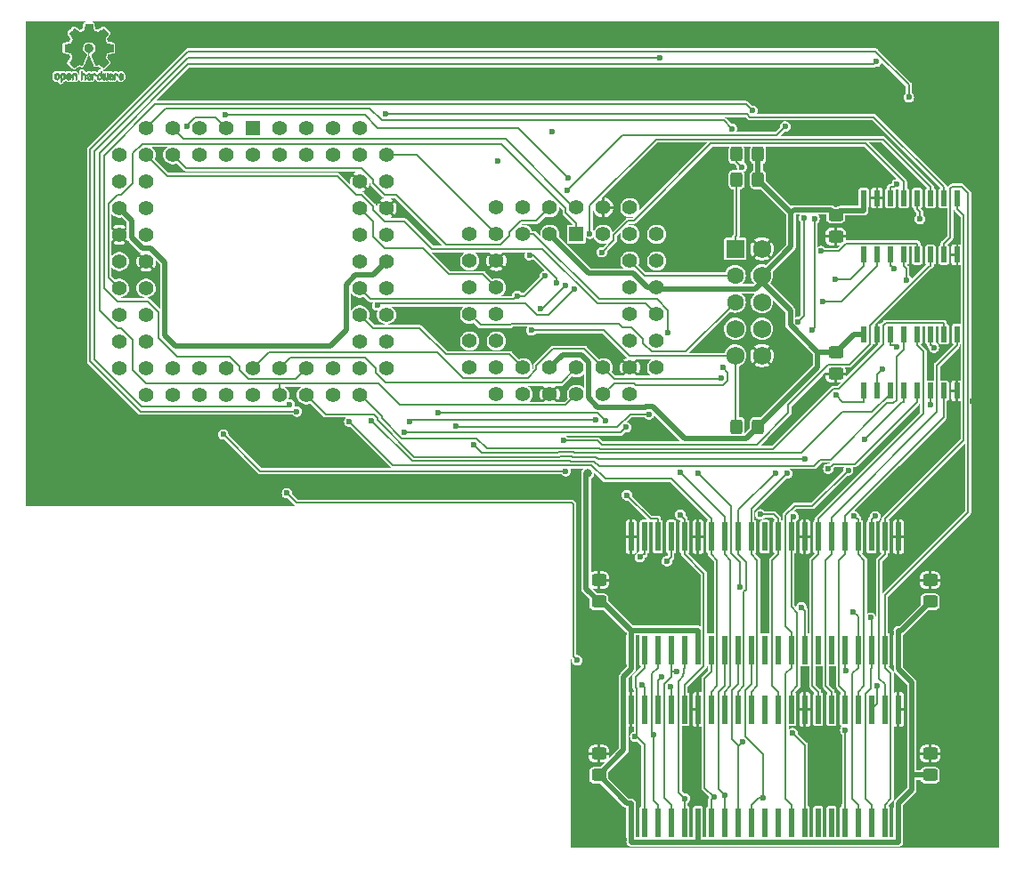
<source format=gbr>
G04 #@! TF.GenerationSoftware,KiCad,Pcbnew,7.0.10*
G04 #@! TF.CreationDate,2024-02-23T14:33:58-06:00*
G04 #@! TF.ProjectId,A600FastRAM,41363030-4661-4737-9452-414d2e6b6963,5*
G04 #@! TF.SameCoordinates,Original*
G04 #@! TF.FileFunction,Copper,L1,Top*
G04 #@! TF.FilePolarity,Positive*
%FSLAX46Y46*%
G04 Gerber Fmt 4.6, Leading zero omitted, Abs format (unit mm)*
G04 Created by KiCad (PCBNEW 7.0.10) date 2024-02-23 14:33:58*
%MOMM*%
%LPD*%
G01*
G04 APERTURE LIST*
G04 Aperture macros list*
%AMRoundRect*
0 Rectangle with rounded corners*
0 $1 Rounding radius*
0 $2 $3 $4 $5 $6 $7 $8 $9 X,Y pos of 4 corners*
0 Add a 4 corners polygon primitive as box body*
4,1,4,$2,$3,$4,$5,$6,$7,$8,$9,$2,$3,0*
0 Add four circle primitives for the rounded corners*
1,1,$1+$1,$2,$3*
1,1,$1+$1,$4,$5*
1,1,$1+$1,$6,$7*
1,1,$1+$1,$8,$9*
0 Add four rect primitives between the rounded corners*
20,1,$1+$1,$2,$3,$4,$5,0*
20,1,$1+$1,$4,$5,$6,$7,0*
20,1,$1+$1,$6,$7,$8,$9,0*
20,1,$1+$1,$8,$9,$2,$3,0*%
G04 Aperture macros list end*
G04 #@! TA.AperFunction,EtchedComponent*
%ADD10C,0.010000*%
G04 #@! TD*
G04 #@! TA.AperFunction,SMDPad,CuDef*
%ADD11RoundRect,0.250000X0.325000X0.450000X-0.325000X0.450000X-0.325000X-0.450000X0.325000X-0.450000X0*%
G04 #@! TD*
G04 #@! TA.AperFunction,ComponentPad*
%ADD12R,1.727200X1.727200*%
G04 #@! TD*
G04 #@! TA.AperFunction,ComponentPad*
%ADD13C,1.727200*%
G04 #@! TD*
G04 #@! TA.AperFunction,ComponentPad*
%ADD14C,1.600000*%
G04 #@! TD*
G04 #@! TA.AperFunction,SMDPad,CuDef*
%ADD15RoundRect,0.250000X-0.450000X0.325000X-0.450000X-0.325000X0.450000X-0.325000X0.450000X0.325000X0*%
G04 #@! TD*
G04 #@! TA.AperFunction,SMDPad,CuDef*
%ADD16RoundRect,0.250000X0.450000X-0.325000X0.450000X0.325000X-0.450000X0.325000X-0.450000X-0.325000X0*%
G04 #@! TD*
G04 #@! TA.AperFunction,SMDPad,CuDef*
%ADD17R,0.508000X2.778000*%
G04 #@! TD*
G04 #@! TA.AperFunction,SMDPad,CuDef*
%ADD18R,0.600000X1.500000*%
G04 #@! TD*
G04 #@! TA.AperFunction,ComponentPad*
%ADD19R,1.422400X1.422400*%
G04 #@! TD*
G04 #@! TA.AperFunction,ComponentPad*
%ADD20C,1.422400*%
G04 #@! TD*
G04 #@! TA.AperFunction,ComponentPad*
%ADD21C,0.800000*%
G04 #@! TD*
G04 #@! TA.AperFunction,ComponentPad*
%ADD22C,5.000000*%
G04 #@! TD*
G04 #@! TA.AperFunction,ViaPad*
%ADD23C,0.600000*%
G04 #@! TD*
G04 #@! TA.AperFunction,ViaPad*
%ADD24C,0.800000*%
G04 #@! TD*
G04 #@! TA.AperFunction,Conductor*
%ADD25C,0.200000*%
G04 #@! TD*
G04 #@! TA.AperFunction,Conductor*
%ADD26C,0.500000*%
G04 #@! TD*
G04 APERTURE END LIST*
D10*
X119746600Y-87810752D02*
X119763948Y-87818334D01*
X119805356Y-87851128D01*
X119840765Y-87898547D01*
X119862664Y-87949151D01*
X119866229Y-87974098D01*
X119854279Y-88008927D01*
X119828067Y-88027357D01*
X119799964Y-88038516D01*
X119787095Y-88040572D01*
X119780829Y-88025649D01*
X119768456Y-87993175D01*
X119763028Y-87978502D01*
X119732590Y-87927744D01*
X119688520Y-87902427D01*
X119632010Y-87903206D01*
X119627825Y-87904203D01*
X119597655Y-87918507D01*
X119575476Y-87946393D01*
X119560327Y-87991287D01*
X119551250Y-88056615D01*
X119547286Y-88145804D01*
X119546914Y-88193261D01*
X119546730Y-88268071D01*
X119545522Y-88319069D01*
X119542309Y-88351471D01*
X119536109Y-88370495D01*
X119525940Y-88381356D01*
X119510819Y-88389272D01*
X119509946Y-88389670D01*
X119480828Y-88401981D01*
X119466403Y-88406514D01*
X119464186Y-88392809D01*
X119462289Y-88354925D01*
X119460847Y-88297715D01*
X119459998Y-88226027D01*
X119459829Y-88173565D01*
X119460692Y-88072047D01*
X119464070Y-87995032D01*
X119471142Y-87938023D01*
X119483088Y-87896526D01*
X119501090Y-87866043D01*
X119526327Y-87842080D01*
X119551247Y-87825355D01*
X119611171Y-87803097D01*
X119680911Y-87798076D01*
X119746600Y-87810752D01*
G04 #@! TA.AperFunction,EtchedComponent*
G36*
X119746600Y-87810752D02*
G01*
X119763948Y-87818334D01*
X119805356Y-87851128D01*
X119840765Y-87898547D01*
X119862664Y-87949151D01*
X119866229Y-87974098D01*
X119854279Y-88008927D01*
X119828067Y-88027357D01*
X119799964Y-88038516D01*
X119787095Y-88040572D01*
X119780829Y-88025649D01*
X119768456Y-87993175D01*
X119763028Y-87978502D01*
X119732590Y-87927744D01*
X119688520Y-87902427D01*
X119632010Y-87903206D01*
X119627825Y-87904203D01*
X119597655Y-87918507D01*
X119575476Y-87946393D01*
X119560327Y-87991287D01*
X119551250Y-88056615D01*
X119547286Y-88145804D01*
X119546914Y-88193261D01*
X119546730Y-88268071D01*
X119545522Y-88319069D01*
X119542309Y-88351471D01*
X119536109Y-88370495D01*
X119525940Y-88381356D01*
X119510819Y-88389272D01*
X119509946Y-88389670D01*
X119480828Y-88401981D01*
X119466403Y-88406514D01*
X119464186Y-88392809D01*
X119462289Y-88354925D01*
X119460847Y-88297715D01*
X119459998Y-88226027D01*
X119459829Y-88173565D01*
X119460692Y-88072047D01*
X119464070Y-87995032D01*
X119471142Y-87938023D01*
X119483088Y-87896526D01*
X119501090Y-87866043D01*
X119526327Y-87842080D01*
X119551247Y-87825355D01*
X119611171Y-87803097D01*
X119680911Y-87798076D01*
X119746600Y-87810752D01*
G37*
G04 #@! TD.AperFunction*
X115810093Y-87779780D02*
X115856672Y-87806723D01*
X115889057Y-87833466D01*
X115912742Y-87861484D01*
X115929059Y-87895748D01*
X115939339Y-87941227D01*
X115944914Y-88002892D01*
X115947116Y-88085711D01*
X115947371Y-88145246D01*
X115947371Y-88364391D01*
X115885686Y-88392044D01*
X115824000Y-88419697D01*
X115816743Y-88179670D01*
X115813744Y-88090028D01*
X115810598Y-88024962D01*
X115806701Y-87980026D01*
X115801447Y-87950770D01*
X115794231Y-87932748D01*
X115784450Y-87921511D01*
X115781312Y-87919079D01*
X115733761Y-87900083D01*
X115685697Y-87907600D01*
X115657086Y-87927543D01*
X115645447Y-87941675D01*
X115637391Y-87960220D01*
X115632271Y-87988334D01*
X115629441Y-88031173D01*
X115628256Y-88093895D01*
X115628057Y-88159261D01*
X115628018Y-88241268D01*
X115626614Y-88299316D01*
X115621914Y-88338465D01*
X115611987Y-88363780D01*
X115594903Y-88380323D01*
X115568732Y-88393156D01*
X115533775Y-88406491D01*
X115495596Y-88421007D01*
X115500141Y-88163389D01*
X115501971Y-88070519D01*
X115504112Y-88001889D01*
X115507181Y-87952711D01*
X115511794Y-87918198D01*
X115518568Y-87893562D01*
X115528119Y-87874016D01*
X115539634Y-87856770D01*
X115595190Y-87801680D01*
X115662980Y-87769822D01*
X115736713Y-87762191D01*
X115810093Y-87779780D01*
G04 #@! TA.AperFunction,EtchedComponent*
G36*
X115810093Y-87779780D02*
G01*
X115856672Y-87806723D01*
X115889057Y-87833466D01*
X115912742Y-87861484D01*
X115929059Y-87895748D01*
X115939339Y-87941227D01*
X115944914Y-88002892D01*
X115947116Y-88085711D01*
X115947371Y-88145246D01*
X115947371Y-88364391D01*
X115885686Y-88392044D01*
X115824000Y-88419697D01*
X115816743Y-88179670D01*
X115813744Y-88090028D01*
X115810598Y-88024962D01*
X115806701Y-87980026D01*
X115801447Y-87950770D01*
X115794231Y-87932748D01*
X115784450Y-87921511D01*
X115781312Y-87919079D01*
X115733761Y-87900083D01*
X115685697Y-87907600D01*
X115657086Y-87927543D01*
X115645447Y-87941675D01*
X115637391Y-87960220D01*
X115632271Y-87988334D01*
X115629441Y-88031173D01*
X115628256Y-88093895D01*
X115628057Y-88159261D01*
X115628018Y-88241268D01*
X115626614Y-88299316D01*
X115621914Y-88338465D01*
X115611987Y-88363780D01*
X115594903Y-88380323D01*
X115568732Y-88393156D01*
X115533775Y-88406491D01*
X115495596Y-88421007D01*
X115500141Y-88163389D01*
X115501971Y-88070519D01*
X115504112Y-88001889D01*
X115507181Y-87952711D01*
X115511794Y-87918198D01*
X115518568Y-87893562D01*
X115528119Y-87874016D01*
X115539634Y-87856770D01*
X115595190Y-87801680D01*
X115662980Y-87769822D01*
X115736713Y-87762191D01*
X115810093Y-87779780D01*
G37*
G04 #@! TD.AperFunction*
X117623926Y-87801755D02*
X117689858Y-87826084D01*
X117743273Y-87869117D01*
X117764164Y-87899409D01*
X117786939Y-87954994D01*
X117786466Y-87995186D01*
X117762562Y-88022217D01*
X117753717Y-88026813D01*
X117715530Y-88041144D01*
X117696028Y-88037472D01*
X117689422Y-88013407D01*
X117689086Y-88000114D01*
X117676992Y-87951210D01*
X117645471Y-87916999D01*
X117601659Y-87900476D01*
X117552695Y-87904634D01*
X117512894Y-87926227D01*
X117499450Y-87938544D01*
X117489921Y-87953487D01*
X117483485Y-87976075D01*
X117479317Y-88011328D01*
X117476597Y-88064266D01*
X117474502Y-88139907D01*
X117473960Y-88163857D01*
X117471981Y-88245790D01*
X117469731Y-88303455D01*
X117466357Y-88341608D01*
X117461006Y-88365004D01*
X117452824Y-88378398D01*
X117440959Y-88386545D01*
X117433362Y-88390144D01*
X117401102Y-88402452D01*
X117382111Y-88406514D01*
X117375836Y-88392948D01*
X117372006Y-88351934D01*
X117370600Y-88282999D01*
X117371598Y-88185669D01*
X117371908Y-88170657D01*
X117374101Y-88081859D01*
X117376693Y-88017019D01*
X117380382Y-87971067D01*
X117385864Y-87938935D01*
X117393835Y-87915553D01*
X117404993Y-87895852D01*
X117410830Y-87887410D01*
X117444296Y-87850057D01*
X117481727Y-87821003D01*
X117486309Y-87818467D01*
X117553426Y-87798443D01*
X117623926Y-87801755D01*
G04 #@! TA.AperFunction,EtchedComponent*
G36*
X117623926Y-87801755D02*
G01*
X117689858Y-87826084D01*
X117743273Y-87869117D01*
X117764164Y-87899409D01*
X117786939Y-87954994D01*
X117786466Y-87995186D01*
X117762562Y-88022217D01*
X117753717Y-88026813D01*
X117715530Y-88041144D01*
X117696028Y-88037472D01*
X117689422Y-88013407D01*
X117689086Y-88000114D01*
X117676992Y-87951210D01*
X117645471Y-87916999D01*
X117601659Y-87900476D01*
X117552695Y-87904634D01*
X117512894Y-87926227D01*
X117499450Y-87938544D01*
X117489921Y-87953487D01*
X117483485Y-87976075D01*
X117479317Y-88011328D01*
X117476597Y-88064266D01*
X117474502Y-88139907D01*
X117473960Y-88163857D01*
X117471981Y-88245790D01*
X117469731Y-88303455D01*
X117466357Y-88341608D01*
X117461006Y-88365004D01*
X117452824Y-88378398D01*
X117440959Y-88386545D01*
X117433362Y-88390144D01*
X117401102Y-88402452D01*
X117382111Y-88406514D01*
X117375836Y-88392948D01*
X117372006Y-88351934D01*
X117370600Y-88282999D01*
X117371598Y-88185669D01*
X117371908Y-88170657D01*
X117374101Y-88081859D01*
X117376693Y-88017019D01*
X117380382Y-87971067D01*
X117385864Y-87938935D01*
X117393835Y-87915553D01*
X117404993Y-87895852D01*
X117410830Y-87887410D01*
X117444296Y-87850057D01*
X117481727Y-87821003D01*
X117486309Y-87818467D01*
X117553426Y-87798443D01*
X117623926Y-87801755D01*
G37*
G04 #@! TD.AperFunction*
X116469886Y-87703289D02*
X116474139Y-87762613D01*
X116479025Y-87797572D01*
X116485795Y-87812820D01*
X116495702Y-87813015D01*
X116498914Y-87811195D01*
X116541644Y-87798015D01*
X116597227Y-87798785D01*
X116653737Y-87812333D01*
X116689082Y-87829861D01*
X116725321Y-87857861D01*
X116751813Y-87889549D01*
X116769999Y-87929813D01*
X116781322Y-87983543D01*
X116787222Y-88055626D01*
X116789143Y-88150951D01*
X116789177Y-88169237D01*
X116789200Y-88374646D01*
X116743491Y-88390580D01*
X116711027Y-88401420D01*
X116693215Y-88406468D01*
X116692691Y-88406514D01*
X116690937Y-88392828D01*
X116689444Y-88355076D01*
X116688326Y-88298224D01*
X116687697Y-88227234D01*
X116687600Y-88184073D01*
X116687398Y-88098973D01*
X116686358Y-88037981D01*
X116683831Y-87996177D01*
X116679164Y-87968642D01*
X116671707Y-87950456D01*
X116660811Y-87936698D01*
X116654007Y-87930073D01*
X116607272Y-87903375D01*
X116556272Y-87901375D01*
X116510001Y-87923955D01*
X116501444Y-87932107D01*
X116488893Y-87947436D01*
X116480188Y-87965618D01*
X116474631Y-87991909D01*
X116471526Y-88031562D01*
X116470176Y-88089832D01*
X116469886Y-88170173D01*
X116469886Y-88374646D01*
X116424177Y-88390580D01*
X116391713Y-88401420D01*
X116373901Y-88406468D01*
X116373377Y-88406514D01*
X116372037Y-88392623D01*
X116370828Y-88353439D01*
X116369801Y-88292700D01*
X116369002Y-88214141D01*
X116368481Y-88121498D01*
X116368286Y-88018509D01*
X116368286Y-87621342D01*
X116415457Y-87601444D01*
X116462629Y-87581547D01*
X116469886Y-87703289D01*
G04 #@! TA.AperFunction,EtchedComponent*
G36*
X116469886Y-87703289D02*
G01*
X116474139Y-87762613D01*
X116479025Y-87797572D01*
X116485795Y-87812820D01*
X116495702Y-87813015D01*
X116498914Y-87811195D01*
X116541644Y-87798015D01*
X116597227Y-87798785D01*
X116653737Y-87812333D01*
X116689082Y-87829861D01*
X116725321Y-87857861D01*
X116751813Y-87889549D01*
X116769999Y-87929813D01*
X116781322Y-87983543D01*
X116787222Y-88055626D01*
X116789143Y-88150951D01*
X116789177Y-88169237D01*
X116789200Y-88374646D01*
X116743491Y-88390580D01*
X116711027Y-88401420D01*
X116693215Y-88406468D01*
X116692691Y-88406514D01*
X116690937Y-88392828D01*
X116689444Y-88355076D01*
X116688326Y-88298224D01*
X116687697Y-88227234D01*
X116687600Y-88184073D01*
X116687398Y-88098973D01*
X116686358Y-88037981D01*
X116683831Y-87996177D01*
X116679164Y-87968642D01*
X116671707Y-87950456D01*
X116660811Y-87936698D01*
X116654007Y-87930073D01*
X116607272Y-87903375D01*
X116556272Y-87901375D01*
X116510001Y-87923955D01*
X116501444Y-87932107D01*
X116488893Y-87947436D01*
X116480188Y-87965618D01*
X116474631Y-87991909D01*
X116471526Y-88031562D01*
X116470176Y-88089832D01*
X116469886Y-88170173D01*
X116469886Y-88374646D01*
X116424177Y-88390580D01*
X116391713Y-88401420D01*
X116373901Y-88406468D01*
X116373377Y-88406514D01*
X116372037Y-88392623D01*
X116370828Y-88353439D01*
X116369801Y-88292700D01*
X116369002Y-88214141D01*
X116368481Y-88121498D01*
X116368286Y-88018509D01*
X116368286Y-87621342D01*
X116415457Y-87601444D01*
X116462629Y-87581547D01*
X116469886Y-87703289D01*
G37*
G04 #@! TD.AperFunction*
X118873833Y-87810663D02*
X118876048Y-87848850D01*
X118877784Y-87906886D01*
X118878899Y-87980180D01*
X118879257Y-88057055D01*
X118879257Y-88317196D01*
X118833326Y-88363127D01*
X118801675Y-88391429D01*
X118773890Y-88402893D01*
X118735915Y-88402168D01*
X118720840Y-88400321D01*
X118673726Y-88394948D01*
X118634756Y-88391869D01*
X118625257Y-88391585D01*
X118593233Y-88393445D01*
X118547432Y-88398114D01*
X118529674Y-88400321D01*
X118486057Y-88403735D01*
X118456745Y-88396320D01*
X118427680Y-88373427D01*
X118417188Y-88363127D01*
X118371257Y-88317196D01*
X118371257Y-87830602D01*
X118408226Y-87813758D01*
X118440059Y-87801282D01*
X118458683Y-87796914D01*
X118463458Y-87810718D01*
X118467921Y-87849286D01*
X118471775Y-87908356D01*
X118474722Y-87983663D01*
X118476143Y-88047286D01*
X118480114Y-88297657D01*
X118514759Y-88302556D01*
X118546268Y-88299131D01*
X118561708Y-88288041D01*
X118566023Y-88267308D01*
X118569708Y-88223145D01*
X118572469Y-88161146D01*
X118574012Y-88086909D01*
X118574235Y-88048706D01*
X118574457Y-87828783D01*
X118620166Y-87812849D01*
X118652518Y-87802015D01*
X118670115Y-87796962D01*
X118670623Y-87796914D01*
X118672388Y-87810648D01*
X118674329Y-87848730D01*
X118676282Y-87906482D01*
X118678084Y-87979227D01*
X118679343Y-88047286D01*
X118683314Y-88297657D01*
X118770400Y-88297657D01*
X118774396Y-88069240D01*
X118778392Y-87840822D01*
X118820847Y-87818868D01*
X118852192Y-87803793D01*
X118870744Y-87796951D01*
X118871279Y-87796914D01*
X118873833Y-87810663D01*
G04 #@! TA.AperFunction,EtchedComponent*
G36*
X118873833Y-87810663D02*
G01*
X118876048Y-87848850D01*
X118877784Y-87906886D01*
X118878899Y-87980180D01*
X118879257Y-88057055D01*
X118879257Y-88317196D01*
X118833326Y-88363127D01*
X118801675Y-88391429D01*
X118773890Y-88402893D01*
X118735915Y-88402168D01*
X118720840Y-88400321D01*
X118673726Y-88394948D01*
X118634756Y-88391869D01*
X118625257Y-88391585D01*
X118593233Y-88393445D01*
X118547432Y-88398114D01*
X118529674Y-88400321D01*
X118486057Y-88403735D01*
X118456745Y-88396320D01*
X118427680Y-88373427D01*
X118417188Y-88363127D01*
X118371257Y-88317196D01*
X118371257Y-87830602D01*
X118408226Y-87813758D01*
X118440059Y-87801282D01*
X118458683Y-87796914D01*
X118463458Y-87810718D01*
X118467921Y-87849286D01*
X118471775Y-87908356D01*
X118474722Y-87983663D01*
X118476143Y-88047286D01*
X118480114Y-88297657D01*
X118514759Y-88302556D01*
X118546268Y-88299131D01*
X118561708Y-88288041D01*
X118566023Y-88267308D01*
X118569708Y-88223145D01*
X118572469Y-88161146D01*
X118574012Y-88086909D01*
X118574235Y-88048706D01*
X118574457Y-87828783D01*
X118620166Y-87812849D01*
X118652518Y-87802015D01*
X118670115Y-87796962D01*
X118670623Y-87796914D01*
X118672388Y-87810648D01*
X118674329Y-87848730D01*
X118676282Y-87906482D01*
X118678084Y-87979227D01*
X118679343Y-88047286D01*
X118683314Y-88297657D01*
X118770400Y-88297657D01*
X118774396Y-88069240D01*
X118778392Y-87840822D01*
X118820847Y-87818868D01*
X118852192Y-87803793D01*
X118870744Y-87796951D01*
X118871279Y-87796914D01*
X118873833Y-87810663D01*
G37*
G04 #@! TD.AperFunction*
X114135115Y-87773962D02*
X114203145Y-87809733D01*
X114253351Y-87867301D01*
X114271185Y-87904312D01*
X114285063Y-87959882D01*
X114292167Y-88030096D01*
X114292840Y-88106727D01*
X114287427Y-88181552D01*
X114276270Y-88246342D01*
X114259714Y-88292873D01*
X114254626Y-88300887D01*
X114194355Y-88360707D01*
X114122769Y-88396535D01*
X114045092Y-88407020D01*
X113966548Y-88390810D01*
X113944689Y-88381092D01*
X113902122Y-88351143D01*
X113864763Y-88311433D01*
X113861232Y-88306397D01*
X113846881Y-88282124D01*
X113837394Y-88256178D01*
X113831790Y-88222022D01*
X113829086Y-88173119D01*
X113828299Y-88102935D01*
X113828286Y-88087200D01*
X113828322Y-88082192D01*
X113973429Y-88082192D01*
X113974273Y-88148430D01*
X113977596Y-88192386D01*
X113984583Y-88220779D01*
X113996416Y-88240325D01*
X114002457Y-88246857D01*
X114037186Y-88271680D01*
X114070903Y-88270548D01*
X114104995Y-88249016D01*
X114125329Y-88226029D01*
X114137371Y-88192478D01*
X114144134Y-88139569D01*
X114144598Y-88133399D01*
X114145752Y-88037513D01*
X114133688Y-87966299D01*
X114108570Y-87920194D01*
X114070560Y-87899635D01*
X114056992Y-87898514D01*
X114021364Y-87904152D01*
X113996994Y-87923686D01*
X113982093Y-87961042D01*
X113974875Y-88020150D01*
X113973429Y-88082192D01*
X113828322Y-88082192D01*
X113828826Y-88012413D01*
X113831096Y-87960159D01*
X113836068Y-87923949D01*
X113844713Y-87897299D01*
X113858005Y-87873722D01*
X113860943Y-87869338D01*
X113910313Y-87810249D01*
X113964109Y-87775947D01*
X114029602Y-87762331D01*
X114051842Y-87761665D01*
X114135115Y-87773962D01*
G04 #@! TA.AperFunction,EtchedComponent*
G36*
X114135115Y-87773962D02*
G01*
X114203145Y-87809733D01*
X114253351Y-87867301D01*
X114271185Y-87904312D01*
X114285063Y-87959882D01*
X114292167Y-88030096D01*
X114292840Y-88106727D01*
X114287427Y-88181552D01*
X114276270Y-88246342D01*
X114259714Y-88292873D01*
X114254626Y-88300887D01*
X114194355Y-88360707D01*
X114122769Y-88396535D01*
X114045092Y-88407020D01*
X113966548Y-88390810D01*
X113944689Y-88381092D01*
X113902122Y-88351143D01*
X113864763Y-88311433D01*
X113861232Y-88306397D01*
X113846881Y-88282124D01*
X113837394Y-88256178D01*
X113831790Y-88222022D01*
X113829086Y-88173119D01*
X113828299Y-88102935D01*
X113828286Y-88087200D01*
X113828322Y-88082192D01*
X113973429Y-88082192D01*
X113974273Y-88148430D01*
X113977596Y-88192386D01*
X113984583Y-88220779D01*
X113996416Y-88240325D01*
X114002457Y-88246857D01*
X114037186Y-88271680D01*
X114070903Y-88270548D01*
X114104995Y-88249016D01*
X114125329Y-88226029D01*
X114137371Y-88192478D01*
X114144134Y-88139569D01*
X114144598Y-88133399D01*
X114145752Y-88037513D01*
X114133688Y-87966299D01*
X114108570Y-87920194D01*
X114070560Y-87899635D01*
X114056992Y-87898514D01*
X114021364Y-87904152D01*
X113996994Y-87923686D01*
X113982093Y-87961042D01*
X113974875Y-88020150D01*
X113973429Y-88082192D01*
X113828322Y-88082192D01*
X113828826Y-88012413D01*
X113831096Y-87960159D01*
X113836068Y-87923949D01*
X113844713Y-87897299D01*
X113858005Y-87873722D01*
X113860943Y-87869338D01*
X113910313Y-87810249D01*
X113964109Y-87775947D01*
X114029602Y-87762331D01*
X114051842Y-87761665D01*
X114135115Y-87773962D01*
G37*
G04 #@! TD.AperFunction*
X120247595Y-87818966D02*
X120305021Y-87856497D01*
X120332719Y-87890096D01*
X120354662Y-87951064D01*
X120356405Y-87999308D01*
X120352457Y-88063816D01*
X120203686Y-88128934D01*
X120131349Y-88162202D01*
X120084084Y-88188964D01*
X120059507Y-88212144D01*
X120055237Y-88234667D01*
X120068889Y-88259455D01*
X120083943Y-88275886D01*
X120127746Y-88302235D01*
X120175389Y-88304081D01*
X120219145Y-88283546D01*
X120251289Y-88242752D01*
X120257038Y-88228347D01*
X120284576Y-88183356D01*
X120316258Y-88164182D01*
X120359714Y-88147779D01*
X120359714Y-88209966D01*
X120355872Y-88252283D01*
X120340823Y-88287969D01*
X120309280Y-88328943D01*
X120304592Y-88334267D01*
X120269506Y-88370720D01*
X120239347Y-88390283D01*
X120201615Y-88399283D01*
X120170335Y-88402230D01*
X120114385Y-88402965D01*
X120074555Y-88393660D01*
X120049708Y-88379846D01*
X120010656Y-88349467D01*
X119983625Y-88316613D01*
X119966517Y-88275294D01*
X119957238Y-88219521D01*
X119953693Y-88143305D01*
X119953410Y-88104622D01*
X119954372Y-88058247D01*
X120042007Y-88058247D01*
X120043023Y-88083126D01*
X120045556Y-88087200D01*
X120062274Y-88081665D01*
X120098249Y-88067017D01*
X120146331Y-88046190D01*
X120156386Y-88041714D01*
X120217152Y-88010814D01*
X120250632Y-87983657D01*
X120257990Y-87958220D01*
X120240391Y-87932481D01*
X120225856Y-87921109D01*
X120173410Y-87898364D01*
X120124322Y-87902122D01*
X120083227Y-87929884D01*
X120054758Y-87979152D01*
X120045631Y-88018257D01*
X120042007Y-88058247D01*
X119954372Y-88058247D01*
X119955285Y-88014249D01*
X119962196Y-87947384D01*
X119975884Y-87898695D01*
X119998096Y-87862849D01*
X120030574Y-87834513D01*
X120044733Y-87825355D01*
X120109053Y-87801507D01*
X120179473Y-87800006D01*
X120247595Y-87818966D01*
G04 #@! TA.AperFunction,EtchedComponent*
G36*
X120247595Y-87818966D02*
G01*
X120305021Y-87856497D01*
X120332719Y-87890096D01*
X120354662Y-87951064D01*
X120356405Y-87999308D01*
X120352457Y-88063816D01*
X120203686Y-88128934D01*
X120131349Y-88162202D01*
X120084084Y-88188964D01*
X120059507Y-88212144D01*
X120055237Y-88234667D01*
X120068889Y-88259455D01*
X120083943Y-88275886D01*
X120127746Y-88302235D01*
X120175389Y-88304081D01*
X120219145Y-88283546D01*
X120251289Y-88242752D01*
X120257038Y-88228347D01*
X120284576Y-88183356D01*
X120316258Y-88164182D01*
X120359714Y-88147779D01*
X120359714Y-88209966D01*
X120355872Y-88252283D01*
X120340823Y-88287969D01*
X120309280Y-88328943D01*
X120304592Y-88334267D01*
X120269506Y-88370720D01*
X120239347Y-88390283D01*
X120201615Y-88399283D01*
X120170335Y-88402230D01*
X120114385Y-88402965D01*
X120074555Y-88393660D01*
X120049708Y-88379846D01*
X120010656Y-88349467D01*
X119983625Y-88316613D01*
X119966517Y-88275294D01*
X119957238Y-88219521D01*
X119953693Y-88143305D01*
X119953410Y-88104622D01*
X119954372Y-88058247D01*
X120042007Y-88058247D01*
X120043023Y-88083126D01*
X120045556Y-88087200D01*
X120062274Y-88081665D01*
X120098249Y-88067017D01*
X120146331Y-88046190D01*
X120156386Y-88041714D01*
X120217152Y-88010814D01*
X120250632Y-87983657D01*
X120257990Y-87958220D01*
X120240391Y-87932481D01*
X120225856Y-87921109D01*
X120173410Y-87898364D01*
X120124322Y-87902122D01*
X120083227Y-87929884D01*
X120054758Y-87979152D01*
X120045631Y-88018257D01*
X120042007Y-88058247D01*
X119954372Y-88058247D01*
X119955285Y-88014249D01*
X119962196Y-87947384D01*
X119975884Y-87898695D01*
X119998096Y-87862849D01*
X120030574Y-87834513D01*
X120044733Y-87825355D01*
X120109053Y-87801507D01*
X120179473Y-87800006D01*
X120247595Y-87818966D01*
G37*
G04 #@! TD.AperFunction*
X118284117Y-87917358D02*
X118283933Y-88025837D01*
X118283219Y-88109287D01*
X118281675Y-88171704D01*
X118279001Y-88217085D01*
X118274894Y-88249429D01*
X118269055Y-88272733D01*
X118261182Y-88290995D01*
X118255221Y-88301418D01*
X118205855Y-88357945D01*
X118143264Y-88393377D01*
X118074013Y-88406090D01*
X118004668Y-88394463D01*
X117963375Y-88373568D01*
X117920025Y-88337422D01*
X117890481Y-88293276D01*
X117872655Y-88235462D01*
X117864463Y-88158313D01*
X117863302Y-88101714D01*
X117863458Y-88097647D01*
X117964857Y-88097647D01*
X117965476Y-88162550D01*
X117968314Y-88205514D01*
X117974840Y-88233622D01*
X117986523Y-88253953D01*
X118000483Y-88269288D01*
X118047365Y-88298890D01*
X118097701Y-88301419D01*
X118145276Y-88276705D01*
X118148979Y-88273356D01*
X118164783Y-88255935D01*
X118174693Y-88235209D01*
X118180058Y-88204362D01*
X118182228Y-88156577D01*
X118182571Y-88103748D01*
X118181827Y-88037381D01*
X118178748Y-87993106D01*
X118172061Y-87964009D01*
X118160496Y-87943173D01*
X118151013Y-87932107D01*
X118106960Y-87904198D01*
X118056224Y-87900843D01*
X118007796Y-87922159D01*
X117998450Y-87930073D01*
X117982540Y-87947647D01*
X117972610Y-87968587D01*
X117967278Y-87999782D01*
X117965163Y-88048122D01*
X117964857Y-88097647D01*
X117863458Y-88097647D01*
X117866810Y-88010568D01*
X117878726Y-87942086D01*
X117901135Y-87890600D01*
X117936124Y-87850443D01*
X117963375Y-87829861D01*
X118012907Y-87807625D01*
X118070316Y-87797304D01*
X118123682Y-87800067D01*
X118153543Y-87811212D01*
X118165261Y-87814383D01*
X118173037Y-87802557D01*
X118178465Y-87770866D01*
X118182571Y-87722593D01*
X118187067Y-87668829D01*
X118193313Y-87636482D01*
X118204676Y-87617985D01*
X118224528Y-87605770D01*
X118237000Y-87600362D01*
X118284171Y-87580601D01*
X118284117Y-87917358D01*
G04 #@! TA.AperFunction,EtchedComponent*
G36*
X118284117Y-87917358D02*
G01*
X118283933Y-88025837D01*
X118283219Y-88109287D01*
X118281675Y-88171704D01*
X118279001Y-88217085D01*
X118274894Y-88249429D01*
X118269055Y-88272733D01*
X118261182Y-88290995D01*
X118255221Y-88301418D01*
X118205855Y-88357945D01*
X118143264Y-88393377D01*
X118074013Y-88406090D01*
X118004668Y-88394463D01*
X117963375Y-88373568D01*
X117920025Y-88337422D01*
X117890481Y-88293276D01*
X117872655Y-88235462D01*
X117864463Y-88158313D01*
X117863302Y-88101714D01*
X117863458Y-88097647D01*
X117964857Y-88097647D01*
X117965476Y-88162550D01*
X117968314Y-88205514D01*
X117974840Y-88233622D01*
X117986523Y-88253953D01*
X118000483Y-88269288D01*
X118047365Y-88298890D01*
X118097701Y-88301419D01*
X118145276Y-88276705D01*
X118148979Y-88273356D01*
X118164783Y-88255935D01*
X118174693Y-88235209D01*
X118180058Y-88204362D01*
X118182228Y-88156577D01*
X118182571Y-88103748D01*
X118181827Y-88037381D01*
X118178748Y-87993106D01*
X118172061Y-87964009D01*
X118160496Y-87943173D01*
X118151013Y-87932107D01*
X118106960Y-87904198D01*
X118056224Y-87900843D01*
X118007796Y-87922159D01*
X117998450Y-87930073D01*
X117982540Y-87947647D01*
X117972610Y-87968587D01*
X117967278Y-87999782D01*
X117965163Y-88048122D01*
X117964857Y-88097647D01*
X117863458Y-88097647D01*
X117866810Y-88010568D01*
X117878726Y-87942086D01*
X117901135Y-87890600D01*
X117936124Y-87850443D01*
X117963375Y-87829861D01*
X118012907Y-87807625D01*
X118070316Y-87797304D01*
X118123682Y-87800067D01*
X118153543Y-87811212D01*
X118165261Y-87814383D01*
X118173037Y-87802557D01*
X118178465Y-87770866D01*
X118182571Y-87722593D01*
X118187067Y-87668829D01*
X118193313Y-87636482D01*
X118204676Y-87617985D01*
X118224528Y-87605770D01*
X118237000Y-87600362D01*
X118284171Y-87580601D01*
X118284117Y-87917358D01*
G37*
G04 #@! TD.AperFunction*
X115262303Y-87783239D02*
X115319527Y-87821735D01*
X115363749Y-87877335D01*
X115390167Y-87948086D01*
X115395510Y-88000162D01*
X115394903Y-88021893D01*
X115389822Y-88038531D01*
X115375855Y-88053437D01*
X115348589Y-88069973D01*
X115303612Y-88091498D01*
X115236511Y-88121374D01*
X115236171Y-88121524D01*
X115174407Y-88149813D01*
X115123759Y-88174933D01*
X115089404Y-88194179D01*
X115076518Y-88204848D01*
X115076514Y-88204934D01*
X115087872Y-88228166D01*
X115114431Y-88253774D01*
X115144923Y-88272221D01*
X115160370Y-88275886D01*
X115202515Y-88263212D01*
X115238808Y-88231471D01*
X115256517Y-88196572D01*
X115273552Y-88170845D01*
X115306922Y-88141546D01*
X115346149Y-88116235D01*
X115380756Y-88102471D01*
X115387993Y-88101714D01*
X115396139Y-88114160D01*
X115396630Y-88145972D01*
X115390643Y-88188866D01*
X115379357Y-88234558D01*
X115363950Y-88274761D01*
X115363171Y-88276322D01*
X115316804Y-88341062D01*
X115256711Y-88385097D01*
X115188465Y-88406711D01*
X115117638Y-88404185D01*
X115049804Y-88375804D01*
X115046788Y-88373808D01*
X114993427Y-88325448D01*
X114958340Y-88262352D01*
X114938922Y-88179387D01*
X114936316Y-88156078D01*
X114931701Y-88046055D01*
X114937233Y-87994748D01*
X115076514Y-87994748D01*
X115078324Y-88026753D01*
X115088222Y-88036093D01*
X115112898Y-88029105D01*
X115151795Y-88012587D01*
X115195275Y-87991881D01*
X115196356Y-87991333D01*
X115233209Y-87971949D01*
X115248000Y-87959013D01*
X115244353Y-87945451D01*
X115228995Y-87927632D01*
X115189923Y-87901845D01*
X115147846Y-87899950D01*
X115110103Y-87918717D01*
X115084034Y-87954915D01*
X115076514Y-87994748D01*
X114937233Y-87994748D01*
X114941194Y-87958027D01*
X114965550Y-87888212D01*
X114999456Y-87839302D01*
X115060653Y-87789878D01*
X115128063Y-87765359D01*
X115196880Y-87763797D01*
X115262303Y-87783239D01*
G04 #@! TA.AperFunction,EtchedComponent*
G36*
X115262303Y-87783239D02*
G01*
X115319527Y-87821735D01*
X115363749Y-87877335D01*
X115390167Y-87948086D01*
X115395510Y-88000162D01*
X115394903Y-88021893D01*
X115389822Y-88038531D01*
X115375855Y-88053437D01*
X115348589Y-88069973D01*
X115303612Y-88091498D01*
X115236511Y-88121374D01*
X115236171Y-88121524D01*
X115174407Y-88149813D01*
X115123759Y-88174933D01*
X115089404Y-88194179D01*
X115076518Y-88204848D01*
X115076514Y-88204934D01*
X115087872Y-88228166D01*
X115114431Y-88253774D01*
X115144923Y-88272221D01*
X115160370Y-88275886D01*
X115202515Y-88263212D01*
X115238808Y-88231471D01*
X115256517Y-88196572D01*
X115273552Y-88170845D01*
X115306922Y-88141546D01*
X115346149Y-88116235D01*
X115380756Y-88102471D01*
X115387993Y-88101714D01*
X115396139Y-88114160D01*
X115396630Y-88145972D01*
X115390643Y-88188866D01*
X115379357Y-88234558D01*
X115363950Y-88274761D01*
X115363171Y-88276322D01*
X115316804Y-88341062D01*
X115256711Y-88385097D01*
X115188465Y-88406711D01*
X115117638Y-88404185D01*
X115049804Y-88375804D01*
X115046788Y-88373808D01*
X114993427Y-88325448D01*
X114958340Y-88262352D01*
X114938922Y-88179387D01*
X114936316Y-88156078D01*
X114931701Y-88046055D01*
X114937233Y-87994748D01*
X115076514Y-87994748D01*
X115078324Y-88026753D01*
X115088222Y-88036093D01*
X115112898Y-88029105D01*
X115151795Y-88012587D01*
X115195275Y-87991881D01*
X115196356Y-87991333D01*
X115233209Y-87971949D01*
X115248000Y-87959013D01*
X115244353Y-87945451D01*
X115228995Y-87927632D01*
X115189923Y-87901845D01*
X115147846Y-87899950D01*
X115110103Y-87918717D01*
X115084034Y-87954915D01*
X115076514Y-87994748D01*
X114937233Y-87994748D01*
X114941194Y-87958027D01*
X114965550Y-87888212D01*
X114999456Y-87839302D01*
X115060653Y-87789878D01*
X115128063Y-87765359D01*
X115196880Y-87763797D01*
X115262303Y-87783239D01*
G37*
G04 #@! TD.AperFunction*
X117133744Y-87802968D02*
X117190616Y-87824087D01*
X117191267Y-87824493D01*
X117226440Y-87850380D01*
X117252407Y-87880633D01*
X117270670Y-87920058D01*
X117282732Y-87973462D01*
X117290096Y-88045651D01*
X117294264Y-88141432D01*
X117294629Y-88155078D01*
X117299876Y-88360842D01*
X117255716Y-88383678D01*
X117223763Y-88399110D01*
X117204470Y-88406423D01*
X117203578Y-88406514D01*
X117200239Y-88393022D01*
X117197587Y-88356626D01*
X117195956Y-88303452D01*
X117195600Y-88260393D01*
X117195592Y-88190641D01*
X117192403Y-88146837D01*
X117181288Y-88125944D01*
X117157501Y-88124925D01*
X117116296Y-88140741D01*
X117054086Y-88169815D01*
X117008341Y-88193963D01*
X116984813Y-88214913D01*
X116977896Y-88237747D01*
X116977886Y-88238877D01*
X116989299Y-88278212D01*
X117023092Y-88299462D01*
X117074809Y-88302539D01*
X117112061Y-88302006D01*
X117131703Y-88312735D01*
X117143952Y-88338505D01*
X117151002Y-88371337D01*
X117140842Y-88389966D01*
X117137017Y-88392632D01*
X117101001Y-88403340D01*
X117050566Y-88404856D01*
X116998626Y-88397759D01*
X116961822Y-88384788D01*
X116910938Y-88341585D01*
X116882014Y-88281446D01*
X116876286Y-88234462D01*
X116880657Y-88192082D01*
X116896475Y-88157488D01*
X116927797Y-88126763D01*
X116978678Y-88095990D01*
X117053176Y-88061252D01*
X117057714Y-88059288D01*
X117124821Y-88028287D01*
X117166232Y-88002862D01*
X117183981Y-87980014D01*
X117180107Y-87956745D01*
X117156643Y-87930056D01*
X117149627Y-87923914D01*
X117102630Y-87900100D01*
X117053933Y-87901103D01*
X117011522Y-87924451D01*
X116983384Y-87967675D01*
X116980769Y-87976160D01*
X116955308Y-88017308D01*
X116923001Y-88037128D01*
X116876286Y-88056770D01*
X116876286Y-88005950D01*
X116890496Y-87932082D01*
X116932675Y-87864327D01*
X116954624Y-87841661D01*
X117004517Y-87812569D01*
X117067967Y-87799400D01*
X117133744Y-87802968D01*
G04 #@! TA.AperFunction,EtchedComponent*
G36*
X117133744Y-87802968D02*
G01*
X117190616Y-87824087D01*
X117191267Y-87824493D01*
X117226440Y-87850380D01*
X117252407Y-87880633D01*
X117270670Y-87920058D01*
X117282732Y-87973462D01*
X117290096Y-88045651D01*
X117294264Y-88141432D01*
X117294629Y-88155078D01*
X117299876Y-88360842D01*
X117255716Y-88383678D01*
X117223763Y-88399110D01*
X117204470Y-88406423D01*
X117203578Y-88406514D01*
X117200239Y-88393022D01*
X117197587Y-88356626D01*
X117195956Y-88303452D01*
X117195600Y-88260393D01*
X117195592Y-88190641D01*
X117192403Y-88146837D01*
X117181288Y-88125944D01*
X117157501Y-88124925D01*
X117116296Y-88140741D01*
X117054086Y-88169815D01*
X117008341Y-88193963D01*
X116984813Y-88214913D01*
X116977896Y-88237747D01*
X116977886Y-88238877D01*
X116989299Y-88278212D01*
X117023092Y-88299462D01*
X117074809Y-88302539D01*
X117112061Y-88302006D01*
X117131703Y-88312735D01*
X117143952Y-88338505D01*
X117151002Y-88371337D01*
X117140842Y-88389966D01*
X117137017Y-88392632D01*
X117101001Y-88403340D01*
X117050566Y-88404856D01*
X116998626Y-88397759D01*
X116961822Y-88384788D01*
X116910938Y-88341585D01*
X116882014Y-88281446D01*
X116876286Y-88234462D01*
X116880657Y-88192082D01*
X116896475Y-88157488D01*
X116927797Y-88126763D01*
X116978678Y-88095990D01*
X117053176Y-88061252D01*
X117057714Y-88059288D01*
X117124821Y-88028287D01*
X117166232Y-88002862D01*
X117183981Y-87980014D01*
X117180107Y-87956745D01*
X117156643Y-87930056D01*
X117149627Y-87923914D01*
X117102630Y-87900100D01*
X117053933Y-87901103D01*
X117011522Y-87924451D01*
X116983384Y-87967675D01*
X116980769Y-87976160D01*
X116955308Y-88017308D01*
X116923001Y-88037128D01*
X116876286Y-88056770D01*
X116876286Y-88005950D01*
X116890496Y-87932082D01*
X116932675Y-87864327D01*
X116954624Y-87841661D01*
X117004517Y-87812569D01*
X117067967Y-87799400D01*
X117133744Y-87802968D01*
G37*
G04 #@! TD.AperFunction*
X114693744Y-87771918D02*
X114749201Y-87799568D01*
X114798148Y-87850480D01*
X114811629Y-87869338D01*
X114826314Y-87894015D01*
X114835842Y-87920816D01*
X114841293Y-87956587D01*
X114843747Y-88008169D01*
X114844286Y-88076267D01*
X114841852Y-88169588D01*
X114833394Y-88239657D01*
X114817174Y-88291931D01*
X114791454Y-88331869D01*
X114754497Y-88364929D01*
X114751782Y-88366886D01*
X114715360Y-88386908D01*
X114671502Y-88396815D01*
X114615724Y-88399257D01*
X114525048Y-88399257D01*
X114525010Y-88487283D01*
X114524166Y-88536308D01*
X114519024Y-88565065D01*
X114505587Y-88582311D01*
X114479858Y-88596808D01*
X114473679Y-88599769D01*
X114444764Y-88613648D01*
X114422376Y-88622414D01*
X114405729Y-88623171D01*
X114394036Y-88613023D01*
X114386510Y-88589073D01*
X114382366Y-88548426D01*
X114380815Y-88488186D01*
X114381071Y-88405455D01*
X114382349Y-88297339D01*
X114382748Y-88265000D01*
X114384185Y-88153524D01*
X114385472Y-88080603D01*
X114524971Y-88080603D01*
X114525755Y-88142499D01*
X114529240Y-88182997D01*
X114537124Y-88209708D01*
X114551105Y-88230244D01*
X114560597Y-88240260D01*
X114599404Y-88269567D01*
X114633763Y-88271952D01*
X114669216Y-88247750D01*
X114670114Y-88246857D01*
X114684539Y-88228153D01*
X114693313Y-88202732D01*
X114697739Y-88163584D01*
X114699118Y-88103697D01*
X114699143Y-88090430D01*
X114695812Y-88007901D01*
X114684969Y-87950691D01*
X114665340Y-87915766D01*
X114635650Y-87900094D01*
X114618491Y-87898514D01*
X114577766Y-87905926D01*
X114549832Y-87930330D01*
X114533017Y-87974980D01*
X114525650Y-88043130D01*
X114524971Y-88080603D01*
X114385472Y-88080603D01*
X114385708Y-88067245D01*
X114387677Y-88002333D01*
X114390450Y-87954958D01*
X114394388Y-87921290D01*
X114399849Y-87897498D01*
X114407192Y-87879753D01*
X114416777Y-87864224D01*
X114420887Y-87858381D01*
X114475405Y-87803185D01*
X114544336Y-87771890D01*
X114624072Y-87763165D01*
X114693744Y-87771918D01*
G04 #@! TA.AperFunction,EtchedComponent*
G36*
X114693744Y-87771918D02*
G01*
X114749201Y-87799568D01*
X114798148Y-87850480D01*
X114811629Y-87869338D01*
X114826314Y-87894015D01*
X114835842Y-87920816D01*
X114841293Y-87956587D01*
X114843747Y-88008169D01*
X114844286Y-88076267D01*
X114841852Y-88169588D01*
X114833394Y-88239657D01*
X114817174Y-88291931D01*
X114791454Y-88331869D01*
X114754497Y-88364929D01*
X114751782Y-88366886D01*
X114715360Y-88386908D01*
X114671502Y-88396815D01*
X114615724Y-88399257D01*
X114525048Y-88399257D01*
X114525010Y-88487283D01*
X114524166Y-88536308D01*
X114519024Y-88565065D01*
X114505587Y-88582311D01*
X114479858Y-88596808D01*
X114473679Y-88599769D01*
X114444764Y-88613648D01*
X114422376Y-88622414D01*
X114405729Y-88623171D01*
X114394036Y-88613023D01*
X114386510Y-88589073D01*
X114382366Y-88548426D01*
X114380815Y-88488186D01*
X114381071Y-88405455D01*
X114382349Y-88297339D01*
X114382748Y-88265000D01*
X114384185Y-88153524D01*
X114385472Y-88080603D01*
X114524971Y-88080603D01*
X114525755Y-88142499D01*
X114529240Y-88182997D01*
X114537124Y-88209708D01*
X114551105Y-88230244D01*
X114560597Y-88240260D01*
X114599404Y-88269567D01*
X114633763Y-88271952D01*
X114669216Y-88247750D01*
X114670114Y-88246857D01*
X114684539Y-88228153D01*
X114693313Y-88202732D01*
X114697739Y-88163584D01*
X114699118Y-88103697D01*
X114699143Y-88090430D01*
X114695812Y-88007901D01*
X114684969Y-87950691D01*
X114665340Y-87915766D01*
X114635650Y-87900094D01*
X114618491Y-87898514D01*
X114577766Y-87905926D01*
X114549832Y-87930330D01*
X114533017Y-87974980D01*
X114525650Y-88043130D01*
X114524971Y-88080603D01*
X114385472Y-88080603D01*
X114385708Y-88067245D01*
X114387677Y-88002333D01*
X114390450Y-87954958D01*
X114394388Y-87921290D01*
X114399849Y-87897498D01*
X114407192Y-87879753D01*
X114416777Y-87864224D01*
X114420887Y-87858381D01*
X114475405Y-87803185D01*
X114544336Y-87771890D01*
X114624072Y-87763165D01*
X114693744Y-87771918D01*
G37*
G04 #@! TD.AperFunction*
X119238876Y-87808335D02*
X119280667Y-87827344D01*
X119313469Y-87850378D01*
X119337503Y-87876133D01*
X119354097Y-87909358D01*
X119364577Y-87954800D01*
X119370271Y-88017207D01*
X119372507Y-88101327D01*
X119372743Y-88156721D01*
X119372743Y-88372826D01*
X119335774Y-88389670D01*
X119306656Y-88401981D01*
X119292231Y-88406514D01*
X119289472Y-88393025D01*
X119287282Y-88356653D01*
X119285942Y-88303542D01*
X119285657Y-88261372D01*
X119284434Y-88200447D01*
X119281136Y-88152115D01*
X119276321Y-88122518D01*
X119272496Y-88116229D01*
X119246783Y-88122652D01*
X119206418Y-88139125D01*
X119159679Y-88161458D01*
X119114845Y-88185457D01*
X119080193Y-88206930D01*
X119064002Y-88221685D01*
X119063938Y-88221845D01*
X119065330Y-88249152D01*
X119077818Y-88275219D01*
X119099743Y-88296392D01*
X119131743Y-88303474D01*
X119159092Y-88302649D01*
X119197826Y-88302042D01*
X119218158Y-88311116D01*
X119230369Y-88335092D01*
X119231909Y-88339613D01*
X119237203Y-88373806D01*
X119223047Y-88394568D01*
X119186148Y-88404462D01*
X119146289Y-88406292D01*
X119074562Y-88392727D01*
X119037432Y-88373355D01*
X118991576Y-88327845D01*
X118967256Y-88271983D01*
X118965073Y-88212957D01*
X118985629Y-88157953D01*
X119016549Y-88123486D01*
X119047420Y-88104189D01*
X119095942Y-88079759D01*
X119152485Y-88054985D01*
X119161910Y-88051199D01*
X119224019Y-88023791D01*
X119259822Y-87999634D01*
X119271337Y-87975619D01*
X119260580Y-87948635D01*
X119242114Y-87927543D01*
X119198469Y-87901572D01*
X119150446Y-87899624D01*
X119106406Y-87919637D01*
X119074709Y-87959551D01*
X119070549Y-87969848D01*
X119046327Y-88007724D01*
X119010965Y-88035842D01*
X118966343Y-88058917D01*
X118966343Y-87993485D01*
X118968969Y-87953506D01*
X118980230Y-87921997D01*
X119005199Y-87888378D01*
X119029169Y-87862484D01*
X119066441Y-87825817D01*
X119095401Y-87806121D01*
X119126505Y-87798220D01*
X119161713Y-87796914D01*
X119238876Y-87808335D01*
G04 #@! TA.AperFunction,EtchedComponent*
G36*
X119238876Y-87808335D02*
G01*
X119280667Y-87827344D01*
X119313469Y-87850378D01*
X119337503Y-87876133D01*
X119354097Y-87909358D01*
X119364577Y-87954800D01*
X119370271Y-88017207D01*
X119372507Y-88101327D01*
X119372743Y-88156721D01*
X119372743Y-88372826D01*
X119335774Y-88389670D01*
X119306656Y-88401981D01*
X119292231Y-88406514D01*
X119289472Y-88393025D01*
X119287282Y-88356653D01*
X119285942Y-88303542D01*
X119285657Y-88261372D01*
X119284434Y-88200447D01*
X119281136Y-88152115D01*
X119276321Y-88122518D01*
X119272496Y-88116229D01*
X119246783Y-88122652D01*
X119206418Y-88139125D01*
X119159679Y-88161458D01*
X119114845Y-88185457D01*
X119080193Y-88206930D01*
X119064002Y-88221685D01*
X119063938Y-88221845D01*
X119065330Y-88249152D01*
X119077818Y-88275219D01*
X119099743Y-88296392D01*
X119131743Y-88303474D01*
X119159092Y-88302649D01*
X119197826Y-88302042D01*
X119218158Y-88311116D01*
X119230369Y-88335092D01*
X119231909Y-88339613D01*
X119237203Y-88373806D01*
X119223047Y-88394568D01*
X119186148Y-88404462D01*
X119146289Y-88406292D01*
X119074562Y-88392727D01*
X119037432Y-88373355D01*
X118991576Y-88327845D01*
X118967256Y-88271983D01*
X118965073Y-88212957D01*
X118985629Y-88157953D01*
X119016549Y-88123486D01*
X119047420Y-88104189D01*
X119095942Y-88079759D01*
X119152485Y-88054985D01*
X119161910Y-88051199D01*
X119224019Y-88023791D01*
X119259822Y-87999634D01*
X119271337Y-87975619D01*
X119260580Y-87948635D01*
X119242114Y-87927543D01*
X119198469Y-87901572D01*
X119150446Y-87899624D01*
X119106406Y-87919637D01*
X119074709Y-87959551D01*
X119070549Y-87969848D01*
X119046327Y-88007724D01*
X119010965Y-88035842D01*
X118966343Y-88058917D01*
X118966343Y-87993485D01*
X118968969Y-87953506D01*
X118980230Y-87921997D01*
X119005199Y-87888378D01*
X119029169Y-87862484D01*
X119066441Y-87825817D01*
X119095401Y-87806121D01*
X119126505Y-87798220D01*
X119161713Y-87796914D01*
X119238876Y-87808335D01*
G37*
G04 #@! TD.AperFunction*
X117197910Y-83094348D02*
X117276454Y-83094778D01*
X117333298Y-83095942D01*
X117372105Y-83098207D01*
X117396538Y-83101940D01*
X117410262Y-83107506D01*
X117416940Y-83115273D01*
X117420236Y-83125605D01*
X117420556Y-83126943D01*
X117425562Y-83151079D01*
X117434829Y-83198701D01*
X117447392Y-83264741D01*
X117462287Y-83344128D01*
X117478551Y-83431796D01*
X117479119Y-83434875D01*
X117495410Y-83520789D01*
X117510652Y-83596696D01*
X117523861Y-83658045D01*
X117534054Y-83700282D01*
X117540248Y-83718855D01*
X117540543Y-83719184D01*
X117558788Y-83728253D01*
X117596405Y-83743367D01*
X117645271Y-83761262D01*
X117645543Y-83761358D01*
X117707093Y-83784493D01*
X117779657Y-83813965D01*
X117848057Y-83843597D01*
X117851294Y-83845062D01*
X117962702Y-83895626D01*
X118209399Y-83727160D01*
X118285077Y-83675803D01*
X118353631Y-83629889D01*
X118411088Y-83592030D01*
X118453476Y-83564837D01*
X118476825Y-83550921D01*
X118479042Y-83549889D01*
X118496010Y-83554484D01*
X118527701Y-83576655D01*
X118575352Y-83617447D01*
X118640198Y-83677905D01*
X118706397Y-83742227D01*
X118770214Y-83805612D01*
X118827329Y-83863451D01*
X118874305Y-83912175D01*
X118907703Y-83948210D01*
X118924085Y-83967984D01*
X118924694Y-83969002D01*
X118926505Y-83982572D01*
X118919683Y-84004733D01*
X118902540Y-84038478D01*
X118873393Y-84086800D01*
X118830555Y-84152692D01*
X118773448Y-84237517D01*
X118722766Y-84312177D01*
X118677461Y-84379140D01*
X118640150Y-84434516D01*
X118613452Y-84474420D01*
X118599985Y-84494962D01*
X118599137Y-84496356D01*
X118600781Y-84516038D01*
X118613245Y-84554293D01*
X118634048Y-84603889D01*
X118641462Y-84619728D01*
X118673814Y-84690290D01*
X118708328Y-84770353D01*
X118736365Y-84839629D01*
X118756568Y-84891045D01*
X118772615Y-84930119D01*
X118781888Y-84950541D01*
X118783041Y-84952114D01*
X118800096Y-84954721D01*
X118840298Y-84961863D01*
X118898302Y-84972523D01*
X118968763Y-84985685D01*
X119046335Y-85000333D01*
X119125672Y-85015449D01*
X119201431Y-85030018D01*
X119268264Y-85043022D01*
X119320828Y-85053445D01*
X119353776Y-85060270D01*
X119361857Y-85062199D01*
X119370205Y-85066962D01*
X119376506Y-85077718D01*
X119381045Y-85098098D01*
X119384104Y-85131734D01*
X119385967Y-85182255D01*
X119386918Y-85253292D01*
X119387240Y-85348476D01*
X119387257Y-85387492D01*
X119387257Y-85704799D01*
X119311057Y-85719839D01*
X119268663Y-85727995D01*
X119205400Y-85739899D01*
X119128962Y-85754116D01*
X119047043Y-85769210D01*
X119024400Y-85773355D01*
X118948806Y-85788053D01*
X118882953Y-85802505D01*
X118832366Y-85815375D01*
X118802574Y-85825322D01*
X118797612Y-85828287D01*
X118785426Y-85849283D01*
X118767953Y-85889967D01*
X118748577Y-85942322D01*
X118744734Y-85953600D01*
X118719339Y-86023523D01*
X118687817Y-86102418D01*
X118656969Y-86173266D01*
X118656817Y-86173595D01*
X118605447Y-86284733D01*
X118774399Y-86533253D01*
X118943352Y-86781772D01*
X118726429Y-86999058D01*
X118660819Y-87063726D01*
X118600979Y-87120733D01*
X118550267Y-87167033D01*
X118512046Y-87199584D01*
X118489675Y-87215343D01*
X118486466Y-87216343D01*
X118467626Y-87208469D01*
X118429180Y-87186578D01*
X118375330Y-87153267D01*
X118310276Y-87111131D01*
X118239940Y-87063943D01*
X118168555Y-87015810D01*
X118104908Y-86973928D01*
X118053041Y-86940871D01*
X118016995Y-86919218D01*
X118000867Y-86911543D01*
X117981189Y-86918037D01*
X117943875Y-86935150D01*
X117896621Y-86959326D01*
X117891612Y-86962013D01*
X117827977Y-86993927D01*
X117784341Y-87009579D01*
X117757202Y-87009745D01*
X117743057Y-86995204D01*
X117742975Y-86995000D01*
X117735905Y-86977779D01*
X117719042Y-86936899D01*
X117693695Y-86875525D01*
X117661171Y-86796819D01*
X117622778Y-86703947D01*
X117579822Y-86600072D01*
X117538222Y-86499502D01*
X117492504Y-86388516D01*
X117450526Y-86285703D01*
X117413548Y-86194215D01*
X117382827Y-86117201D01*
X117359622Y-86057815D01*
X117345190Y-86019209D01*
X117340743Y-86004800D01*
X117351896Y-85988272D01*
X117381069Y-85961930D01*
X117419971Y-85932887D01*
X117530757Y-85841039D01*
X117617351Y-85735759D01*
X117678716Y-85619266D01*
X117713815Y-85493776D01*
X117721608Y-85361507D01*
X117715943Y-85300457D01*
X117685078Y-85173795D01*
X117631920Y-85061941D01*
X117559767Y-84966001D01*
X117471917Y-84887076D01*
X117371665Y-84826270D01*
X117262310Y-84784687D01*
X117147147Y-84763428D01*
X117029475Y-84763599D01*
X116912590Y-84786301D01*
X116799789Y-84832638D01*
X116694369Y-84903713D01*
X116650368Y-84943911D01*
X116565979Y-85047129D01*
X116507222Y-85159925D01*
X116473704Y-85279010D01*
X116465035Y-85401095D01*
X116480823Y-85522893D01*
X116520678Y-85641116D01*
X116584207Y-85752475D01*
X116671021Y-85853684D01*
X116768029Y-85932887D01*
X116808437Y-85963162D01*
X116836982Y-85989219D01*
X116847257Y-86004825D01*
X116841877Y-86021843D01*
X116826575Y-86062500D01*
X116802612Y-86123642D01*
X116771244Y-86202119D01*
X116733732Y-86294780D01*
X116691333Y-86398472D01*
X116649663Y-86499526D01*
X116603690Y-86610607D01*
X116561107Y-86713541D01*
X116523221Y-86805165D01*
X116491340Y-86882316D01*
X116466771Y-86941831D01*
X116450820Y-86980544D01*
X116444910Y-86995000D01*
X116430948Y-87009685D01*
X116403940Y-87009642D01*
X116360413Y-86994099D01*
X116296890Y-86962284D01*
X116296388Y-86962013D01*
X116248560Y-86937323D01*
X116209897Y-86919338D01*
X116188095Y-86911614D01*
X116187133Y-86911543D01*
X116170721Y-86919378D01*
X116134487Y-86941165D01*
X116082474Y-86974328D01*
X116018725Y-87016291D01*
X115948060Y-87063943D01*
X115876116Y-87112191D01*
X115811274Y-87154151D01*
X115757735Y-87187227D01*
X115719697Y-87208821D01*
X115701533Y-87216343D01*
X115684808Y-87206457D01*
X115651180Y-87178826D01*
X115604010Y-87136495D01*
X115546658Y-87082505D01*
X115482484Y-87019899D01*
X115461497Y-86998983D01*
X115244499Y-86781623D01*
X115409668Y-86539220D01*
X115459864Y-86464781D01*
X115503919Y-86397972D01*
X115539362Y-86342665D01*
X115563719Y-86302729D01*
X115574522Y-86282036D01*
X115574838Y-86280563D01*
X115569143Y-86261058D01*
X115553826Y-86221822D01*
X115531537Y-86169430D01*
X115515893Y-86134355D01*
X115486641Y-86067201D01*
X115459094Y-85999358D01*
X115437737Y-85942034D01*
X115431935Y-85924572D01*
X115415452Y-85877938D01*
X115399340Y-85841905D01*
X115390490Y-85828287D01*
X115370960Y-85819952D01*
X115328334Y-85808137D01*
X115268145Y-85794181D01*
X115195922Y-85779422D01*
X115163600Y-85773355D01*
X115081522Y-85758273D01*
X115002795Y-85743669D01*
X114935109Y-85730980D01*
X114886160Y-85721642D01*
X114876943Y-85719839D01*
X114800743Y-85704799D01*
X114800743Y-85387492D01*
X114800914Y-85283154D01*
X114801616Y-85204213D01*
X114803134Y-85147038D01*
X114805749Y-85107999D01*
X114809746Y-85083465D01*
X114815409Y-85069805D01*
X114823020Y-85063389D01*
X114826143Y-85062199D01*
X114844978Y-85057980D01*
X114886588Y-85049562D01*
X114945630Y-85037961D01*
X115016757Y-85024195D01*
X115094625Y-85009280D01*
X115173887Y-84994232D01*
X115249198Y-84980069D01*
X115315213Y-84967806D01*
X115366587Y-84958461D01*
X115397975Y-84953050D01*
X115404959Y-84952114D01*
X115411285Y-84939596D01*
X115425290Y-84906246D01*
X115444355Y-84858377D01*
X115451634Y-84839629D01*
X115480996Y-84767195D01*
X115515571Y-84687170D01*
X115546537Y-84619728D01*
X115569323Y-84568159D01*
X115584482Y-84525785D01*
X115589542Y-84499834D01*
X115588736Y-84496356D01*
X115578041Y-84479936D01*
X115553620Y-84443417D01*
X115518095Y-84390687D01*
X115474087Y-84325635D01*
X115424217Y-84252151D01*
X115414356Y-84237645D01*
X115356492Y-84151704D01*
X115313956Y-84086261D01*
X115285054Y-84038304D01*
X115268090Y-84004820D01*
X115261367Y-83982795D01*
X115263190Y-83969217D01*
X115263236Y-83969131D01*
X115277586Y-83951297D01*
X115309323Y-83916817D01*
X115355010Y-83869268D01*
X115411204Y-83812222D01*
X115474468Y-83749255D01*
X115481602Y-83742227D01*
X115561330Y-83665020D01*
X115622857Y-83608330D01*
X115667421Y-83571110D01*
X115696257Y-83552315D01*
X115708958Y-83549889D01*
X115727494Y-83560471D01*
X115765961Y-83584916D01*
X115820386Y-83620612D01*
X115886798Y-83664947D01*
X115961225Y-83715311D01*
X115978601Y-83727160D01*
X116225297Y-83895626D01*
X116336706Y-83845062D01*
X116404457Y-83815595D01*
X116477183Y-83785959D01*
X116539703Y-83762330D01*
X116542457Y-83761358D01*
X116591360Y-83743457D01*
X116629057Y-83728320D01*
X116647425Y-83719210D01*
X116647456Y-83719184D01*
X116653285Y-83702717D01*
X116663192Y-83662219D01*
X116676195Y-83602242D01*
X116691309Y-83527340D01*
X116707552Y-83442064D01*
X116708881Y-83434875D01*
X116725175Y-83347014D01*
X116740133Y-83267260D01*
X116752791Y-83200681D01*
X116762186Y-83152347D01*
X116767354Y-83127325D01*
X116767444Y-83126943D01*
X116770589Y-83116299D01*
X116776704Y-83108262D01*
X116789453Y-83102467D01*
X116812500Y-83098547D01*
X116849509Y-83096135D01*
X116904144Y-83094865D01*
X116980067Y-83094371D01*
X117080944Y-83094286D01*
X117094000Y-83094286D01*
X117197910Y-83094348D01*
G04 #@! TA.AperFunction,EtchedComponent*
G36*
X117197910Y-83094348D02*
G01*
X117276454Y-83094778D01*
X117333298Y-83095942D01*
X117372105Y-83098207D01*
X117396538Y-83101940D01*
X117410262Y-83107506D01*
X117416940Y-83115273D01*
X117420236Y-83125605D01*
X117420556Y-83126943D01*
X117425562Y-83151079D01*
X117434829Y-83198701D01*
X117447392Y-83264741D01*
X117462287Y-83344128D01*
X117478551Y-83431796D01*
X117479119Y-83434875D01*
X117495410Y-83520789D01*
X117510652Y-83596696D01*
X117523861Y-83658045D01*
X117534054Y-83700282D01*
X117540248Y-83718855D01*
X117540543Y-83719184D01*
X117558788Y-83728253D01*
X117596405Y-83743367D01*
X117645271Y-83761262D01*
X117645543Y-83761358D01*
X117707093Y-83784493D01*
X117779657Y-83813965D01*
X117848057Y-83843597D01*
X117851294Y-83845062D01*
X117962702Y-83895626D01*
X118209399Y-83727160D01*
X118285077Y-83675803D01*
X118353631Y-83629889D01*
X118411088Y-83592030D01*
X118453476Y-83564837D01*
X118476825Y-83550921D01*
X118479042Y-83549889D01*
X118496010Y-83554484D01*
X118527701Y-83576655D01*
X118575352Y-83617447D01*
X118640198Y-83677905D01*
X118706397Y-83742227D01*
X118770214Y-83805612D01*
X118827329Y-83863451D01*
X118874305Y-83912175D01*
X118907703Y-83948210D01*
X118924085Y-83967984D01*
X118924694Y-83969002D01*
X118926505Y-83982572D01*
X118919683Y-84004733D01*
X118902540Y-84038478D01*
X118873393Y-84086800D01*
X118830555Y-84152692D01*
X118773448Y-84237517D01*
X118722766Y-84312177D01*
X118677461Y-84379140D01*
X118640150Y-84434516D01*
X118613452Y-84474420D01*
X118599985Y-84494962D01*
X118599137Y-84496356D01*
X118600781Y-84516038D01*
X118613245Y-84554293D01*
X118634048Y-84603889D01*
X118641462Y-84619728D01*
X118673814Y-84690290D01*
X118708328Y-84770353D01*
X118736365Y-84839629D01*
X118756568Y-84891045D01*
X118772615Y-84930119D01*
X118781888Y-84950541D01*
X118783041Y-84952114D01*
X118800096Y-84954721D01*
X118840298Y-84961863D01*
X118898302Y-84972523D01*
X118968763Y-84985685D01*
X119046335Y-85000333D01*
X119125672Y-85015449D01*
X119201431Y-85030018D01*
X119268264Y-85043022D01*
X119320828Y-85053445D01*
X119353776Y-85060270D01*
X119361857Y-85062199D01*
X119370205Y-85066962D01*
X119376506Y-85077718D01*
X119381045Y-85098098D01*
X119384104Y-85131734D01*
X119385967Y-85182255D01*
X119386918Y-85253292D01*
X119387240Y-85348476D01*
X119387257Y-85387492D01*
X119387257Y-85704799D01*
X119311057Y-85719839D01*
X119268663Y-85727995D01*
X119205400Y-85739899D01*
X119128962Y-85754116D01*
X119047043Y-85769210D01*
X119024400Y-85773355D01*
X118948806Y-85788053D01*
X118882953Y-85802505D01*
X118832366Y-85815375D01*
X118802574Y-85825322D01*
X118797612Y-85828287D01*
X118785426Y-85849283D01*
X118767953Y-85889967D01*
X118748577Y-85942322D01*
X118744734Y-85953600D01*
X118719339Y-86023523D01*
X118687817Y-86102418D01*
X118656969Y-86173266D01*
X118656817Y-86173595D01*
X118605447Y-86284733D01*
X118774399Y-86533253D01*
X118943352Y-86781772D01*
X118726429Y-86999058D01*
X118660819Y-87063726D01*
X118600979Y-87120733D01*
X118550267Y-87167033D01*
X118512046Y-87199584D01*
X118489675Y-87215343D01*
X118486466Y-87216343D01*
X118467626Y-87208469D01*
X118429180Y-87186578D01*
X118375330Y-87153267D01*
X118310276Y-87111131D01*
X118239940Y-87063943D01*
X118168555Y-87015810D01*
X118104908Y-86973928D01*
X118053041Y-86940871D01*
X118016995Y-86919218D01*
X118000867Y-86911543D01*
X117981189Y-86918037D01*
X117943875Y-86935150D01*
X117896621Y-86959326D01*
X117891612Y-86962013D01*
X117827977Y-86993927D01*
X117784341Y-87009579D01*
X117757202Y-87009745D01*
X117743057Y-86995204D01*
X117742975Y-86995000D01*
X117735905Y-86977779D01*
X117719042Y-86936899D01*
X117693695Y-86875525D01*
X117661171Y-86796819D01*
X117622778Y-86703947D01*
X117579822Y-86600072D01*
X117538222Y-86499502D01*
X117492504Y-86388516D01*
X117450526Y-86285703D01*
X117413548Y-86194215D01*
X117382827Y-86117201D01*
X117359622Y-86057815D01*
X117345190Y-86019209D01*
X117340743Y-86004800D01*
X117351896Y-85988272D01*
X117381069Y-85961930D01*
X117419971Y-85932887D01*
X117530757Y-85841039D01*
X117617351Y-85735759D01*
X117678716Y-85619266D01*
X117713815Y-85493776D01*
X117721608Y-85361507D01*
X117715943Y-85300457D01*
X117685078Y-85173795D01*
X117631920Y-85061941D01*
X117559767Y-84966001D01*
X117471917Y-84887076D01*
X117371665Y-84826270D01*
X117262310Y-84784687D01*
X117147147Y-84763428D01*
X117029475Y-84763599D01*
X116912590Y-84786301D01*
X116799789Y-84832638D01*
X116694369Y-84903713D01*
X116650368Y-84943911D01*
X116565979Y-85047129D01*
X116507222Y-85159925D01*
X116473704Y-85279010D01*
X116465035Y-85401095D01*
X116480823Y-85522893D01*
X116520678Y-85641116D01*
X116584207Y-85752475D01*
X116671021Y-85853684D01*
X116768029Y-85932887D01*
X116808437Y-85963162D01*
X116836982Y-85989219D01*
X116847257Y-86004825D01*
X116841877Y-86021843D01*
X116826575Y-86062500D01*
X116802612Y-86123642D01*
X116771244Y-86202119D01*
X116733732Y-86294780D01*
X116691333Y-86398472D01*
X116649663Y-86499526D01*
X116603690Y-86610607D01*
X116561107Y-86713541D01*
X116523221Y-86805165D01*
X116491340Y-86882316D01*
X116466771Y-86941831D01*
X116450820Y-86980544D01*
X116444910Y-86995000D01*
X116430948Y-87009685D01*
X116403940Y-87009642D01*
X116360413Y-86994099D01*
X116296890Y-86962284D01*
X116296388Y-86962013D01*
X116248560Y-86937323D01*
X116209897Y-86919338D01*
X116188095Y-86911614D01*
X116187133Y-86911543D01*
X116170721Y-86919378D01*
X116134487Y-86941165D01*
X116082474Y-86974328D01*
X116018725Y-87016291D01*
X115948060Y-87063943D01*
X115876116Y-87112191D01*
X115811274Y-87154151D01*
X115757735Y-87187227D01*
X115719697Y-87208821D01*
X115701533Y-87216343D01*
X115684808Y-87206457D01*
X115651180Y-87178826D01*
X115604010Y-87136495D01*
X115546658Y-87082505D01*
X115482484Y-87019899D01*
X115461497Y-86998983D01*
X115244499Y-86781623D01*
X115409668Y-86539220D01*
X115459864Y-86464781D01*
X115503919Y-86397972D01*
X115539362Y-86342665D01*
X115563719Y-86302729D01*
X115574522Y-86282036D01*
X115574838Y-86280563D01*
X115569143Y-86261058D01*
X115553826Y-86221822D01*
X115531537Y-86169430D01*
X115515893Y-86134355D01*
X115486641Y-86067201D01*
X115459094Y-85999358D01*
X115437737Y-85942034D01*
X115431935Y-85924572D01*
X115415452Y-85877938D01*
X115399340Y-85841905D01*
X115390490Y-85828287D01*
X115370960Y-85819952D01*
X115328334Y-85808137D01*
X115268145Y-85794181D01*
X115195922Y-85779422D01*
X115163600Y-85773355D01*
X115081522Y-85758273D01*
X115002795Y-85743669D01*
X114935109Y-85730980D01*
X114886160Y-85721642D01*
X114876943Y-85719839D01*
X114800743Y-85704799D01*
X114800743Y-85387492D01*
X114800914Y-85283154D01*
X114801616Y-85204213D01*
X114803134Y-85147038D01*
X114805749Y-85107999D01*
X114809746Y-85083465D01*
X114815409Y-85069805D01*
X114823020Y-85063389D01*
X114826143Y-85062199D01*
X114844978Y-85057980D01*
X114886588Y-85049562D01*
X114945630Y-85037961D01*
X115016757Y-85024195D01*
X115094625Y-85009280D01*
X115173887Y-84994232D01*
X115249198Y-84980069D01*
X115315213Y-84967806D01*
X115366587Y-84958461D01*
X115397975Y-84953050D01*
X115404959Y-84952114D01*
X115411285Y-84939596D01*
X115425290Y-84906246D01*
X115444355Y-84858377D01*
X115451634Y-84839629D01*
X115480996Y-84767195D01*
X115515571Y-84687170D01*
X115546537Y-84619728D01*
X115569323Y-84568159D01*
X115584482Y-84525785D01*
X115589542Y-84499834D01*
X115588736Y-84496356D01*
X115578041Y-84479936D01*
X115553620Y-84443417D01*
X115518095Y-84390687D01*
X115474087Y-84325635D01*
X115424217Y-84252151D01*
X115414356Y-84237645D01*
X115356492Y-84151704D01*
X115313956Y-84086261D01*
X115285054Y-84038304D01*
X115268090Y-84004820D01*
X115261367Y-83982795D01*
X115263190Y-83969217D01*
X115263236Y-83969131D01*
X115277586Y-83951297D01*
X115309323Y-83916817D01*
X115355010Y-83869268D01*
X115411204Y-83812222D01*
X115474468Y-83749255D01*
X115481602Y-83742227D01*
X115561330Y-83665020D01*
X115622857Y-83608330D01*
X115667421Y-83571110D01*
X115696257Y-83552315D01*
X115708958Y-83549889D01*
X115727494Y-83560471D01*
X115765961Y-83584916D01*
X115820386Y-83620612D01*
X115886798Y-83664947D01*
X115961225Y-83715311D01*
X115978601Y-83727160D01*
X116225297Y-83895626D01*
X116336706Y-83845062D01*
X116404457Y-83815595D01*
X116477183Y-83785959D01*
X116539703Y-83762330D01*
X116542457Y-83761358D01*
X116591360Y-83743457D01*
X116629057Y-83728320D01*
X116647425Y-83719210D01*
X116647456Y-83719184D01*
X116653285Y-83702717D01*
X116663192Y-83662219D01*
X116676195Y-83602242D01*
X116691309Y-83527340D01*
X116707552Y-83442064D01*
X116708881Y-83434875D01*
X116725175Y-83347014D01*
X116740133Y-83267260D01*
X116752791Y-83200681D01*
X116762186Y-83152347D01*
X116767354Y-83127325D01*
X116767444Y-83126943D01*
X116770589Y-83116299D01*
X116776704Y-83108262D01*
X116789453Y-83102467D01*
X116812500Y-83098547D01*
X116849509Y-83096135D01*
X116904144Y-83094865D01*
X116980067Y-83094371D01*
X117080944Y-83094286D01*
X117094000Y-83094286D01*
X117197910Y-83094348D01*
G37*
G04 #@! TD.AperFunction*
D11*
X180734000Y-95504000D03*
X178684000Y-95504000D03*
X180734000Y-121420000D03*
X178684000Y-121420000D03*
X180734000Y-97925000D03*
X178684000Y-97925000D03*
D12*
X178564000Y-104505000D03*
D13*
X181104000Y-104505000D03*
D14*
X178564000Y-107045000D03*
D13*
X181104000Y-107045000D03*
D14*
X178564000Y-109585000D03*
D13*
X181104000Y-109585000D03*
X178564000Y-112125000D03*
X181104000Y-112125000D03*
X178564000Y-114665000D03*
X181104000Y-114665000D03*
D15*
X188115400Y-101281200D03*
X188115400Y-103331200D03*
X188123400Y-114351200D03*
X188123400Y-116401200D03*
D16*
X165593700Y-138092000D03*
X165593700Y-136042000D03*
X197089700Y-138092000D03*
X197089700Y-136042000D03*
X165593700Y-154602000D03*
X165593700Y-152552000D03*
X197089700Y-154602000D03*
X197089700Y-152552000D03*
D17*
X168668700Y-159127000D03*
X169938700Y-159127000D03*
X171208700Y-159127000D03*
X172478700Y-159127000D03*
X173748700Y-159127000D03*
X175018700Y-159127000D03*
X176288700Y-159127000D03*
X177558700Y-159127000D03*
X178828700Y-159127000D03*
X180098700Y-159127000D03*
X181368700Y-159127000D03*
X182638700Y-159127000D03*
X183908700Y-159127000D03*
X185178700Y-159127000D03*
X186448700Y-159127000D03*
X187718700Y-159127000D03*
X188988700Y-159127000D03*
X190258700Y-159127000D03*
X191528700Y-159127000D03*
X192798700Y-159127000D03*
X194068700Y-159135000D03*
X194068700Y-148348000D03*
X192798700Y-148348000D03*
X191528700Y-148348000D03*
X190258700Y-148348000D03*
X188988700Y-148348000D03*
X187718700Y-148348000D03*
X186448700Y-148348000D03*
X185178700Y-148348000D03*
X183908700Y-148348000D03*
X182638700Y-148348000D03*
X181368700Y-148348000D03*
X180098700Y-148348000D03*
X178828700Y-148348000D03*
X177558700Y-148348000D03*
X176288700Y-148348000D03*
X175018700Y-148348000D03*
X173748700Y-148348000D03*
X172478700Y-148348000D03*
X171208700Y-148348000D03*
X169938700Y-148348000D03*
X168668700Y-148348000D03*
D18*
X190770400Y-118016000D03*
X192040400Y-118016000D03*
X193310400Y-118016000D03*
X194580400Y-118016000D03*
X195850400Y-118016000D03*
X197120400Y-118016000D03*
X198390400Y-118016000D03*
X199660400Y-118016000D03*
X199660400Y-112616000D03*
X198390400Y-112616000D03*
X197120400Y-112616000D03*
X195850400Y-112616000D03*
X194580400Y-112616000D03*
X193310400Y-112616000D03*
X192040400Y-112616000D03*
X190770400Y-112616000D03*
X190779400Y-105062000D03*
X192049400Y-105062000D03*
X193319400Y-105062000D03*
X194589400Y-105062000D03*
X195859400Y-105062000D03*
X197129400Y-105062000D03*
X198399400Y-105062000D03*
X199669400Y-105062000D03*
X199669400Y-99662000D03*
X198399400Y-99662000D03*
X197129400Y-99662000D03*
X195859400Y-99662000D03*
X194589400Y-99662000D03*
X193319400Y-99662000D03*
X192049400Y-99662000D03*
X190779400Y-99662000D03*
D17*
X168668700Y-142672500D03*
X169938700Y-142672500D03*
X171208700Y-142672500D03*
X172478700Y-142672500D03*
X173748700Y-142672500D03*
X175018700Y-142672500D03*
X176288700Y-142672500D03*
X177558700Y-142672500D03*
X178828700Y-142672500D03*
X180098700Y-142672500D03*
X181368700Y-142672500D03*
X182638700Y-142672500D03*
X183908700Y-142672500D03*
X185178700Y-142672500D03*
X186448700Y-142672500D03*
X187718700Y-142672500D03*
X188988700Y-142672500D03*
X190258700Y-142672500D03*
X191528700Y-142672500D03*
X192798700Y-142672500D03*
X194068700Y-142680500D03*
X194068700Y-131893500D03*
X192798700Y-131893500D03*
X191528700Y-131893500D03*
X190258700Y-131893500D03*
X188988700Y-131893500D03*
X187718700Y-131893500D03*
X186448700Y-131893500D03*
X185178700Y-131893500D03*
X183908700Y-131893500D03*
X182638700Y-131893500D03*
X181368700Y-131893500D03*
X180098700Y-131893500D03*
X178828700Y-131893500D03*
X177558700Y-131893500D03*
X176288700Y-131893500D03*
X175018700Y-131893500D03*
X173748700Y-131893500D03*
X172478700Y-131893500D03*
X171208700Y-131893500D03*
X169938700Y-131893500D03*
X168668700Y-131893500D03*
D19*
X163466000Y-103110000D03*
D20*
X160926000Y-100570000D03*
X160926000Y-103110000D03*
X158386000Y-100570000D03*
X158386000Y-103110000D03*
X155846000Y-100570000D03*
X153306000Y-103110000D03*
X155846000Y-103110000D03*
X153306000Y-105650000D03*
X155846000Y-105650000D03*
X153306000Y-108190000D03*
X155846000Y-108190000D03*
X153306000Y-110730000D03*
X155846000Y-110730000D03*
X153306000Y-113270000D03*
X155846000Y-113270000D03*
X153306000Y-115810000D03*
X155846000Y-118350000D03*
X155846000Y-115810000D03*
X158386000Y-118350000D03*
X158386000Y-115810000D03*
X160926000Y-118350000D03*
X160926000Y-115810000D03*
X163466000Y-118350000D03*
X163466000Y-115810000D03*
X166006000Y-118350000D03*
X166006000Y-115810000D03*
X168546000Y-118350000D03*
X171086000Y-115810000D03*
X168546000Y-115810000D03*
X171086000Y-113270000D03*
X168546000Y-113270000D03*
X171086000Y-110730000D03*
X168546000Y-110730000D03*
X171086000Y-108190000D03*
X168546000Y-108190000D03*
X171086000Y-105650000D03*
X168546000Y-105650000D03*
X171086000Y-103110000D03*
X168546000Y-100570000D03*
X168546000Y-103110000D03*
X166006000Y-100570000D03*
X166006000Y-103110000D03*
X163466000Y-100570000D03*
D19*
X132706000Y-93010000D03*
D20*
X130166000Y-95550000D03*
X130166000Y-93010000D03*
X127626000Y-95550000D03*
X127626000Y-93010000D03*
X125086000Y-95550000D03*
X125086000Y-93010000D03*
X122546000Y-95550000D03*
X122546000Y-93010000D03*
X120006000Y-95550000D03*
X122546000Y-98090000D03*
X120006000Y-98090000D03*
X122546000Y-100630000D03*
X120006000Y-100630000D03*
X122546000Y-103170000D03*
X120006000Y-103170000D03*
X122546000Y-105710000D03*
X120006000Y-105710000D03*
X122546000Y-108250000D03*
X120006000Y-108250000D03*
X122546000Y-110790000D03*
X120006000Y-110790000D03*
X122546000Y-113330000D03*
X120006000Y-113330000D03*
X122546000Y-115870000D03*
X120006000Y-115870000D03*
X122546000Y-118410000D03*
X125086000Y-115870000D03*
X125086000Y-118410000D03*
X127626000Y-115870000D03*
X127626000Y-118410000D03*
X130166000Y-115870000D03*
X130166000Y-118410000D03*
X132706000Y-115870000D03*
X132706000Y-118410000D03*
X135246000Y-115870000D03*
X135246000Y-118410000D03*
X137786000Y-115870000D03*
X137786000Y-118410000D03*
X140326000Y-115870000D03*
X140326000Y-118410000D03*
X142866000Y-115870000D03*
X142866000Y-118410000D03*
X145406000Y-115870000D03*
X142866000Y-113330000D03*
X145406000Y-113330000D03*
X142866000Y-110790000D03*
X145406000Y-110790000D03*
X142866000Y-108250000D03*
X145406000Y-108250000D03*
X142866000Y-105710000D03*
X145406000Y-105710000D03*
X142866000Y-103170000D03*
X145406000Y-103170000D03*
X142866000Y-100630000D03*
X145406000Y-100630000D03*
X142866000Y-98090000D03*
X145406000Y-98090000D03*
X142866000Y-95550000D03*
X145406000Y-95550000D03*
X142866000Y-93010000D03*
X140326000Y-95550000D03*
X140326000Y-93010000D03*
X137786000Y-95550000D03*
X137786000Y-93010000D03*
X135246000Y-95550000D03*
X135246000Y-93010000D03*
X132706000Y-95550000D03*
D21*
X112171000Y-101981000D03*
X112720175Y-100655175D03*
X112720175Y-103306825D03*
X114046000Y-100106000D03*
D22*
X114046000Y-101981000D03*
D21*
X114046000Y-103856000D03*
X115371825Y-100655175D03*
X115371825Y-103306825D03*
X115921000Y-101981000D03*
D23*
X173799000Y-156826700D03*
X170799100Y-150730100D03*
X177558700Y-156511700D03*
X181237400Y-156752100D03*
X185082300Y-101549700D03*
X182356800Y-125833000D03*
X184547900Y-111430600D03*
X141865700Y-120954600D03*
X176520700Y-156682400D03*
X129881500Y-122177400D03*
X126403000Y-92872000D03*
X173033800Y-144703700D03*
X162455300Y-125666500D03*
X135946100Y-127762500D03*
X163519700Y-143667700D03*
X169048400Y-150938800D03*
X178246600Y-93079500D03*
X189301000Y-125580100D03*
X179239200Y-151444700D03*
X186101100Y-101647400D03*
X185844500Y-112253600D03*
X183485400Y-125899900D03*
X158996500Y-105122000D03*
X173361400Y-125808300D03*
X161604100Y-107710300D03*
X162661500Y-97784300D03*
X130114900Y-91781900D03*
X133109339Y-126357832D03*
X138282716Y-124216312D03*
X201780963Y-127094012D03*
X190903831Y-96133591D03*
X155722974Y-88277223D03*
X201670943Y-159535987D03*
X114887316Y-98873217D03*
X147833600Y-88966919D03*
X125110730Y-126262458D03*
X112768285Y-113877488D03*
X128149434Y-88590175D03*
X194096446Y-134096471D03*
X195890861Y-142082185D03*
X127401136Y-121280950D03*
X165478406Y-133962603D03*
X140370894Y-88203091D03*
X171305656Y-88448871D03*
X173279877Y-136452102D03*
X112874415Y-106769577D03*
X201386736Y-96204240D03*
X122864456Y-85709150D03*
X186325192Y-98951849D03*
X112082413Y-94003277D03*
X201116325Y-119033317D03*
X201250569Y-134000093D03*
X196527865Y-149524805D03*
X183765637Y-91041723D03*
X117819392Y-118949430D03*
X186072778Y-126711272D03*
X165863652Y-142113254D03*
X112646728Y-85765531D03*
X161142675Y-93381715D03*
X193816138Y-101312361D03*
X196547252Y-86450505D03*
X201576776Y-111794354D03*
X180645353Y-116278215D03*
X119867754Y-124506224D03*
X193554935Y-126305479D03*
X155996167Y-96175984D03*
X188302244Y-88252806D03*
X201313415Y-88782106D03*
X170490662Y-121568467D03*
X183206998Y-106769723D03*
X165468624Y-149699581D03*
X163284684Y-88599722D03*
X196019446Y-93291104D03*
X151020696Y-126472428D03*
X114738449Y-127053258D03*
X201596734Y-103893580D03*
X117342391Y-88947079D03*
X181360840Y-101530376D03*
X165731463Y-157233100D03*
X196694842Y-157582478D03*
X158177915Y-126666213D03*
X178310210Y-88311668D03*
X201829751Y-144497175D03*
X168282100Y-98601787D03*
X142961472Y-127024019D03*
X176064194Y-98591359D03*
X112634293Y-121767861D03*
X201228543Y-152462157D03*
D24*
X164561400Y-125840100D03*
D23*
X151976300Y-121402500D03*
X170368000Y-120255400D03*
X186883400Y-109487100D03*
X177251800Y-116803500D03*
X160064800Y-110178600D03*
X164736000Y-103054000D03*
X162411300Y-108022600D03*
X180206600Y-91355600D03*
X192535100Y-115975300D03*
X171358700Y-86334200D03*
X197441200Y-113901800D03*
X136180500Y-119315700D03*
X143959600Y-120839500D03*
X166254300Y-120874800D03*
X197100100Y-119378600D03*
X150329300Y-120127900D03*
X147103100Y-121937100D03*
X168186000Y-121485000D03*
X147565400Y-120968400D03*
X177414900Y-115826300D03*
X165276500Y-120781500D03*
X186718100Y-104723300D03*
X192000800Y-86674200D03*
X193934700Y-98346400D03*
X187423200Y-125439200D03*
X185193400Y-124518400D03*
X136884400Y-119990800D03*
X193870900Y-113843800D03*
X195069600Y-90087100D03*
X153721900Y-123141700D03*
X145317900Y-91683500D03*
X160464700Y-107069700D03*
X193624700Y-106346700D03*
X183315700Y-92852500D03*
X162567000Y-98915300D03*
X157813400Y-108977800D03*
X168262600Y-127954200D03*
X171537100Y-145232700D03*
X173327500Y-129817800D03*
X165885400Y-104828200D03*
X144522400Y-109885300D03*
X163247700Y-108370900D03*
X162208900Y-122740900D03*
X169489100Y-133850100D03*
X169681800Y-145988400D03*
X172073600Y-134242700D03*
X172405400Y-146161100D03*
X179204700Y-96719500D03*
X159190100Y-112256300D03*
X189026800Y-150321900D03*
X189062300Y-144677200D03*
X172146400Y-112452500D03*
X184117900Y-129996900D03*
X189806200Y-139036100D03*
X179005600Y-136679600D03*
X175060600Y-125833000D03*
X184041700Y-150619700D03*
X188133900Y-118437000D03*
X188107900Y-107364900D03*
X184837900Y-138636200D03*
X180958000Y-129790400D03*
X191440300Y-139614200D03*
X194829900Y-107460200D03*
X192062800Y-146069300D03*
X196116500Y-101655000D03*
X191889000Y-129967200D03*
X190852400Y-122678300D03*
X189885900Y-129953000D03*
D25*
X173799000Y-156826700D02*
X173748700Y-156877000D01*
X173192800Y-145550500D02*
X173212400Y-145550500D01*
X173635700Y-144953000D02*
X173635700Y-144476400D01*
X173748700Y-159127000D02*
X173748700Y-157436100D01*
X173192800Y-156220500D02*
X173192800Y-145550500D01*
X173565000Y-145197900D02*
X173565000Y-145023700D01*
X173212400Y-145550500D02*
X173565000Y-145197900D01*
X173635700Y-144476400D02*
X173748700Y-144363400D01*
X173565000Y-145023700D02*
X173635700Y-144953000D01*
X173748700Y-142672500D02*
X173748700Y-144363400D01*
X173748700Y-156877000D02*
X173748700Y-157436100D01*
X173799000Y-156826700D02*
X173192800Y-156220500D01*
X171208700Y-142672500D02*
X171208700Y-144363400D01*
X171208700Y-159127000D02*
X171208700Y-157436100D01*
X171208700Y-157436100D02*
X170799100Y-157026500D01*
X170652800Y-144919300D02*
X171208700Y-144363400D01*
X170652800Y-150583800D02*
X170652800Y-144919300D01*
X170799100Y-157026500D02*
X170799100Y-150730100D01*
X170799100Y-150730100D02*
X170652800Y-150583800D01*
X143030000Y-96820000D02*
X126356000Y-96820000D01*
X151060600Y-104123200D02*
X146297400Y-99360000D01*
X144136000Y-97926000D02*
X143030000Y-96820000D01*
X157116000Y-102906600D02*
X157116000Y-103274000D01*
X146297400Y-99360000D02*
X145202600Y-99360000D01*
X159656000Y-101840000D02*
X158182600Y-101840000D01*
X126356000Y-96820000D02*
X125086000Y-95550000D01*
X158182600Y-101840000D02*
X157116000Y-102906600D01*
X144136000Y-98293400D02*
X144136000Y-97926000D01*
X157116000Y-103274000D02*
X156266800Y-104123200D01*
X145202600Y-99360000D02*
X144136000Y-98293400D01*
X160926000Y-100570000D02*
X159656000Y-101840000D01*
X156266800Y-104123200D02*
X151060600Y-104123200D01*
X158747300Y-104520100D02*
X158742200Y-104525200D01*
X170072900Y-109716900D02*
X165444900Y-109716900D01*
X165444900Y-109716900D02*
X160248100Y-104520100D01*
X145242000Y-101900000D02*
X144136000Y-100794000D01*
X140733400Y-97572600D02*
X124568600Y-97572600D01*
X158742200Y-104525200D02*
X149744400Y-104525200D01*
X149744400Y-104525200D02*
X147119200Y-101900000D01*
X142520800Y-99360000D02*
X140733400Y-97572600D01*
X144136000Y-100426600D02*
X143069400Y-99360000D01*
X143069400Y-99360000D02*
X142520800Y-99360000D01*
X124568600Y-97572600D02*
X122546000Y-95550000D01*
X160248100Y-104520100D02*
X158747300Y-104520100D01*
X147119200Y-101900000D02*
X145242000Y-101900000D01*
X171086000Y-110730000D02*
X170072900Y-109716900D01*
X144136000Y-100794000D02*
X144136000Y-100426600D01*
X177558700Y-157436100D02*
X177558700Y-156511700D01*
X177558700Y-146086800D02*
X177558700Y-142672500D01*
X176968200Y-155921200D02*
X176968200Y-146677300D01*
X176968200Y-146677300D02*
X177558700Y-146086800D01*
X177558700Y-156511700D02*
X176968200Y-155921200D01*
X177558700Y-159127000D02*
X177558700Y-157436100D01*
X179542800Y-146509300D02*
X179542800Y-150897100D01*
X180098700Y-145953400D02*
X179542800Y-146509300D01*
X180098700Y-157436100D02*
X180782700Y-156752100D01*
X180782700Y-156752100D02*
X181237400Y-156752100D01*
X179542800Y-150897100D02*
X181237400Y-152591700D01*
X180098700Y-159127000D02*
X180098700Y-157436100D01*
X181237400Y-152591700D02*
X181237400Y-156752100D01*
X180098700Y-142672500D02*
X180098700Y-145953400D01*
X178828700Y-131893500D02*
X178828700Y-133584400D01*
X178828700Y-146653100D02*
X178828700Y-146657100D01*
X178828700Y-129361100D02*
X178828700Y-131893500D01*
X178828700Y-148348000D02*
X178828700Y-146657100D01*
X179607500Y-134363200D02*
X179607500Y-136928900D01*
X179607500Y-136928900D02*
X179384600Y-137151800D01*
X182356800Y-125833000D02*
X178828700Y-129361100D01*
X185082300Y-101549700D02*
X185082300Y-110896200D01*
X178828700Y-133584400D02*
X179607500Y-134363200D01*
X179384600Y-146097200D02*
X178828700Y-146653100D01*
X179384600Y-137151800D02*
X179384600Y-146097200D01*
X185082300Y-110896200D02*
X184547900Y-111430600D01*
X172494800Y-126408700D02*
X166196500Y-126408700D01*
X146031300Y-125120200D02*
X141865700Y-120954600D01*
X162704600Y-125064600D02*
X162206100Y-125064600D01*
X176844600Y-134140300D02*
X176288700Y-133584400D01*
X164909500Y-125121700D02*
X162761700Y-125121700D01*
X162150500Y-125120200D02*
X146031300Y-125120200D01*
X176288700Y-130202600D02*
X172494800Y-126408700D01*
X176288700Y-146657100D02*
X176844600Y-146101200D01*
X162761700Y-125121700D02*
X162704600Y-125064600D01*
X176844600Y-146101200D02*
X176844600Y-134140300D01*
X166196500Y-126408700D02*
X164909500Y-125121700D01*
X176288700Y-148348000D02*
X176288700Y-146657100D01*
X176288700Y-131893500D02*
X176288700Y-133584400D01*
X162206100Y-125064600D02*
X162150500Y-125120200D01*
X176288700Y-131893500D02*
X176288700Y-130202600D01*
X176520700Y-156682400D02*
X176288700Y-156914400D01*
X175653700Y-145401700D02*
X175653700Y-155815400D01*
X175653700Y-155815400D02*
X176520700Y-156682400D01*
X176288700Y-156914400D02*
X176288700Y-157436100D01*
X176288700Y-159127000D02*
X176288700Y-157436100D01*
X176288700Y-142672500D02*
X176288700Y-144766700D01*
X176288700Y-144766700D02*
X175653700Y-145401700D01*
X133370600Y-125666500D02*
X162455300Y-125666500D01*
X172478700Y-145236700D02*
X171775500Y-145939900D01*
X173033800Y-144703700D02*
X172478700Y-144703700D01*
X172478700Y-159127000D02*
X172478700Y-157436100D01*
X129881500Y-122177400D02*
X133370600Y-125666500D01*
X126403000Y-92789200D02*
X126403000Y-92872000D01*
X129152900Y-91996900D02*
X127195300Y-91996900D01*
X171775500Y-156732900D02*
X172478700Y-157436100D01*
X172478700Y-144703700D02*
X172478700Y-145236700D01*
X127195300Y-91996900D02*
X126403000Y-92789200D01*
X172478700Y-142672500D02*
X172478700Y-144703700D01*
X171775500Y-145939900D02*
X171775500Y-156732900D01*
X130166000Y-93010000D02*
X129152900Y-91996900D01*
X169081500Y-145220600D02*
X169081500Y-145737600D01*
X169048400Y-150938800D02*
X169232100Y-150938800D01*
X135946100Y-127762500D02*
X136868200Y-128684600D01*
X163144400Y-143292400D02*
X163519700Y-143667700D01*
X169938700Y-159127000D02*
X169938700Y-157436100D01*
X169079900Y-145739200D02*
X169079900Y-146237600D01*
X169232100Y-150938800D02*
X169938700Y-151645400D01*
X169232100Y-146389800D02*
X169232100Y-150938800D01*
X169938700Y-144363400D02*
X169081500Y-145220600D01*
X163144400Y-128846400D02*
X163144400Y-143292400D01*
X136868200Y-128684600D02*
X162982600Y-128684600D01*
X169079900Y-146237600D02*
X169232100Y-146389800D01*
X162982600Y-128684600D02*
X163144400Y-128846400D01*
X169938700Y-151645400D02*
X169938700Y-157436100D01*
X169938700Y-142672500D02*
X169938700Y-144363400D01*
X169081500Y-145737600D02*
X169079900Y-145739200D01*
X156707000Y-94056100D02*
X163220900Y-100570000D01*
X163220900Y-100570000D02*
X163466000Y-100570000D01*
X125086000Y-93010000D02*
X126132100Y-94056100D01*
X126132100Y-94056100D02*
X156707000Y-94056100D01*
X183908700Y-143517900D02*
X183908700Y-144363400D01*
X183352800Y-144919300D02*
X183352800Y-156880200D01*
X183352800Y-129850100D02*
X183352800Y-140425700D01*
X183352800Y-140425700D02*
X183908700Y-140981600D01*
X184233400Y-128969500D02*
X183352800Y-129850100D01*
X183908700Y-142672500D02*
X183908700Y-140981600D01*
X177452900Y-92285800D02*
X178246600Y-93079500D01*
X122546000Y-93010000D02*
X124403600Y-91152400D01*
X185911600Y-128969500D02*
X184233400Y-128969500D01*
X183352800Y-156880200D02*
X183908700Y-157436100D01*
X189301000Y-125580100D02*
X185911600Y-128969500D01*
X183908700Y-144363400D02*
X183352800Y-144919300D01*
X124403600Y-91152400D02*
X143806200Y-91152400D01*
X144939600Y-92285800D02*
X177452900Y-92285800D01*
X183908700Y-143517900D02*
X183908700Y-142672500D01*
X143806200Y-91152400D02*
X144939600Y-92285800D01*
X183908700Y-159127000D02*
X183908700Y-157436100D01*
X178828700Y-145953400D02*
X178828700Y-142672500D01*
X178272700Y-146509400D02*
X178828700Y-145953400D01*
X178828700Y-151774400D02*
X178272700Y-151218400D01*
X178828700Y-159127000D02*
X178828700Y-157436100D01*
X178272700Y-151218400D02*
X178272700Y-146509400D01*
X178828700Y-157436100D02*
X178828700Y-151774400D01*
X179239200Y-151444700D02*
X178909500Y-151774400D01*
X178909500Y-151774400D02*
X178828700Y-151774400D01*
X180098700Y-131893500D02*
X180098700Y-133584400D01*
X180098700Y-148348000D02*
X180098700Y-146657100D01*
X180098700Y-133584400D02*
X180654600Y-134140300D01*
X183485400Y-125899900D02*
X180098700Y-129286600D01*
X180654600Y-146101200D02*
X180098700Y-146657100D01*
X186101100Y-111997000D02*
X186101100Y-101647400D01*
X180654600Y-134140300D02*
X180654600Y-146101200D01*
X185844500Y-112253600D02*
X186101100Y-111997000D01*
X180098700Y-129286600D02*
X180098700Y-131893500D01*
X177558700Y-148348000D02*
X177558700Y-146657100D01*
X158996500Y-105122000D02*
X159395400Y-105122000D01*
X177558700Y-146655100D02*
X177558700Y-146657100D01*
X178114600Y-146099200D02*
X177558700Y-146655100D01*
X177558700Y-132738900D02*
X177558700Y-133584400D01*
X177558700Y-133584400D02*
X178114600Y-134140300D01*
X178114600Y-134140300D02*
X178114600Y-146099200D01*
X161604100Y-107330700D02*
X161604100Y-107710300D01*
X159395400Y-105122000D02*
X161604100Y-107330700D01*
X177558700Y-132738900D02*
X177558700Y-131893500D01*
X177558700Y-130005600D02*
X173361400Y-125808300D01*
X177558700Y-131893500D02*
X177558700Y-130005600D01*
X157907300Y-93030100D02*
X144583000Y-93030100D01*
X143334800Y-91781900D02*
X130114900Y-91781900D01*
X162661500Y-97784300D02*
X157907300Y-93030100D01*
X144583000Y-93030100D02*
X143334800Y-91781900D01*
D26*
X194068700Y-159135000D02*
X194068700Y-160975900D01*
X190779400Y-100863900D02*
X188532700Y-100863900D01*
X195343100Y-145795800D02*
X194068700Y-144521400D01*
X181104000Y-107045000D02*
X181104000Y-107654500D01*
X189858600Y-112616000D02*
X188123400Y-114351200D01*
X162121300Y-114614700D02*
X160926000Y-115810000D01*
X168668700Y-142672500D02*
X168668700Y-144513400D01*
X165505100Y-119561300D02*
X164629100Y-118685300D01*
X194068700Y-158214500D02*
X194068700Y-157294100D01*
X168668700Y-159127000D02*
X168668700Y-160967900D01*
X183796000Y-110346500D02*
X183796000Y-111742000D01*
X195343100Y-156019700D02*
X195343100Y-154602000D01*
X165593700Y-154602000D02*
X167962800Y-152232900D01*
X181104000Y-107654500D02*
X180443500Y-108315000D01*
X194068700Y-142680500D02*
X194068700Y-140839600D01*
X179581100Y-122572900D02*
X173748900Y-122572900D01*
X165593700Y-138092000D02*
X165927600Y-138092000D01*
X190779400Y-99662000D02*
X190779400Y-100863900D01*
X194068700Y-140839600D02*
X194342100Y-140839600D01*
X167962800Y-145219300D02*
X168668700Y-144513400D01*
X183871300Y-104277700D02*
X181104000Y-107045000D01*
X187621200Y-100787000D02*
X184146600Y-100787000D01*
X164629100Y-115270900D02*
X163972900Y-114614700D01*
X183796000Y-111742000D02*
X186405200Y-114351200D01*
X194068700Y-157294100D02*
X195343100Y-156019700D01*
X168668700Y-141007500D02*
X168668700Y-140833100D01*
X186405200Y-114351200D02*
X186405200Y-115748800D01*
X168668700Y-159127000D02*
X168668700Y-157286100D01*
X194068700Y-142680500D02*
X194068700Y-144521400D01*
X165593700Y-154602000D02*
X168277800Y-157286100D01*
X141563000Y-112251200D02*
X140036200Y-113778000D01*
X194342100Y-140839600D02*
X197089700Y-138092000D01*
X145406000Y-105710000D02*
X144136000Y-106980000D01*
X144136000Y-106980000D02*
X142464300Y-106980000D01*
X190770400Y-112616000D02*
X189858600Y-112616000D01*
X164629100Y-118685300D02*
X164629100Y-115270900D01*
X164385600Y-126015900D02*
X164385600Y-136883900D01*
X165927600Y-138092000D02*
X168668700Y-140833100D01*
X167962800Y-152232900D02*
X167962800Y-145219300D01*
X195343100Y-154602000D02*
X195343100Y-145795800D01*
X164561400Y-125840100D02*
X164385600Y-126015900D01*
X170190900Y-108190000D02*
X168826400Y-106825500D01*
X181104000Y-107654500D02*
X183796000Y-110346500D01*
X168668700Y-142672500D02*
X168668700Y-141007500D01*
X163972900Y-114614700D02*
X162121300Y-114614700D01*
X175018700Y-159127000D02*
X175018700Y-160967900D01*
X183871300Y-101062300D02*
X180734000Y-97925000D01*
X184146600Y-100787000D02*
X183871300Y-101062300D01*
X171086000Y-108190000D02*
X170190900Y-108190000D01*
X121169100Y-103446800D02*
X121169100Y-101793100D01*
X170056600Y-119503500D02*
X169998800Y-119561300D01*
X194068700Y-160975900D02*
X175026700Y-160975900D01*
X183871300Y-101062300D02*
X183871300Y-104277700D01*
X164641500Y-106825500D02*
X160926000Y-103110000D01*
X168670200Y-140831600D02*
X175018700Y-140831600D01*
X188532700Y-100863900D02*
X188115400Y-101281200D01*
X186405200Y-114351200D02*
X188123400Y-114351200D01*
X175026700Y-160975900D02*
X175018700Y-160967900D01*
X194068700Y-158214500D02*
X194068700Y-159135000D01*
X124322400Y-112747700D02*
X124322400Y-105814700D01*
X180443500Y-108315000D02*
X171211000Y-108315000D01*
X125352700Y-113778000D02*
X124322400Y-112747700D01*
X164385600Y-136883900D02*
X165593700Y-138092000D01*
X186405200Y-115748800D02*
X180734000Y-121420000D01*
X180734000Y-97925000D02*
X180734000Y-95504000D01*
X175018700Y-142672500D02*
X175018700Y-140831600D01*
X121169100Y-101793100D02*
X120006000Y-100630000D01*
X122162300Y-104440000D02*
X121169100Y-103446800D01*
X170679500Y-119503500D02*
X170056600Y-119503500D01*
X168826400Y-106825500D02*
X164641500Y-106825500D01*
X188115400Y-101281200D02*
X187621200Y-100787000D01*
X169998800Y-119561300D02*
X165505100Y-119561300D01*
X142464300Y-106980000D02*
X141563000Y-107881300D01*
X168668700Y-140833100D02*
X168670200Y-140831600D01*
X195343100Y-154602000D02*
X197089700Y-154602000D01*
X173748900Y-122572900D02*
X170679500Y-119503500D01*
X124322400Y-105814700D02*
X122947700Y-104440000D01*
X175018700Y-160967900D02*
X168668700Y-160967900D01*
X122947700Y-104440000D02*
X122162300Y-104440000D01*
X180734000Y-121420000D02*
X179581100Y-122572900D01*
X168277800Y-157286100D02*
X168668700Y-157286100D01*
X171211000Y-108315000D02*
X171086000Y-108190000D01*
X140036200Y-113778000D02*
X125352700Y-113778000D01*
X141563000Y-107881300D02*
X141563000Y-112251200D01*
D25*
X118954600Y-100236300D02*
X119830900Y-99360000D01*
X162452900Y-100656400D02*
X162452900Y-101083800D01*
X119830900Y-99360000D02*
X120201700Y-99360000D01*
X121276000Y-98285700D02*
X121276000Y-95384900D01*
X162452900Y-101083800D02*
X163466000Y-102096900D01*
X118954600Y-107198600D02*
X118954600Y-100236300D01*
X120201700Y-99360000D02*
X121276000Y-98285700D01*
X120006000Y-108250000D02*
X118954600Y-107198600D01*
X121276000Y-95384900D02*
X122162800Y-94498100D01*
X156294600Y-94498100D02*
X162452900Y-100656400D01*
X122162800Y-94498100D02*
X156294600Y-94498100D01*
X163466000Y-103110000D02*
X163466000Y-102096900D01*
X168563900Y-120255400D02*
X167317900Y-121501400D01*
X170368000Y-120255400D02*
X168563900Y-120255400D01*
X152075200Y-121501400D02*
X151976300Y-121402500D01*
X167317900Y-121501400D02*
X152075200Y-121501400D01*
X177192500Y-116862800D02*
X177251800Y-116803500D01*
X167058800Y-116862800D02*
X177192500Y-116862800D01*
X192049400Y-105062000D02*
X192049400Y-106113900D01*
X134212100Y-114363900D02*
X132706000Y-115870000D01*
X159656000Y-115618900D02*
X159656000Y-115997800D01*
X186883400Y-109487100D02*
X188676200Y-109487100D01*
X166006000Y-115810000D02*
X164225200Y-114029200D01*
X152696900Y-116823500D02*
X150237300Y-114363900D01*
X150237300Y-114363900D02*
X134212100Y-114363900D01*
X161245700Y-114029200D02*
X159656000Y-115618900D01*
X166006000Y-115810000D02*
X167058800Y-116862800D01*
X164225200Y-114029200D02*
X161245700Y-114029200D01*
X188676200Y-109487100D02*
X192049400Y-106113900D01*
X158830300Y-116823500D02*
X152696900Y-116823500D01*
X159656000Y-115997800D02*
X158830300Y-116823500D01*
X160255300Y-110178600D02*
X162411300Y-108022600D01*
X164736000Y-103054000D02*
X164736000Y-100393800D01*
X160064800Y-110178600D02*
X160255300Y-110178600D01*
X145330600Y-117227300D02*
X162048700Y-117227300D01*
X192602600Y-94083300D02*
X197129400Y-98610100D01*
X136259800Y-114856200D02*
X143365100Y-114856200D01*
X143365100Y-114856200D02*
X144392900Y-115884000D01*
X171046500Y-94083300D02*
X192602600Y-94083300D01*
X197129400Y-99662000D02*
X197129400Y-98610100D01*
X162048700Y-117227300D02*
X163466000Y-115810000D01*
X164736000Y-100393800D02*
X171046500Y-94083300D01*
X135246000Y-115870000D02*
X136259800Y-114856200D01*
X144392900Y-115884000D02*
X144392900Y-116289600D01*
X144392900Y-116289600D02*
X145330600Y-117227300D01*
X192040400Y-116470000D02*
X192040400Y-118016000D01*
X119836600Y-109520000D02*
X122727900Y-109520000D01*
X130473400Y-114735000D02*
X131436000Y-115697600D01*
X131436000Y-116079100D02*
X132240000Y-116883100D01*
X123400200Y-90723100D02*
X118528500Y-95594800D01*
X179574100Y-90723100D02*
X123400200Y-90723100D01*
X132240000Y-116883100D02*
X136772900Y-116883100D01*
X131436000Y-115697600D02*
X131436000Y-116079100D01*
X125501800Y-114735000D02*
X130473400Y-114735000D01*
X123717400Y-112950600D02*
X125501800Y-114735000D01*
X123717400Y-110509500D02*
X123717400Y-112950600D01*
X118528500Y-95594800D02*
X118528500Y-108211900D01*
X192535100Y-115975300D02*
X192040400Y-116470000D01*
X136772900Y-116883100D02*
X137786000Y-115870000D01*
X180206600Y-91355600D02*
X179574100Y-90723100D01*
X122727900Y-109520000D02*
X123717400Y-110509500D01*
X118528500Y-108211900D02*
X119836600Y-109520000D01*
X197120400Y-112616000D02*
X197120400Y-113667900D01*
X136180500Y-119315700D02*
X135990100Y-119506100D01*
X117660500Y-115018200D02*
X117660500Y-95189400D01*
X135990100Y-119506100D02*
X122148400Y-119506100D01*
X117660500Y-95189400D02*
X126515700Y-86334200D01*
X126515700Y-86334200D02*
X171358700Y-86334200D01*
X197207300Y-113667900D02*
X197120400Y-113667900D01*
X122148400Y-119506100D02*
X117660500Y-115018200D01*
X197441200Y-113901800D02*
X197207300Y-113667900D01*
X194580400Y-112616000D02*
X194580400Y-114100300D01*
X186048900Y-125169600D02*
X165608500Y-125169600D01*
X187612500Y-124577800D02*
X186640700Y-124577800D01*
X165158700Y-124719800D02*
X162928100Y-124719800D01*
X194580400Y-114100300D02*
X193912300Y-114768400D01*
X162928100Y-124719800D02*
X162871000Y-124662700D01*
X193601800Y-119201600D02*
X192988700Y-119201600D01*
X162871000Y-124662700D02*
X162039700Y-124662700D01*
X162039700Y-124662700D02*
X161984100Y-124718300D01*
X193912300Y-118891100D02*
X193601800Y-119201600D01*
X165608500Y-125169600D02*
X165158700Y-124719800D01*
X161984100Y-124718300D02*
X147838400Y-124718300D01*
X193912300Y-114768400D02*
X193912300Y-118891100D01*
X186640700Y-124577800D02*
X186048900Y-125169600D01*
X147838400Y-124718300D02*
X143959600Y-120839500D01*
X192988700Y-119201600D02*
X187612500Y-124577800D01*
X197120400Y-119358300D02*
X197120400Y-118016000D01*
X197100100Y-119378600D02*
X197120400Y-119358300D01*
X165507400Y-120127900D02*
X166254300Y-120874800D01*
X150329300Y-120127900D02*
X165507400Y-120127900D01*
X147103100Y-121937100D02*
X147170400Y-122004400D01*
X147170400Y-122004400D02*
X167666600Y-122004400D01*
X167666600Y-122004400D02*
X168186000Y-121485000D01*
X166006000Y-118350000D02*
X167055200Y-117300800D01*
X186718100Y-104723300D02*
X188405100Y-104723300D01*
X169126400Y-117486500D02*
X177421500Y-117486500D01*
X189118300Y-104010100D02*
X195859400Y-104010100D01*
X177853800Y-116265200D02*
X177414900Y-115826300D01*
X195859400Y-105062000D02*
X195859400Y-104010100D01*
X177421500Y-117486500D02*
X177853800Y-117054200D01*
X168940700Y-117300800D02*
X169126400Y-117486500D01*
X188405100Y-104723300D02*
X189118300Y-104010100D01*
X165276500Y-120781500D02*
X147752300Y-120781500D01*
X147752300Y-120781500D02*
X147565400Y-120968400D01*
X167055200Y-117300800D02*
X168940700Y-117300800D01*
X177853800Y-117054200D02*
X177853800Y-116265200D01*
X118102400Y-95352000D02*
X118102400Y-110359800D01*
X121276000Y-116056300D02*
X122563700Y-117344000D01*
X193319400Y-99662000D02*
X193319400Y-98610100D01*
X126509600Y-86944800D02*
X118102400Y-95352000D01*
X144616000Y-117344000D02*
X135246000Y-117344000D01*
X163466000Y-118350000D02*
X162447500Y-119368500D01*
X135246000Y-117344000D02*
X135246000Y-118410000D01*
X146640500Y-119368500D02*
X144616000Y-117344000D01*
X162447500Y-119368500D02*
X146640500Y-119368500D01*
X120170000Y-112060000D02*
X121276000Y-113166000D01*
X121276000Y-113166000D02*
X121276000Y-116056300D01*
X119802600Y-112060000D02*
X120170000Y-112060000D01*
X191730200Y-86944800D02*
X126509600Y-86944800D01*
X118102400Y-110359800D02*
X119802600Y-112060000D01*
X193319400Y-98610100D02*
X193671000Y-98610100D01*
X122563700Y-117344000D02*
X135246000Y-117344000D01*
X192000800Y-86674200D02*
X191730200Y-86944800D01*
X193671000Y-98610100D02*
X193934700Y-98346400D01*
X139613600Y-120237600D02*
X137786000Y-118410000D01*
X148062800Y-124316400D02*
X144561500Y-120815100D01*
X185193400Y-124518400D02*
X165525600Y-124518400D01*
X165525600Y-124518400D02*
X165325100Y-124317900D01*
X187884200Y-124978200D02*
X189940100Y-124978200D01*
X163094500Y-124317900D02*
X163037400Y-124260800D01*
X161873300Y-124260800D02*
X161817700Y-124316400D01*
X187423200Y-125439200D02*
X187884200Y-124978200D01*
X144561500Y-120815100D02*
X144561500Y-120590200D01*
X144208900Y-120237600D02*
X139613600Y-120237600D01*
X161817700Y-124316400D02*
X148062800Y-124316400D01*
X163037400Y-124260800D02*
X161873300Y-124260800D01*
X165325100Y-124317900D02*
X163094500Y-124317900D01*
X195850400Y-118016000D02*
X195850400Y-119067900D01*
X189940100Y-124978200D02*
X195850400Y-119067900D01*
X144561500Y-120590200D02*
X144208900Y-120237600D01*
X117215500Y-115204600D02*
X122001700Y-119990800D01*
X117215500Y-95027900D02*
X117215500Y-115204600D01*
X193870900Y-113843800D02*
X193695000Y-113667900D01*
X193310400Y-112616000D02*
X193310400Y-113667900D01*
X195069600Y-90087100D02*
X195069600Y-88884000D01*
X126519700Y-85723700D02*
X117215500Y-95027900D01*
X193695000Y-113667900D02*
X193310400Y-113667900D01*
X122001700Y-119990800D02*
X136884400Y-119990800D01*
X191909300Y-85723700D02*
X126519700Y-85723700D01*
X195069600Y-88884000D02*
X191909300Y-85723700D01*
X192868600Y-111564100D02*
X192642300Y-111790400D01*
X154944000Y-123512600D02*
X153971200Y-122539800D01*
X165657900Y-123514100D02*
X163427300Y-123514100D01*
X188374600Y-117835100D02*
X187884700Y-117835100D01*
X144963400Y-120423800D02*
X142949700Y-118410100D01*
X163370200Y-123457000D02*
X161540500Y-123457000D01*
X146854700Y-122539800D02*
X144963400Y-120648500D01*
X142866000Y-118410100D02*
X142866000Y-118410000D01*
X144963400Y-120648500D02*
X144963400Y-120423800D01*
X161540500Y-123457000D02*
X161484900Y-123512600D01*
X198390400Y-111564100D02*
X192868600Y-111564100D01*
X165687000Y-123543200D02*
X165657900Y-123514100D01*
X192642300Y-111790400D02*
X192642300Y-113567400D01*
X142949700Y-118410100D02*
X142866000Y-118410100D01*
X187884700Y-117835100D02*
X182176600Y-123543200D01*
X182176600Y-123543200D02*
X165687000Y-123543200D01*
X163427300Y-123514100D02*
X163370200Y-123457000D01*
X153971200Y-122539800D02*
X146854700Y-122539800D01*
X161484900Y-123512600D02*
X154944000Y-123512600D01*
X198390400Y-112616000D02*
X198390400Y-111564100D01*
X192642300Y-113567400D02*
X188374600Y-117835100D01*
X154494700Y-123914500D02*
X153721900Y-123141700D01*
X184873800Y-123945100D02*
X165520600Y-123945100D01*
X163260900Y-123916000D02*
X163203800Y-123858900D01*
X161706900Y-123858900D02*
X161651300Y-123914500D01*
X191563200Y-120043800D02*
X188775100Y-120043800D01*
X188775100Y-120043800D02*
X184873800Y-123945100D01*
X165491500Y-123916000D02*
X163260900Y-123916000D01*
X161651300Y-123914500D02*
X154494700Y-123914500D01*
X193310400Y-118016000D02*
X193310400Y-118296600D01*
X165520600Y-123945100D02*
X165491500Y-123916000D01*
X193310400Y-118296600D02*
X191563200Y-120043800D01*
X163203800Y-123858900D02*
X161706900Y-123858900D01*
X179683400Y-91683500D02*
X145317900Y-91683500D01*
X142866000Y-110790000D02*
X144136000Y-112060000D01*
X144136000Y-112060000D02*
X148571000Y-112060000D01*
X151051000Y-114540000D02*
X157116000Y-114540000D01*
X157116000Y-114540000D02*
X158386000Y-115810000D01*
X191746800Y-91957500D02*
X179957400Y-91957500D01*
X198399400Y-98610100D02*
X191746800Y-91957500D01*
X198399400Y-99662000D02*
X198399400Y-98610100D01*
X179957400Y-91957500D02*
X179683400Y-91683500D01*
X148571000Y-112060000D02*
X151051000Y-114540000D01*
X158556600Y-108977800D02*
X160464700Y-107069700D01*
X193624700Y-106346700D02*
X193391900Y-106113900D01*
X162567000Y-98915300D02*
X167800900Y-93681400D01*
X157512000Y-109279200D02*
X143895200Y-109279200D01*
X157813400Y-108977800D02*
X158556600Y-108977800D01*
X182486800Y-93681400D02*
X183315700Y-92852500D01*
X143895200Y-109279200D02*
X142866000Y-108250000D01*
X157813400Y-108977800D02*
X157512000Y-109279200D01*
X167800900Y-93681400D02*
X182486800Y-93681400D01*
X193319400Y-105062000D02*
X193319400Y-106113900D01*
X193391900Y-106113900D02*
X193319400Y-106113900D01*
X148856300Y-104440000D02*
X151336300Y-106920000D01*
X154576000Y-106920000D02*
X155846000Y-108190000D01*
X142866000Y-100630000D02*
X144136000Y-101900000D01*
X151336300Y-106920000D02*
X154576000Y-106920000D01*
X144136000Y-103333900D02*
X145242100Y-104440000D01*
X144136000Y-101900000D02*
X144136000Y-103333900D01*
X145242100Y-104440000D02*
X148856300Y-104440000D01*
X171208700Y-131893500D02*
X171208700Y-130202600D01*
X168262600Y-127954200D02*
X170511000Y-130202600D01*
X171208700Y-148348000D02*
X171208700Y-146657100D01*
X171208700Y-145561100D02*
X171537100Y-145232700D01*
X170511000Y-130202600D02*
X171208700Y-130202600D01*
X171208700Y-146657100D02*
X171208700Y-145561100D01*
X175577300Y-135413000D02*
X175577300Y-144214400D01*
X175577300Y-144214400D02*
X173748700Y-146043000D01*
X173748700Y-131893500D02*
X173748700Y-133584400D01*
X173748700Y-133584400D02*
X175577300Y-135413000D01*
X173748700Y-130202600D02*
X173712300Y-130202600D01*
X173748700Y-146043000D02*
X173748700Y-148348000D01*
X173748700Y-131893500D02*
X173748700Y-130202600D01*
X173712300Y-130202600D02*
X173327500Y-129817800D01*
X190949300Y-94493100D02*
X194589400Y-98133200D01*
X160792600Y-110826000D02*
X163247700Y-108370900D01*
X144708700Y-109699000D02*
X158619400Y-109699000D01*
X144522400Y-109885300D02*
X144708700Y-109699000D01*
X165885400Y-104828200D02*
X167019100Y-103694500D01*
X176247100Y-94493100D02*
X190949300Y-94493100D01*
X168381900Y-101840000D02*
X168900200Y-101840000D01*
X194589400Y-98133200D02*
X194589400Y-99662000D01*
X159746400Y-110826000D02*
X160792600Y-110826000D01*
X167019100Y-103202800D02*
X168381900Y-101840000D01*
X158619400Y-109699000D02*
X159746400Y-110826000D01*
X168900200Y-101840000D02*
X176247100Y-94493100D01*
X167019100Y-103694500D02*
X167019100Y-103202800D01*
X197129400Y-106113900D02*
X197027600Y-106113900D01*
X183598100Y-120137100D02*
X180593900Y-123141300D01*
X183598100Y-119353100D02*
X183598100Y-120137100D01*
X165853400Y-123141300D02*
X165453000Y-122740900D01*
X180593900Y-123141300D02*
X165853400Y-123141300D01*
X189404700Y-115517800D02*
X187433400Y-115517800D01*
X197129400Y-105062000D02*
X197129400Y-106113900D01*
X191372300Y-113550200D02*
X189404700Y-115517800D01*
X187433400Y-115517800D02*
X183598100Y-119353100D01*
X191372300Y-111769200D02*
X191372300Y-113550200D01*
X197027600Y-106113900D02*
X191372300Y-111769200D01*
X165453000Y-122740900D02*
X162208900Y-122740900D01*
X169938700Y-146243700D02*
X169683400Y-145988400D01*
X169489100Y-133850100D02*
X169754800Y-133584400D01*
X169938700Y-148348000D02*
X169938700Y-146243700D01*
X169754800Y-133584400D02*
X169938700Y-133584400D01*
X169683400Y-145988400D02*
X169681800Y-145988400D01*
X169938700Y-131893500D02*
X169938700Y-133584400D01*
X172478700Y-131893500D02*
X172478700Y-133837600D01*
X172478700Y-146234400D02*
X172405400Y-146161100D01*
X172478700Y-148348000D02*
X172478700Y-146234400D01*
X148286000Y-95550000D02*
X155846000Y-103110000D01*
X172478700Y-133837600D02*
X172073600Y-134242700D01*
X145406000Y-95550000D02*
X148286000Y-95550000D01*
X173854500Y-114294500D02*
X170637100Y-114294500D01*
X178684000Y-96198800D02*
X179204700Y-96719500D01*
X169816000Y-113473400D02*
X169816000Y-113106000D01*
X178564000Y-109585000D02*
X173854500Y-114294500D01*
X157201900Y-111761200D02*
X154337200Y-111761200D01*
X169816000Y-113106000D02*
X168710000Y-112000000D01*
X170637100Y-114294500D02*
X169816000Y-113473400D01*
X167873500Y-112000000D02*
X167504600Y-111631100D01*
X154337200Y-111761200D02*
X153306000Y-110730000D01*
X157332000Y-111631100D02*
X157201900Y-111761200D01*
X178684000Y-95504000D02*
X178684000Y-96198800D01*
X167504600Y-111631100D02*
X157332000Y-111631100D01*
X168710000Y-112000000D02*
X167873500Y-112000000D01*
X168551200Y-114707900D02*
X178521100Y-114707900D01*
X166099600Y-112256300D02*
X168551200Y-114707900D01*
X178624000Y-114725000D02*
X178564000Y-114665000D01*
X178521100Y-114707900D02*
X178564000Y-114665000D01*
X159190100Y-112256300D02*
X166099600Y-112256300D01*
X178624000Y-121360000D02*
X178684000Y-121420000D01*
X178624000Y-121360000D02*
X178624000Y-114725000D01*
X178564000Y-121300000D02*
X178624000Y-121360000D01*
X178684000Y-103219500D02*
X178684000Y-97925000D01*
X178564000Y-104505000D02*
X178564000Y-103339500D01*
X178564000Y-103339500D02*
X178684000Y-103219500D01*
X189026800Y-157398000D02*
X188988700Y-157436100D01*
X189026800Y-150321900D02*
X189026800Y-157398000D01*
X172146400Y-112452500D02*
X172146400Y-110337100D01*
X189062300Y-144677200D02*
X188988700Y-144603600D01*
X172146400Y-110337100D02*
X171107000Y-109297700D01*
X171107000Y-109297700D02*
X165594000Y-109297700D01*
X159406300Y-103110000D02*
X158386000Y-103110000D01*
X188988700Y-144603600D02*
X188988700Y-142672500D01*
X165594000Y-109297700D02*
X159406300Y-103110000D01*
X188988700Y-159127000D02*
X188988700Y-157436100D01*
X183908700Y-131893500D02*
X183908700Y-130202600D01*
X184464600Y-146101200D02*
X183908700Y-146657100D01*
X183908700Y-138558100D02*
X184464600Y-139114000D01*
X183908700Y-133584400D02*
X183908700Y-138558100D01*
X183908700Y-131893500D02*
X183908700Y-133584400D01*
X183908700Y-130202600D02*
X183912200Y-130202600D01*
X183912200Y-130202600D02*
X184117900Y-129996900D01*
X183908700Y-148348000D02*
X183908700Y-146657100D01*
X184464600Y-139114000D02*
X184464600Y-146101200D01*
X190258700Y-159127000D02*
X190258700Y-157436100D01*
X190258700Y-144363400D02*
X189702800Y-144919300D01*
X189702800Y-156880200D02*
X190258700Y-157436100D01*
X190258700Y-139488600D02*
X190258700Y-142672500D01*
X190258700Y-142672500D02*
X190258700Y-144363400D01*
X189806200Y-139036100D02*
X190258700Y-139488600D01*
X189702800Y-144919300D02*
X189702800Y-156880200D01*
X178564000Y-107045000D02*
X169941000Y-107045000D01*
X169941000Y-107045000D02*
X168546000Y-105650000D01*
X179005600Y-134329700D02*
X179005600Y-136679600D01*
X184041700Y-150619700D02*
X185178700Y-151756700D01*
X175060600Y-125833000D02*
X178193600Y-128966000D01*
X185178700Y-151756700D02*
X185178700Y-159127000D01*
X178193600Y-133517700D02*
X179005600Y-134329700D01*
X178193600Y-128966000D02*
X178193600Y-133517700D01*
X190779400Y-105062000D02*
X190779400Y-106113900D01*
X190770400Y-118016000D02*
X190770400Y-119067900D01*
X188764800Y-119067900D02*
X188133900Y-118437000D01*
X188107900Y-107364900D02*
X189528400Y-107364900D01*
X190770400Y-119067900D02*
X188764800Y-119067900D01*
X189528400Y-107364900D02*
X190779400Y-106113900D01*
X185178700Y-138977000D02*
X185178700Y-142672500D01*
X184837900Y-138636200D02*
X185178700Y-138977000D01*
X182226500Y-129790400D02*
X180958000Y-129790400D01*
X182638700Y-131893500D02*
X182638700Y-130202600D01*
X182638700Y-148348000D02*
X182638700Y-146657100D01*
X182068000Y-134155100D02*
X182068000Y-146086400D01*
X182638700Y-130202600D02*
X182226500Y-129790400D01*
X182068000Y-146086400D02*
X182638700Y-146657100D01*
X182638700Y-133584400D02*
X182068000Y-134155100D01*
X182638700Y-131893500D02*
X182638700Y-133584400D01*
X194829900Y-106354400D02*
X194829900Y-107460200D01*
X190972800Y-156880200D02*
X191528700Y-157436100D01*
X191460900Y-146345800D02*
X190972800Y-146833900D01*
X191528700Y-144363400D02*
X191460900Y-144431200D01*
X191528700Y-159127000D02*
X191528700Y-157436100D01*
X191528700Y-139702600D02*
X191528700Y-142672500D01*
X194589400Y-105062000D02*
X194589400Y-106113900D01*
X191460900Y-144431200D02*
X191460900Y-146345800D01*
X190972800Y-146833900D02*
X190972800Y-156880200D01*
X194589400Y-106113900D02*
X194829900Y-106354400D01*
X191440300Y-139614200D02*
X191528700Y-139702600D01*
X191528700Y-142672500D02*
X191528700Y-144363400D01*
X199203300Y-98596200D02*
X200095400Y-98596200D01*
X192798700Y-143517900D02*
X192798700Y-144363400D01*
X192798700Y-143517900D02*
X192798700Y-142672500D01*
X199001300Y-103408200D02*
X199001300Y-98798200D01*
X198399400Y-104010100D02*
X199001300Y-103408200D01*
X192798700Y-159127000D02*
X192798700Y-157436100D01*
X193354600Y-156880200D02*
X192798700Y-157436100D01*
X198399400Y-105062000D02*
X198399400Y-104010100D01*
X192798700Y-144363400D02*
X193354600Y-144919300D01*
X192798700Y-137484900D02*
X192798700Y-142672500D01*
X200694800Y-129588800D02*
X192798700Y-137484900D01*
X200694800Y-99195600D02*
X200694800Y-129588800D01*
X193354600Y-144919300D02*
X193354600Y-156880200D01*
X199001300Y-98798200D02*
X199203300Y-98596200D01*
X200095400Y-98596200D02*
X200694800Y-99195600D01*
X192242800Y-145393300D02*
X192242800Y-134140300D01*
X192798700Y-131893500D02*
X192798700Y-133584400D01*
X200291400Y-101335900D02*
X200291400Y-122709900D01*
X192798700Y-145949200D02*
X192242800Y-145393300D01*
X192798700Y-148348000D02*
X192798700Y-146657100D01*
X200291400Y-122709900D02*
X192798700Y-130202600D01*
X192242800Y-134140300D02*
X192798700Y-133584400D01*
X192798700Y-131893500D02*
X192798700Y-130202600D01*
X199669400Y-100713900D02*
X200291400Y-101335900D01*
X199669400Y-99662000D02*
X199669400Y-100713900D01*
X192798700Y-146657100D02*
X192798700Y-145949200D01*
X195859400Y-100713900D02*
X196116500Y-100971000D01*
X191528700Y-131893500D02*
X191528700Y-130202600D01*
X192062800Y-147813900D02*
X192062800Y-146069300D01*
X195859400Y-99662000D02*
X195859400Y-100713900D01*
X191528700Y-130202600D02*
X191653600Y-130202600D01*
X191653600Y-130202600D02*
X191889000Y-129967200D01*
X191528700Y-148348000D02*
X192062800Y-147813900D01*
X196116500Y-100971000D02*
X196116500Y-101655000D01*
X186448700Y-131893500D02*
X186448700Y-133584400D01*
X186448700Y-148348000D02*
X186448700Y-146657100D01*
X186448700Y-133584400D02*
X185892800Y-134140300D01*
X186448700Y-130202600D02*
X186448700Y-131893500D01*
X185892800Y-146101200D02*
X186448700Y-146657100D01*
X195850400Y-112616000D02*
X195850400Y-113667900D01*
X196452300Y-114269800D02*
X196452300Y-120199000D01*
X195850400Y-113667900D02*
X196452300Y-114269800D01*
X196452300Y-120199000D02*
X186448700Y-130202600D01*
X185892800Y-134140300D02*
X185892800Y-146101200D01*
X199660400Y-112616000D02*
X199660400Y-113667900D01*
X187718700Y-133584400D02*
X187162800Y-134140300D01*
X187718700Y-130061800D02*
X187718700Y-131893500D01*
X187718700Y-148348000D02*
X187718700Y-146657100D01*
X187718700Y-131893500D02*
X187718700Y-133584400D01*
X197747900Y-120032600D02*
X187718700Y-130061800D01*
X197747900Y-115580400D02*
X197747900Y-120032600D01*
X187162800Y-134140300D02*
X187162800Y-146101200D01*
X199660400Y-113667900D02*
X197747900Y-115580400D01*
X187162800Y-146101200D02*
X187718700Y-146657100D01*
X188988700Y-148348000D02*
X188988700Y-146657100D01*
X188988700Y-133584400D02*
X188432800Y-134140300D01*
X188432800Y-146101200D02*
X188988700Y-146657100D01*
X188432800Y-134140300D02*
X188432800Y-146101200D01*
X188988700Y-131893500D02*
X188988700Y-133584400D01*
X198390400Y-120503200D02*
X188988700Y-129904900D01*
X188988700Y-129904900D02*
X188988700Y-131893500D01*
X198390400Y-118016000D02*
X198390400Y-120503200D01*
X190258700Y-130202600D02*
X190135500Y-130202600D01*
X190258700Y-133584400D02*
X190814600Y-134140300D01*
X194462800Y-119067900D02*
X194580400Y-119067900D01*
X190852400Y-122678300D02*
X194462800Y-119067900D01*
X190258700Y-132638000D02*
X190258700Y-131893500D01*
X190258700Y-148348000D02*
X190258700Y-146657100D01*
X190814600Y-146101200D02*
X190258700Y-146657100D01*
X194580400Y-118016000D02*
X194580400Y-119067900D01*
X190814600Y-134140300D02*
X190814600Y-146101200D01*
X190135500Y-130202600D02*
X189885900Y-129953000D01*
X190258700Y-131893500D02*
X190258700Y-130202600D01*
X190258700Y-132638000D02*
X190258700Y-133584400D01*
G04 #@! TA.AperFunction,Conductor*
G36*
X175900146Y-144212732D02*
G01*
X175956469Y-144250367D01*
X175978783Y-144254805D01*
X175986228Y-144259778D01*
X175988200Y-144266279D01*
X175988200Y-144637382D01*
X175984773Y-144645655D01*
X175477224Y-145153203D01*
X175474168Y-145155403D01*
X175469471Y-145157742D01*
X175436491Y-145193918D01*
X175436118Y-145194309D01*
X175421531Y-145208896D01*
X175421523Y-145208905D01*
X175418035Y-145213995D01*
X175417032Y-145215262D01*
X175393784Y-145240766D01*
X175386574Y-145259375D01*
X175385317Y-145261759D01*
X175374043Y-145278219D01*
X175374043Y-145278220D01*
X175366144Y-145311800D01*
X175365665Y-145313347D01*
X175353200Y-145345526D01*
X175353200Y-145365480D01*
X175352888Y-145368159D01*
X175348321Y-145387581D01*
X175350817Y-145405477D01*
X175353088Y-145421752D01*
X175353200Y-145423369D01*
X175353200Y-146705857D01*
X175349773Y-146714130D01*
X175341500Y-146717557D01*
X175339218Y-146717332D01*
X175297324Y-146709000D01*
X175143700Y-146709000D01*
X175143700Y-149987000D01*
X175297323Y-149987000D01*
X175339217Y-149978666D01*
X175348000Y-149980413D01*
X175352975Y-149987858D01*
X175353200Y-149990141D01*
X175353200Y-155764473D01*
X175352594Y-155768190D01*
X175350927Y-155773165D01*
X175353188Y-155822074D01*
X175353200Y-155822614D01*
X175353200Y-155843244D01*
X175354334Y-155849313D01*
X175354520Y-155850921D01*
X175356114Y-155885389D01*
X175356115Y-155885394D01*
X175364174Y-155903645D01*
X175364972Y-155906220D01*
X175368639Y-155925833D01*
X175386800Y-155955166D01*
X175387555Y-155956599D01*
X175401494Y-155988165D01*
X175401495Y-155988167D01*
X175415603Y-156002274D01*
X175417274Y-156004383D01*
X175427781Y-156021352D01*
X175441395Y-156031633D01*
X175455316Y-156042145D01*
X175456538Y-156043209D01*
X176021052Y-156607723D01*
X176024479Y-156615996D01*
X176024360Y-156617661D01*
X176015053Y-156682400D01*
X176025784Y-156757046D01*
X176025113Y-156762937D01*
X176021574Y-156772074D01*
X176020317Y-156774459D01*
X176009043Y-156790919D01*
X176009043Y-156790920D01*
X176001144Y-156824500D01*
X176000665Y-156826047D01*
X175988200Y-156858226D01*
X175988200Y-156878180D01*
X175987888Y-156880859D01*
X175984836Y-156893842D01*
X175983321Y-156900282D01*
X175988088Y-156934452D01*
X175988200Y-156936069D01*
X175988200Y-157533219D01*
X175984773Y-157541492D01*
X175978783Y-157544694D01*
X175956469Y-157549133D01*
X175956468Y-157549133D01*
X175890148Y-157593447D01*
X175890147Y-157593448D01*
X175845833Y-157659768D01*
X175834200Y-157718252D01*
X175834200Y-160513700D01*
X175830773Y-160521973D01*
X175822500Y-160525400D01*
X175484900Y-160525400D01*
X175476627Y-160521973D01*
X175473200Y-160513700D01*
X175473200Y-157718252D01*
X175472390Y-157714180D01*
X175461567Y-157659769D01*
X175417252Y-157593448D01*
X175350931Y-157549133D01*
X175292448Y-157537500D01*
X174744952Y-157537500D01*
X174718202Y-157542821D01*
X174686468Y-157549133D01*
X174620148Y-157593447D01*
X174620147Y-157593448D01*
X174575833Y-157659768D01*
X174564200Y-157718252D01*
X174564200Y-160505700D01*
X174560773Y-160513973D01*
X174552500Y-160517400D01*
X174214900Y-160517400D01*
X174206627Y-160513973D01*
X174203200Y-160505700D01*
X174203200Y-157718252D01*
X174202390Y-157714180D01*
X174191567Y-157659769D01*
X174147252Y-157593448D01*
X174080931Y-157549133D01*
X174072571Y-157547470D01*
X174058617Y-157544694D01*
X174051172Y-157539719D01*
X174049200Y-157533219D01*
X174049200Y-157267240D01*
X174052627Y-157258967D01*
X174054570Y-157257400D01*
X174130128Y-157208843D01*
X174224377Y-157100073D01*
X174284165Y-156969157D01*
X174304647Y-156826700D01*
X174284165Y-156684243D01*
X174224377Y-156553327D01*
X174130128Y-156444557D01*
X174009053Y-156366747D01*
X173939651Y-156346369D01*
X173870962Y-156326200D01*
X173870961Y-156326200D01*
X173728317Y-156326200D01*
X173720044Y-156322773D01*
X173496727Y-156099456D01*
X173493300Y-156091183D01*
X173493300Y-149949200D01*
X173496727Y-149940927D01*
X173505000Y-149937500D01*
X174022447Y-149937500D01*
X174022448Y-149937500D01*
X174080931Y-149925867D01*
X174147252Y-149881552D01*
X174191567Y-149815231D01*
X174203200Y-149756748D01*
X174203200Y-148473000D01*
X174514700Y-148473000D01*
X174514700Y-149761623D01*
X174529205Y-149834545D01*
X174584459Y-149917239D01*
X174584460Y-149917240D01*
X174667154Y-149972494D01*
X174740077Y-149987000D01*
X174893700Y-149987000D01*
X174893700Y-148473000D01*
X174514700Y-148473000D01*
X174203200Y-148473000D01*
X174203200Y-148223000D01*
X174514700Y-148223000D01*
X174893700Y-148223000D01*
X174893700Y-146709000D01*
X174740077Y-146709000D01*
X174667154Y-146723505D01*
X174584460Y-146778759D01*
X174584459Y-146778760D01*
X174529205Y-146861454D01*
X174514700Y-146934376D01*
X174514700Y-148223000D01*
X174203200Y-148223000D01*
X174203200Y-146939252D01*
X174191567Y-146880769D01*
X174147252Y-146814448D01*
X174143998Y-146812274D01*
X174080931Y-146770133D01*
X174058617Y-146765694D01*
X174051172Y-146760719D01*
X174049200Y-146754219D01*
X174049200Y-146172316D01*
X174052626Y-146164044D01*
X175753776Y-144462893D01*
X175756830Y-144460696D01*
X175761528Y-144458358D01*
X175794547Y-144422136D01*
X175794858Y-144421811D01*
X175809474Y-144407197D01*
X175812969Y-144402093D01*
X175813963Y-144400839D01*
X175837216Y-144375333D01*
X175844423Y-144356725D01*
X175845681Y-144354340D01*
X175856957Y-144337881D01*
X175864856Y-144304294D01*
X175865334Y-144302749D01*
X175868314Y-144295059D01*
X175877800Y-144270573D01*
X175877800Y-144250619D01*
X175878111Y-144247940D01*
X175880101Y-144239479D01*
X175882679Y-144228519D01*
X175882059Y-144224077D01*
X175884309Y-144215411D01*
X175892029Y-144210873D01*
X175900146Y-144212732D01*
G37*
G04 #@! TD.AperFunction*
G04 #@! TA.AperFunction,Conductor*
G36*
X184783299Y-144208157D02*
G01*
X184846469Y-144250367D01*
X184904952Y-144262000D01*
X184904953Y-144262000D01*
X185452447Y-144262000D01*
X185452448Y-144262000D01*
X185510931Y-144250367D01*
X185574100Y-144208157D01*
X185582882Y-144206411D01*
X185590328Y-144211386D01*
X185592300Y-144217886D01*
X185592300Y-146050273D01*
X185591694Y-146053990D01*
X185590027Y-146058965D01*
X185592288Y-146107874D01*
X185592300Y-146108414D01*
X185592300Y-146129044D01*
X185593434Y-146135113D01*
X185593620Y-146136721D01*
X185595214Y-146171189D01*
X185595215Y-146171194D01*
X185603274Y-146189445D01*
X185604072Y-146192020D01*
X185607739Y-146211633D01*
X185625900Y-146240966D01*
X185626655Y-146242399D01*
X185640594Y-146273965D01*
X185640595Y-146273967D01*
X185654703Y-146288074D01*
X185656374Y-146290183D01*
X185664655Y-146303557D01*
X185666881Y-146307152D01*
X185694416Y-146327945D01*
X185695638Y-146329009D01*
X186118553Y-146751924D01*
X186121980Y-146760197D01*
X186118553Y-146768470D01*
X186116780Y-146769925D01*
X186050148Y-146814447D01*
X186050147Y-146814448D01*
X186005833Y-146880768D01*
X185994200Y-146939252D01*
X185994200Y-149756747D01*
X186005833Y-149815231D01*
X186035099Y-149859031D01*
X186050148Y-149881552D01*
X186116469Y-149925867D01*
X186174952Y-149937500D01*
X186174953Y-149937500D01*
X186722447Y-149937500D01*
X186722448Y-149937500D01*
X186780931Y-149925867D01*
X186847252Y-149881552D01*
X186891567Y-149815231D01*
X186903200Y-149756748D01*
X186903200Y-146939252D01*
X186891567Y-146880769D01*
X186847252Y-146814448D01*
X186843998Y-146812274D01*
X186780931Y-146770133D01*
X186758617Y-146765694D01*
X186751172Y-146760719D01*
X186749200Y-146754219D01*
X186749200Y-146708024D01*
X186749807Y-146704305D01*
X186751473Y-146699335D01*
X186749212Y-146650424D01*
X186749200Y-146649884D01*
X186749200Y-146629258D01*
X186748064Y-146623185D01*
X186747877Y-146621574D01*
X186747639Y-146616422D01*
X186746285Y-146587108D01*
X186738222Y-146568846D01*
X186737427Y-146566281D01*
X186733761Y-146546667D01*
X186715597Y-146517331D01*
X186714844Y-146515901D01*
X186708088Y-146500600D01*
X186700906Y-146484334D01*
X186700905Y-146484333D01*
X186700904Y-146484331D01*
X186686796Y-146470224D01*
X186685121Y-146468110D01*
X186682763Y-146464302D01*
X186674619Y-146451148D01*
X186647085Y-146430355D01*
X186645863Y-146429291D01*
X186196727Y-145980155D01*
X186193300Y-145971882D01*
X186193300Y-144273700D01*
X186196727Y-144265427D01*
X186205000Y-144262000D01*
X186722447Y-144262000D01*
X186722448Y-144262000D01*
X186780931Y-144250367D01*
X186844100Y-144208157D01*
X186852882Y-144206411D01*
X186860328Y-144211386D01*
X186862300Y-144217886D01*
X186862300Y-146050273D01*
X186861694Y-146053990D01*
X186860027Y-146058965D01*
X186862288Y-146107874D01*
X186862300Y-146108414D01*
X186862300Y-146129044D01*
X186863434Y-146135113D01*
X186863620Y-146136721D01*
X186865214Y-146171189D01*
X186865215Y-146171194D01*
X186873274Y-146189445D01*
X186874072Y-146192020D01*
X186877739Y-146211633D01*
X186895900Y-146240966D01*
X186896655Y-146242399D01*
X186910594Y-146273965D01*
X186910595Y-146273967D01*
X186924703Y-146288074D01*
X186926374Y-146290183D01*
X186934655Y-146303557D01*
X186936881Y-146307152D01*
X186964416Y-146327945D01*
X186965638Y-146329009D01*
X187388553Y-146751924D01*
X187391980Y-146760197D01*
X187388553Y-146768470D01*
X187386780Y-146769925D01*
X187320148Y-146814447D01*
X187320147Y-146814448D01*
X187275833Y-146880768D01*
X187264200Y-146939252D01*
X187264200Y-149756747D01*
X187275833Y-149815231D01*
X187305099Y-149859031D01*
X187320148Y-149881552D01*
X187386469Y-149925867D01*
X187444952Y-149937500D01*
X187444953Y-149937500D01*
X187992447Y-149937500D01*
X187992448Y-149937500D01*
X188050931Y-149925867D01*
X188117252Y-149881552D01*
X188161567Y-149815231D01*
X188173200Y-149756748D01*
X188173200Y-146939252D01*
X188161567Y-146880769D01*
X188117252Y-146814448D01*
X188113998Y-146812274D01*
X188050931Y-146770133D01*
X188028617Y-146765694D01*
X188021172Y-146760719D01*
X188019200Y-146754219D01*
X188019200Y-146708024D01*
X188019807Y-146704305D01*
X188021473Y-146699335D01*
X188019212Y-146650424D01*
X188019200Y-146649884D01*
X188019200Y-146629258D01*
X188018064Y-146623185D01*
X188017877Y-146621574D01*
X188017639Y-146616422D01*
X188016285Y-146587108D01*
X188008222Y-146568846D01*
X188007427Y-146566281D01*
X188003761Y-146546667D01*
X187985597Y-146517331D01*
X187984844Y-146515901D01*
X187978088Y-146500600D01*
X187970906Y-146484334D01*
X187970905Y-146484333D01*
X187970904Y-146484331D01*
X187956796Y-146470224D01*
X187955121Y-146468110D01*
X187952763Y-146464302D01*
X187944619Y-146451148D01*
X187917085Y-146430355D01*
X187915863Y-146429291D01*
X187466727Y-145980155D01*
X187463300Y-145971882D01*
X187463300Y-144273700D01*
X187466727Y-144265427D01*
X187475000Y-144262000D01*
X187992447Y-144262000D01*
X187992448Y-144262000D01*
X188050931Y-144250367D01*
X188114100Y-144208157D01*
X188122882Y-144206411D01*
X188130328Y-144211386D01*
X188132300Y-144217886D01*
X188132300Y-146050273D01*
X188131694Y-146053990D01*
X188130027Y-146058965D01*
X188132288Y-146107874D01*
X188132300Y-146108414D01*
X188132300Y-146129044D01*
X188133434Y-146135113D01*
X188133620Y-146136721D01*
X188135214Y-146171189D01*
X188135215Y-146171194D01*
X188143274Y-146189445D01*
X188144072Y-146192020D01*
X188147739Y-146211633D01*
X188165900Y-146240966D01*
X188166655Y-146242399D01*
X188180594Y-146273965D01*
X188180595Y-146273967D01*
X188194703Y-146288074D01*
X188196374Y-146290183D01*
X188204655Y-146303557D01*
X188206881Y-146307152D01*
X188234416Y-146327945D01*
X188235638Y-146329009D01*
X188658553Y-146751924D01*
X188661980Y-146760197D01*
X188658553Y-146768470D01*
X188656780Y-146769925D01*
X188590148Y-146814447D01*
X188590147Y-146814448D01*
X188545833Y-146880768D01*
X188534200Y-146939252D01*
X188534200Y-149756747D01*
X188545833Y-149815231D01*
X188575099Y-149859031D01*
X188590148Y-149881552D01*
X188656469Y-149925867D01*
X188680435Y-149930633D01*
X188687880Y-149935607D01*
X188689627Y-149944390D01*
X188686994Y-149949770D01*
X188601422Y-150048528D01*
X188541634Y-150179444D01*
X188521153Y-150321900D01*
X188541634Y-150464355D01*
X188558411Y-150501090D01*
X188601423Y-150595273D01*
X188695672Y-150704043D01*
X188720925Y-150720272D01*
X188726033Y-150727627D01*
X188726300Y-150730114D01*
X188726300Y-157279390D01*
X188725510Y-157283617D01*
X188721574Y-157293775D01*
X188720317Y-157296159D01*
X188709043Y-157312619D01*
X188709043Y-157312620D01*
X188701144Y-157346200D01*
X188700665Y-157347747D01*
X188688200Y-157379926D01*
X188688200Y-157399880D01*
X188687889Y-157402559D01*
X188683321Y-157421982D01*
X188688088Y-157456152D01*
X188688200Y-157457769D01*
X188688200Y-157533219D01*
X188684773Y-157541492D01*
X188678783Y-157544694D01*
X188656469Y-157549133D01*
X188656468Y-157549133D01*
X188590148Y-157593447D01*
X188590147Y-157593448D01*
X188545833Y-157659768D01*
X188534200Y-157718252D01*
X188534200Y-160513700D01*
X188530773Y-160521973D01*
X188522500Y-160525400D01*
X188184900Y-160525400D01*
X188176627Y-160521973D01*
X188173200Y-160513700D01*
X188173200Y-157718252D01*
X188172390Y-157714180D01*
X188161567Y-157659769D01*
X188117252Y-157593448D01*
X188050931Y-157549133D01*
X187992448Y-157537500D01*
X187444952Y-157537500D01*
X187418202Y-157542821D01*
X187386468Y-157549133D01*
X187320148Y-157593447D01*
X187320147Y-157593448D01*
X187275833Y-157659768D01*
X187264200Y-157718252D01*
X187264200Y-160513700D01*
X187260773Y-160521973D01*
X187252500Y-160525400D01*
X186914900Y-160525400D01*
X186906627Y-160521973D01*
X186903200Y-160513700D01*
X186903200Y-157718252D01*
X186902390Y-157714180D01*
X186891567Y-157659769D01*
X186847252Y-157593448D01*
X186780931Y-157549133D01*
X186722448Y-157537500D01*
X186174952Y-157537500D01*
X186148202Y-157542821D01*
X186116468Y-157549133D01*
X186050148Y-157593447D01*
X186050147Y-157593448D01*
X186005833Y-157659768D01*
X185994200Y-157718252D01*
X185994200Y-160513700D01*
X185990773Y-160521973D01*
X185982500Y-160525400D01*
X185644900Y-160525400D01*
X185636627Y-160521973D01*
X185633200Y-160513700D01*
X185633200Y-157718252D01*
X185632390Y-157714180D01*
X185621567Y-157659769D01*
X185577252Y-157593448D01*
X185510931Y-157549133D01*
X185502571Y-157547470D01*
X185488617Y-157544694D01*
X185481172Y-157539719D01*
X185479200Y-157533219D01*
X185479200Y-151807625D01*
X185479807Y-151803906D01*
X185481473Y-151798936D01*
X185479212Y-151750025D01*
X185479200Y-151749485D01*
X185479200Y-151728858D01*
X185479200Y-151728856D01*
X185478063Y-151722778D01*
X185477877Y-151721174D01*
X185477734Y-151718073D01*
X185476285Y-151686709D01*
X185468223Y-151668450D01*
X185467426Y-151665877D01*
X185463761Y-151646267D01*
X185445597Y-151616931D01*
X185444842Y-151615498D01*
X185442359Y-151609874D01*
X185430906Y-151583935D01*
X185430905Y-151583934D01*
X185430904Y-151583932D01*
X185416798Y-151569827D01*
X185415123Y-151567713D01*
X185404619Y-151550748D01*
X185377082Y-151529953D01*
X185375860Y-151528889D01*
X184541346Y-150694375D01*
X184537919Y-150686102D01*
X184538037Y-150684444D01*
X184547347Y-150619700D01*
X184526865Y-150477243D01*
X184467077Y-150346327D01*
X184372828Y-150237557D01*
X184251753Y-150159747D01*
X184182707Y-150139473D01*
X184113662Y-150119200D01*
X184113661Y-150119200D01*
X183969739Y-150119200D01*
X183969738Y-150119200D01*
X183831647Y-150159747D01*
X183710572Y-150237557D01*
X183710570Y-150237558D01*
X183710570Y-150237559D01*
X183673842Y-150279945D01*
X183665835Y-150283953D01*
X183657338Y-150281125D01*
X183653330Y-150273118D01*
X183653300Y-150272283D01*
X183653300Y-149949200D01*
X183656727Y-149940927D01*
X183665000Y-149937500D01*
X184182447Y-149937500D01*
X184182448Y-149937500D01*
X184240931Y-149925867D01*
X184307252Y-149881552D01*
X184351567Y-149815231D01*
X184363200Y-149756748D01*
X184363200Y-148473000D01*
X184674700Y-148473000D01*
X184674700Y-149761623D01*
X184689205Y-149834545D01*
X184744459Y-149917239D01*
X184744460Y-149917240D01*
X184827154Y-149972494D01*
X184900077Y-149987000D01*
X185053700Y-149987000D01*
X185053700Y-148473000D01*
X185303700Y-148473000D01*
X185303700Y-149987000D01*
X185457323Y-149987000D01*
X185530245Y-149972494D01*
X185612939Y-149917240D01*
X185612940Y-149917239D01*
X185668194Y-149834545D01*
X185682700Y-149761623D01*
X185682700Y-148473000D01*
X185303700Y-148473000D01*
X185053700Y-148473000D01*
X184674700Y-148473000D01*
X184363200Y-148473000D01*
X184363200Y-148223000D01*
X184674700Y-148223000D01*
X185053700Y-148223000D01*
X185053700Y-146709000D01*
X185303700Y-146709000D01*
X185303700Y-148223000D01*
X185682700Y-148223000D01*
X185682700Y-146934376D01*
X185668194Y-146861454D01*
X185612940Y-146778760D01*
X185612939Y-146778759D01*
X185530245Y-146723505D01*
X185457323Y-146709000D01*
X185303700Y-146709000D01*
X185053700Y-146709000D01*
X184900077Y-146709000D01*
X184827154Y-146723505D01*
X184744460Y-146778759D01*
X184744459Y-146778760D01*
X184689205Y-146861454D01*
X184674700Y-146934376D01*
X184674700Y-148223000D01*
X184363200Y-148223000D01*
X184363200Y-146939252D01*
X184351567Y-146880769D01*
X184307252Y-146814448D01*
X184304099Y-146812341D01*
X184240619Y-146769924D01*
X184235644Y-146762478D01*
X184237391Y-146753696D01*
X184238841Y-146751928D01*
X184641076Y-146349693D01*
X184644130Y-146347496D01*
X184648828Y-146345158D01*
X184681847Y-146308936D01*
X184682158Y-146308611D01*
X184696774Y-146293997D01*
X184700269Y-146288893D01*
X184701263Y-146287639D01*
X184724516Y-146262133D01*
X184731727Y-146243516D01*
X184732976Y-146241146D01*
X184744256Y-146224681D01*
X184752154Y-146191098D01*
X184752629Y-146189559D01*
X184765100Y-146157373D01*
X184765100Y-146137418D01*
X184765411Y-146134739D01*
X184769979Y-146115319D01*
X184765211Y-146081145D01*
X184765100Y-146079529D01*
X184765100Y-144217886D01*
X184768527Y-144209613D01*
X184776800Y-144206186D01*
X184783299Y-144208157D01*
G37*
G04 #@! TD.AperFunction*
G04 #@! TA.AperFunction,Conductor*
G36*
X169480773Y-141285527D02*
G01*
X169484200Y-141293800D01*
X169484200Y-144081247D01*
X169495833Y-144139731D01*
X169531789Y-144193543D01*
X169540148Y-144206052D01*
X169562930Y-144221275D01*
X169606779Y-144250574D01*
X169611754Y-144258019D01*
X169610007Y-144266802D01*
X169608552Y-144268575D01*
X168905024Y-144972103D01*
X168901968Y-144974303D01*
X168897271Y-144976642D01*
X168864291Y-145012818D01*
X168863918Y-145013209D01*
X168849331Y-145027796D01*
X168849323Y-145027805D01*
X168845835Y-145032895D01*
X168844832Y-145034162D01*
X168821584Y-145059666D01*
X168814374Y-145078275D01*
X168813117Y-145080659D01*
X168801843Y-145097119D01*
X168801843Y-145097120D01*
X168793944Y-145130700D01*
X168793465Y-145132247D01*
X168781000Y-145164426D01*
X168781000Y-145184380D01*
X168780688Y-145187059D01*
X168776658Y-145204200D01*
X168776121Y-145206482D01*
X168780888Y-145240652D01*
X168781000Y-145242269D01*
X168781000Y-145676709D01*
X168780210Y-145680935D01*
X168779400Y-145683026D01*
X168779400Y-145702980D01*
X168779088Y-145705659D01*
X168775696Y-145720088D01*
X168774521Y-145725082D01*
X168779288Y-145759252D01*
X168779400Y-145760869D01*
X168779400Y-146186673D01*
X168778794Y-146190390D01*
X168777127Y-146195365D01*
X168779388Y-146244274D01*
X168779400Y-146244814D01*
X168779400Y-146265444D01*
X168780534Y-146271513D01*
X168780720Y-146273121D01*
X168782314Y-146307589D01*
X168782315Y-146307594D01*
X168790374Y-146325845D01*
X168791172Y-146328420D01*
X168794839Y-146348033D01*
X168813000Y-146377366D01*
X168813755Y-146378799D01*
X168827694Y-146410365D01*
X168827695Y-146410367D01*
X168841803Y-146424474D01*
X168843474Y-146426583D01*
X168853981Y-146443552D01*
X168881516Y-146464345D01*
X168882738Y-146465409D01*
X168928173Y-146510844D01*
X168931600Y-146519117D01*
X168931600Y-146697300D01*
X168928173Y-146705573D01*
X168919900Y-146709000D01*
X168793700Y-146709000D01*
X168793700Y-149987000D01*
X168919900Y-149987000D01*
X168928173Y-149990427D01*
X168931600Y-149998700D01*
X168931600Y-150442706D01*
X168928173Y-150450979D01*
X168923196Y-150453932D01*
X168843806Y-150477244D01*
X168838347Y-150478847D01*
X168717272Y-150556657D01*
X168717270Y-150556658D01*
X168717270Y-150556659D01*
X168623022Y-150665428D01*
X168563234Y-150796344D01*
X168542753Y-150938800D01*
X168563234Y-151081255D01*
X168606579Y-151176165D01*
X168623023Y-151212173D01*
X168717272Y-151320943D01*
X168838347Y-151398753D01*
X168945094Y-151430096D01*
X168976438Y-151439300D01*
X168976439Y-151439300D01*
X169120361Y-151439300D01*
X169258453Y-151398753D01*
X169258456Y-151398750D01*
X169258462Y-151398749D01*
X169267365Y-151399706D01*
X169270031Y-151401702D01*
X169634773Y-151766444D01*
X169638200Y-151774717D01*
X169638200Y-157533219D01*
X169634773Y-157541492D01*
X169628783Y-157544694D01*
X169606469Y-157549133D01*
X169606468Y-157549133D01*
X169540148Y-157593447D01*
X169540147Y-157593448D01*
X169495833Y-157659768D01*
X169484200Y-157718252D01*
X169484200Y-160505700D01*
X169480773Y-160513973D01*
X169472500Y-160517400D01*
X169134900Y-160517400D01*
X169126627Y-160513973D01*
X169123200Y-160505700D01*
X169123200Y-157718251D01*
X169119425Y-157699273D01*
X169119200Y-157696991D01*
X169119200Y-157338180D01*
X169119493Y-157335576D01*
X169121754Y-157325669D01*
X169123015Y-157320146D01*
X169121230Y-157296334D01*
X169119233Y-157269680D01*
X169119200Y-157268806D01*
X169119200Y-157252339D01*
X169119199Y-157252329D01*
X169116745Y-157236056D01*
X169116647Y-157235185D01*
X169112867Y-157184728D01*
X169112866Y-157184725D01*
X169112866Y-157184722D01*
X169107082Y-157169987D01*
X169106405Y-157167457D01*
X169104048Y-157151813D01*
X169082085Y-157106207D01*
X169081742Y-157105420D01*
X169063254Y-157058310D01*
X169063251Y-157058305D01*
X169058994Y-157052967D01*
X169053381Y-157045928D01*
X169051994Y-157043721D01*
X169045125Y-157029458D01*
X169010695Y-156992351D01*
X169010144Y-156991712D01*
X168978579Y-156952130D01*
X168975732Y-156950189D01*
X168965505Y-156943215D01*
X168963520Y-156941506D01*
X168952758Y-156929909D01*
X168952757Y-156929908D01*
X168952756Y-156929907D01*
X168952755Y-156929906D01*
X168908908Y-156904591D01*
X168908200Y-156904145D01*
X168882868Y-156886874D01*
X168866372Y-156875627D01*
X168866367Y-156875625D01*
X168851251Y-156870963D01*
X168848849Y-156869916D01*
X168835144Y-156862003D01*
X168785800Y-156850741D01*
X168784955Y-156850514D01*
X168736605Y-156835600D01*
X168736602Y-156835600D01*
X168720780Y-156835600D01*
X168718178Y-156835307D01*
X168702746Y-156831785D01*
X168702742Y-156831784D01*
X168652280Y-156835567D01*
X168651406Y-156835600D01*
X168469249Y-156835600D01*
X168460976Y-156832173D01*
X166497627Y-154868824D01*
X166494200Y-154860551D01*
X166494200Y-154343449D01*
X166497626Y-154335177D01*
X168263004Y-152569798D01*
X168263963Y-152568940D01*
X168296770Y-152542779D01*
X168330174Y-152493782D01*
X168330366Y-152493511D01*
X168365593Y-152445783D01*
X168367923Y-152439122D01*
X168369299Y-152436399D01*
X168373272Y-152430573D01*
X168374374Y-152427000D01*
X168390747Y-152373913D01*
X168390864Y-152373559D01*
X168410446Y-152317600D01*
X168410709Y-152310547D01*
X168411219Y-152307544D01*
X168413300Y-152300802D01*
X168413300Y-152241549D01*
X168413308Y-152241111D01*
X168415524Y-152181891D01*
X168415524Y-152181890D01*
X168413699Y-152175078D01*
X168413300Y-152172050D01*
X168413300Y-149998700D01*
X168416727Y-149990427D01*
X168425000Y-149987000D01*
X168543700Y-149987000D01*
X168543700Y-146709000D01*
X168425000Y-146709000D01*
X168416727Y-146705573D01*
X168413300Y-146697300D01*
X168413300Y-145410749D01*
X168416726Y-145402477D01*
X168968904Y-144850298D01*
X168969863Y-144849440D01*
X169002670Y-144823279D01*
X169036074Y-144774282D01*
X169036266Y-144774011D01*
X169071493Y-144726283D01*
X169073823Y-144719622D01*
X169075199Y-144716899D01*
X169079172Y-144711073D01*
X169096647Y-144654413D01*
X169096764Y-144654059D01*
X169116346Y-144598100D01*
X169116609Y-144591047D01*
X169117119Y-144588044D01*
X169119200Y-144581302D01*
X169119200Y-144522049D01*
X169119208Y-144521611D01*
X169121424Y-144462391D01*
X169121424Y-144462390D01*
X169119599Y-144455578D01*
X169119200Y-144452550D01*
X169119200Y-144102508D01*
X169119425Y-144100225D01*
X169123200Y-144081248D01*
X169123200Y-141293800D01*
X169126627Y-141285527D01*
X169134900Y-141282100D01*
X169472500Y-141282100D01*
X169480773Y-141285527D01*
G37*
G04 #@! TD.AperFunction*
G04 #@! TA.AperFunction,Conductor*
G36*
X196146713Y-119187769D02*
G01*
X196151601Y-119195272D01*
X196151800Y-119197421D01*
X196151800Y-120069682D01*
X196148373Y-120077955D01*
X186272224Y-129954103D01*
X186269168Y-129956303D01*
X186264471Y-129958642D01*
X186231491Y-129994818D01*
X186231118Y-129995209D01*
X186216531Y-130009796D01*
X186216523Y-130009805D01*
X186213035Y-130014895D01*
X186212032Y-130016162D01*
X186188784Y-130041666D01*
X186181574Y-130060275D01*
X186180317Y-130062659D01*
X186169043Y-130079119D01*
X186169043Y-130079120D01*
X186161144Y-130112700D01*
X186160665Y-130114247D01*
X186148200Y-130146426D01*
X186148200Y-130166380D01*
X186147889Y-130169059D01*
X186143321Y-130188482D01*
X186148088Y-130222652D01*
X186148200Y-130224269D01*
X186148200Y-130299719D01*
X186144773Y-130307992D01*
X186138783Y-130311194D01*
X186116469Y-130315633D01*
X186116468Y-130315633D01*
X186050148Y-130359947D01*
X186050147Y-130359948D01*
X186005833Y-130426268D01*
X185994200Y-130484752D01*
X185994200Y-133302247D01*
X186005833Y-133360731D01*
X186035099Y-133404531D01*
X186050148Y-133427052D01*
X186103556Y-133462739D01*
X186116779Y-133471574D01*
X186121754Y-133479019D01*
X186120007Y-133487802D01*
X186118552Y-133489575D01*
X185716324Y-133891803D01*
X185713268Y-133894003D01*
X185708571Y-133896342D01*
X185675591Y-133932518D01*
X185675218Y-133932909D01*
X185660631Y-133947496D01*
X185660623Y-133947505D01*
X185657135Y-133952595D01*
X185656132Y-133953862D01*
X185632884Y-133979366D01*
X185625674Y-133997975D01*
X185624417Y-134000359D01*
X185613143Y-134016819D01*
X185613143Y-134016820D01*
X185605244Y-134050400D01*
X185604765Y-134051947D01*
X185592300Y-134084126D01*
X185592300Y-134104080D01*
X185591988Y-134106759D01*
X185588059Y-134123471D01*
X185587421Y-134126182D01*
X185592188Y-134160352D01*
X185592300Y-134161969D01*
X185592300Y-141127113D01*
X185588873Y-141135386D01*
X185580600Y-141138813D01*
X185574100Y-141136841D01*
X185510931Y-141094633D01*
X185488617Y-141090194D01*
X185481172Y-141085219D01*
X185479200Y-141078719D01*
X185479200Y-139027925D01*
X185479807Y-139024206D01*
X185481473Y-139019236D01*
X185479212Y-138970324D01*
X185479200Y-138969784D01*
X185479200Y-138949158D01*
X185478064Y-138943085D01*
X185477877Y-138941474D01*
X185476285Y-138907008D01*
X185468223Y-138888749D01*
X185467426Y-138886176D01*
X185463761Y-138866567D01*
X185445598Y-138837232D01*
X185444843Y-138835799D01*
X185437776Y-138819795D01*
X185430906Y-138804235D01*
X185430905Y-138804234D01*
X185430904Y-138804232D01*
X185416798Y-138790127D01*
X185415123Y-138788013D01*
X185413464Y-138785333D01*
X185404619Y-138771048D01*
X185377082Y-138750253D01*
X185375860Y-138749189D01*
X185337546Y-138710875D01*
X185334119Y-138702602D01*
X185334237Y-138700944D01*
X185343547Y-138636200D01*
X185323065Y-138493743D01*
X185263277Y-138362827D01*
X185169028Y-138254057D01*
X185047953Y-138176247D01*
X184978907Y-138155973D01*
X184909862Y-138135700D01*
X184909861Y-138135700D01*
X184765939Y-138135700D01*
X184765938Y-138135700D01*
X184627847Y-138176247D01*
X184506772Y-138254057D01*
X184506770Y-138254058D01*
X184506770Y-138254059D01*
X184412522Y-138362828D01*
X184352734Y-138493744D01*
X184345574Y-138543541D01*
X184341004Y-138551242D01*
X184332328Y-138553457D01*
X184325720Y-138550149D01*
X184269315Y-138493744D01*
X184212627Y-138437055D01*
X184209200Y-138428782D01*
X184209200Y-133487279D01*
X184212627Y-133479006D01*
X184218615Y-133475805D01*
X184240931Y-133471367D01*
X184307252Y-133427052D01*
X184351567Y-133360731D01*
X184363200Y-133302248D01*
X184363200Y-132018500D01*
X184674700Y-132018500D01*
X184674700Y-133307123D01*
X184689205Y-133380045D01*
X184744459Y-133462739D01*
X184744460Y-133462740D01*
X184827154Y-133517994D01*
X184900077Y-133532500D01*
X185053700Y-133532500D01*
X185053700Y-132018500D01*
X185303700Y-132018500D01*
X185303700Y-133532500D01*
X185457323Y-133532500D01*
X185530245Y-133517994D01*
X185612939Y-133462740D01*
X185612940Y-133462739D01*
X185668194Y-133380045D01*
X185682700Y-133307123D01*
X185682700Y-132018500D01*
X185303700Y-132018500D01*
X185053700Y-132018500D01*
X184674700Y-132018500D01*
X184363200Y-132018500D01*
X184363200Y-131768500D01*
X184674700Y-131768500D01*
X185053700Y-131768500D01*
X185053700Y-130254500D01*
X185303700Y-130254500D01*
X185303700Y-131768500D01*
X185682700Y-131768500D01*
X185682700Y-130479876D01*
X185668194Y-130406954D01*
X185612940Y-130324260D01*
X185612939Y-130324259D01*
X185530245Y-130269005D01*
X185457323Y-130254500D01*
X185303700Y-130254500D01*
X185053700Y-130254500D01*
X184900077Y-130254500D01*
X184827154Y-130269005D01*
X184744460Y-130324259D01*
X184744459Y-130324260D01*
X184689205Y-130406954D01*
X184674700Y-130479876D01*
X184674700Y-131768500D01*
X184363200Y-131768500D01*
X184363200Y-130484752D01*
X184355838Y-130447744D01*
X184357585Y-130438964D01*
X184360985Y-130435622D01*
X184449028Y-130379043D01*
X184543277Y-130270273D01*
X184603065Y-130139357D01*
X184623547Y-129996900D01*
X184603065Y-129854443D01*
X184543277Y-129723527D01*
X184449028Y-129614757D01*
X184327953Y-129536947D01*
X184238713Y-129510744D01*
X184189862Y-129496400D01*
X184189861Y-129496400D01*
X184159717Y-129496400D01*
X184151444Y-129492973D01*
X184148017Y-129484700D01*
X184151444Y-129476427D01*
X184354444Y-129273427D01*
X184362717Y-129270000D01*
X185860674Y-129270000D01*
X185864390Y-129270605D01*
X185869365Y-129272273D01*
X185918275Y-129270011D01*
X185918815Y-129270000D01*
X185939443Y-129270000D01*
X185939444Y-129270000D01*
X185945523Y-129268862D01*
X185947106Y-129268678D01*
X185981592Y-129267085D01*
X185999854Y-129259020D01*
X186002416Y-129258227D01*
X186022033Y-129254561D01*
X186051372Y-129236394D01*
X186052793Y-129235646D01*
X186084365Y-129221706D01*
X186098475Y-129207594D01*
X186100580Y-129205926D01*
X186117552Y-129195419D01*
X186138346Y-129167881D01*
X186139402Y-129166667D01*
X189222043Y-126084027D01*
X189230316Y-126080600D01*
X189372961Y-126080600D01*
X189511053Y-126040053D01*
X189632128Y-125962243D01*
X189726377Y-125853473D01*
X189786165Y-125722557D01*
X189806647Y-125580100D01*
X189786165Y-125437643D01*
X189726377Y-125306727D01*
X189718867Y-125298060D01*
X189716041Y-125289565D01*
X189720050Y-125281557D01*
X189727711Y-125278700D01*
X189889174Y-125278700D01*
X189892890Y-125279305D01*
X189897865Y-125280973D01*
X189946775Y-125278711D01*
X189947315Y-125278700D01*
X189967943Y-125278700D01*
X189967944Y-125278700D01*
X189974023Y-125277562D01*
X189975606Y-125277378D01*
X190010092Y-125275785D01*
X190028354Y-125267720D01*
X190030916Y-125266927D01*
X190050533Y-125263261D01*
X190079872Y-125245094D01*
X190081293Y-125244346D01*
X190112865Y-125230406D01*
X190126975Y-125216294D01*
X190129080Y-125214626D01*
X190146052Y-125204119D01*
X190166846Y-125176581D01*
X190167902Y-125175367D01*
X196026876Y-119316393D01*
X196029930Y-119314196D01*
X196034628Y-119311858D01*
X196067647Y-119275636D01*
X196067958Y-119275311D01*
X196082574Y-119260697D01*
X196086069Y-119255593D01*
X196087063Y-119254339D01*
X196110316Y-119228833D01*
X196117527Y-119210216D01*
X196118776Y-119207846D01*
X196130056Y-119191381D01*
X196130056Y-119191379D01*
X196130448Y-119190808D01*
X196137951Y-119185920D01*
X196146713Y-119187769D01*
G37*
G04 #@! TD.AperFunction*
G04 #@! TA.AperFunction,Conductor*
G36*
X187539155Y-124881727D02*
G01*
X187542582Y-124890000D01*
X187539155Y-124898273D01*
X187502154Y-124935273D01*
X187493881Y-124938700D01*
X187351238Y-124938700D01*
X187213147Y-124979247D01*
X187092072Y-125057057D01*
X187092070Y-125057058D01*
X187092070Y-125057059D01*
X186997822Y-125165828D01*
X186938034Y-125296744D01*
X186917553Y-125439200D01*
X186938034Y-125581655D01*
X186987763Y-125690544D01*
X186997823Y-125712573D01*
X187092072Y-125821343D01*
X187213147Y-125899153D01*
X187319894Y-125930496D01*
X187351238Y-125939700D01*
X187351239Y-125939700D01*
X187495161Y-125939700D01*
X187633253Y-125899153D01*
X187754328Y-125821343D01*
X187848577Y-125712573D01*
X187908365Y-125581657D01*
X187928847Y-125439200D01*
X187919538Y-125374460D01*
X187921753Y-125365785D01*
X187922839Y-125364530D01*
X188005244Y-125282127D01*
X188013517Y-125278700D01*
X188874289Y-125278700D01*
X188882562Y-125282127D01*
X188885989Y-125290400D01*
X188883132Y-125298061D01*
X188875622Y-125306728D01*
X188815834Y-125437644D01*
X188795353Y-125580100D01*
X188804660Y-125644836D01*
X188802445Y-125653513D01*
X188801352Y-125654774D01*
X185790556Y-128665573D01*
X185782283Y-128669000D01*
X184284326Y-128669000D01*
X184280609Y-128668394D01*
X184275635Y-128666727D01*
X184275633Y-128666727D01*
X184226725Y-128668988D01*
X184226185Y-128669000D01*
X184205553Y-128669000D01*
X184199484Y-128670134D01*
X184197877Y-128670320D01*
X184163410Y-128671914D01*
X184163403Y-128671916D01*
X184145153Y-128679974D01*
X184142580Y-128680771D01*
X184134733Y-128682238D01*
X184122966Y-128684439D01*
X184093634Y-128702599D01*
X184092201Y-128703354D01*
X184060635Y-128717293D01*
X184046523Y-128731404D01*
X184044410Y-128733077D01*
X184027450Y-128743579D01*
X184027446Y-128743582D01*
X184006655Y-128771112D01*
X184005592Y-128772334D01*
X183176324Y-129601603D01*
X183173268Y-129603803D01*
X183168571Y-129606142D01*
X183135591Y-129642318D01*
X183135218Y-129642709D01*
X183120631Y-129657296D01*
X183120623Y-129657305D01*
X183117135Y-129662395D01*
X183116132Y-129663662D01*
X183092884Y-129689166D01*
X183085674Y-129707775D01*
X183084417Y-129710159D01*
X183073143Y-129726619D01*
X183073143Y-129726620D01*
X183065244Y-129760200D01*
X183064765Y-129761747D01*
X183052300Y-129793926D01*
X183052300Y-129813880D01*
X183051988Y-129816559D01*
X183047421Y-129835981D01*
X183051982Y-129868680D01*
X183052188Y-129870152D01*
X183052300Y-129871769D01*
X183052300Y-130348113D01*
X183048873Y-130356386D01*
X183040600Y-130359813D01*
X183034100Y-130357841D01*
X182970931Y-130315633D01*
X182948617Y-130311194D01*
X182941172Y-130306219D01*
X182939200Y-130299719D01*
X182939200Y-130253525D01*
X182939807Y-130249806D01*
X182941473Y-130244836D01*
X182939212Y-130195925D01*
X182939200Y-130195385D01*
X182939200Y-130174758D01*
X182939132Y-130174392D01*
X182938063Y-130168678D01*
X182937877Y-130167074D01*
X182937845Y-130166380D01*
X182936285Y-130132609D01*
X182928223Y-130114350D01*
X182927426Y-130111777D01*
X182927030Y-130109657D01*
X182923761Y-130092167D01*
X182905597Y-130062831D01*
X182904842Y-130061398D01*
X182898786Y-130047682D01*
X182890906Y-130029835D01*
X182890905Y-130029834D01*
X182890904Y-130029832D01*
X182876798Y-130015727D01*
X182875123Y-130013613D01*
X182872882Y-130009994D01*
X182864619Y-129996648D01*
X182837082Y-129975853D01*
X182835860Y-129974789D01*
X182474996Y-129613925D01*
X182472796Y-129610867D01*
X182470458Y-129606173D01*
X182470458Y-129606172D01*
X182470456Y-129606170D01*
X182470454Y-129606167D01*
X182434280Y-129573191D01*
X182433889Y-129572818D01*
X182419302Y-129558230D01*
X182419297Y-129558226D01*
X182414198Y-129554732D01*
X182412930Y-129553727D01*
X182387436Y-129530486D01*
X182387433Y-129530484D01*
X182368823Y-129523274D01*
X182366438Y-129522017D01*
X182359153Y-129517027D01*
X182349981Y-129510744D01*
X182349980Y-129510743D01*
X182316401Y-129502845D01*
X182314854Y-129502366D01*
X182282675Y-129489900D01*
X182282673Y-129489900D01*
X182262719Y-129489900D01*
X182260040Y-129489589D01*
X182258177Y-129489150D01*
X182240619Y-129485021D01*
X182240617Y-129485021D01*
X182218787Y-129488066D01*
X182206445Y-129489788D01*
X182204831Y-129489900D01*
X181365215Y-129489900D01*
X181356942Y-129486473D01*
X181356373Y-129485862D01*
X181355366Y-129484700D01*
X181289128Y-129408257D01*
X181168053Y-129330447D01*
X181081139Y-129304927D01*
X181029962Y-129289900D01*
X181029961Y-129289900D01*
X180886039Y-129289900D01*
X180886038Y-129289900D01*
X180823479Y-129308269D01*
X180747947Y-129330447D01*
X180626872Y-129408257D01*
X180626870Y-129408258D01*
X180626870Y-129408259D01*
X180532622Y-129517028D01*
X180472834Y-129647944D01*
X180452353Y-129790400D01*
X180472834Y-129932855D01*
X180510880Y-130016162D01*
X180532623Y-130063773D01*
X180626872Y-130172543D01*
X180747947Y-130250353D01*
X180841261Y-130277752D01*
X180886038Y-130290900D01*
X180886039Y-130290900D01*
X181029961Y-130290900D01*
X181168053Y-130250353D01*
X181289128Y-130172543D01*
X181356373Y-130094937D01*
X181364380Y-130090930D01*
X181365215Y-130090900D01*
X182097183Y-130090900D01*
X182105456Y-130094327D01*
X182308553Y-130297424D01*
X182311980Y-130305697D01*
X182308553Y-130313970D01*
X182306780Y-130315425D01*
X182240148Y-130359947D01*
X182240147Y-130359948D01*
X182195833Y-130426268D01*
X182184200Y-130484752D01*
X182184200Y-133302247D01*
X182195833Y-133360731D01*
X182225099Y-133404531D01*
X182240148Y-133427052D01*
X182293556Y-133462739D01*
X182306779Y-133471574D01*
X182311754Y-133479019D01*
X182310007Y-133487802D01*
X182308552Y-133489575D01*
X181891524Y-133906603D01*
X181888468Y-133908803D01*
X181883771Y-133911142D01*
X181850791Y-133947318D01*
X181850418Y-133947709D01*
X181835831Y-133962296D01*
X181835823Y-133962305D01*
X181832335Y-133967395D01*
X181831332Y-133968662D01*
X181808084Y-133994166D01*
X181800874Y-134012775D01*
X181799617Y-134015159D01*
X181788343Y-134031619D01*
X181788343Y-134031620D01*
X181780444Y-134065200D01*
X181779965Y-134066747D01*
X181767500Y-134098926D01*
X181767500Y-134118880D01*
X181767188Y-134121559D01*
X181762621Y-134140981D01*
X181766569Y-134169285D01*
X181767388Y-134175152D01*
X181767500Y-134176769D01*
X181767500Y-141117224D01*
X181764073Y-141125497D01*
X181755800Y-141128924D01*
X181749300Y-141126952D01*
X181700931Y-141094633D01*
X181699885Y-141094425D01*
X181642448Y-141083000D01*
X181094952Y-141083000D01*
X181074883Y-141086992D01*
X181036468Y-141094633D01*
X180973300Y-141136841D01*
X180964517Y-141138588D01*
X180957072Y-141133613D01*
X180955100Y-141127113D01*
X180955100Y-134191224D01*
X180955707Y-134187505D01*
X180957373Y-134182535D01*
X180955112Y-134133624D01*
X180955100Y-134133084D01*
X180955100Y-134112458D01*
X180953964Y-134106385D01*
X180953777Y-134104774D01*
X180953568Y-134100244D01*
X180952185Y-134070308D01*
X180944122Y-134052046D01*
X180943327Y-134049481D01*
X180939661Y-134029867D01*
X180921499Y-134000534D01*
X180920744Y-133999101D01*
X180920247Y-133997975D01*
X180906806Y-133967534D01*
X180906805Y-133967533D01*
X180906804Y-133967531D01*
X180892696Y-133953424D01*
X180891021Y-133951310D01*
X180880519Y-133934348D01*
X180852985Y-133913555D01*
X180851763Y-133912491D01*
X180646915Y-133707643D01*
X180428845Y-133489574D01*
X180425419Y-133481302D01*
X180428846Y-133473029D01*
X180430619Y-133471574D01*
X180430927Y-133471367D01*
X180430931Y-133471367D01*
X180497252Y-133427052D01*
X180541567Y-133360731D01*
X180553200Y-133302248D01*
X180553200Y-133302247D01*
X180914200Y-133302247D01*
X180925833Y-133360731D01*
X180955099Y-133404531D01*
X180970148Y-133427052D01*
X181036469Y-133471367D01*
X181094952Y-133483000D01*
X181094953Y-133483000D01*
X181642447Y-133483000D01*
X181642448Y-133483000D01*
X181700931Y-133471367D01*
X181767252Y-133427052D01*
X181811567Y-133360731D01*
X181823200Y-133302248D01*
X181823200Y-130484752D01*
X181811567Y-130426269D01*
X181767252Y-130359948D01*
X181761921Y-130356386D01*
X181700931Y-130315633D01*
X181699880Y-130315424D01*
X181642448Y-130304000D01*
X181094952Y-130304000D01*
X181074883Y-130307992D01*
X181036468Y-130315633D01*
X180970148Y-130359947D01*
X180970147Y-130359948D01*
X180925833Y-130426268D01*
X180914200Y-130484752D01*
X180914200Y-133302247D01*
X180553200Y-133302247D01*
X180553200Y-130484752D01*
X180541567Y-130426269D01*
X180497252Y-130359948D01*
X180491921Y-130356386D01*
X180430931Y-130315633D01*
X180408617Y-130311194D01*
X180401172Y-130306219D01*
X180399200Y-130299719D01*
X180399200Y-129415916D01*
X180402626Y-129407644D01*
X183406443Y-126403826D01*
X183414716Y-126400400D01*
X183557361Y-126400400D01*
X183695453Y-126359853D01*
X183816528Y-126282043D01*
X183910777Y-126173273D01*
X183970565Y-126042357D01*
X183991047Y-125899900D01*
X183970565Y-125757443D01*
X183910777Y-125626527D01*
X183816528Y-125517757D01*
X183775890Y-125491641D01*
X183770785Y-125484287D01*
X183772375Y-125475474D01*
X183779731Y-125470367D01*
X183782218Y-125470100D01*
X185997974Y-125470100D01*
X186001690Y-125470705D01*
X186006665Y-125472373D01*
X186055575Y-125470111D01*
X186056115Y-125470100D01*
X186076743Y-125470100D01*
X186076744Y-125470100D01*
X186082823Y-125468962D01*
X186084406Y-125468778D01*
X186118892Y-125467185D01*
X186137154Y-125459120D01*
X186139716Y-125458327D01*
X186159333Y-125454661D01*
X186188672Y-125436494D01*
X186190093Y-125435746D01*
X186221665Y-125421806D01*
X186235775Y-125407694D01*
X186237880Y-125406026D01*
X186254852Y-125395519D01*
X186275646Y-125367981D01*
X186276702Y-125366767D01*
X186761745Y-124881727D01*
X186770018Y-124878300D01*
X187530882Y-124878300D01*
X187539155Y-124881727D01*
G37*
G04 #@! TD.AperFunction*
G04 #@! TA.AperFunction,Conductor*
G36*
X165184867Y-125822179D02*
G01*
X165186018Y-125823189D01*
X165948003Y-126585174D01*
X165950203Y-126588232D01*
X165952540Y-126592925D01*
X165952542Y-126592928D01*
X165988718Y-126625907D01*
X165989109Y-126626280D01*
X166003700Y-126640872D01*
X166003705Y-126640876D01*
X166008795Y-126644362D01*
X166010066Y-126645369D01*
X166035564Y-126668614D01*
X166035565Y-126668614D01*
X166035567Y-126668616D01*
X166054177Y-126675825D01*
X166056554Y-126677077D01*
X166073019Y-126688357D01*
X166106604Y-126696256D01*
X166108149Y-126696734D01*
X166140326Y-126709200D01*
X166140327Y-126709200D01*
X166160280Y-126709200D01*
X166162959Y-126709511D01*
X166182381Y-126714079D01*
X166216554Y-126709311D01*
X166218169Y-126709200D01*
X172365483Y-126709200D01*
X172373756Y-126712627D01*
X175958553Y-130297424D01*
X175961980Y-130305697D01*
X175958553Y-130313970D01*
X175956780Y-130315425D01*
X175890148Y-130359947D01*
X175890147Y-130359948D01*
X175845833Y-130426268D01*
X175834200Y-130484752D01*
X175834200Y-133302247D01*
X175845833Y-133360731D01*
X175875099Y-133404531D01*
X175890148Y-133427052D01*
X175956469Y-133471367D01*
X175978783Y-133475805D01*
X175986228Y-133480778D01*
X175988200Y-133487279D01*
X175988200Y-133533473D01*
X175987594Y-133537190D01*
X175985927Y-133542165D01*
X175988188Y-133591074D01*
X175988200Y-133591614D01*
X175988200Y-133612244D01*
X175989334Y-133618313D01*
X175989520Y-133619921D01*
X175991114Y-133654389D01*
X175991115Y-133654394D01*
X175999174Y-133672645D01*
X175999972Y-133675220D01*
X176003639Y-133694833D01*
X176021800Y-133724166D01*
X176022555Y-133725599D01*
X176036494Y-133757165D01*
X176036495Y-133757167D01*
X176050603Y-133771274D01*
X176052274Y-133773383D01*
X176058072Y-133782747D01*
X176062781Y-133790352D01*
X176090316Y-133811145D01*
X176091538Y-133812209D01*
X176540673Y-134261344D01*
X176544100Y-134269617D01*
X176544100Y-141071300D01*
X176540673Y-141079573D01*
X176532400Y-141083000D01*
X176014952Y-141083000D01*
X175994883Y-141086992D01*
X175956468Y-141094633D01*
X175896000Y-141135037D01*
X175887217Y-141136784D01*
X175879772Y-141131809D01*
X175877800Y-141125309D01*
X175877800Y-135463925D01*
X175878407Y-135460206D01*
X175880073Y-135455236D01*
X175877812Y-135406325D01*
X175877800Y-135405785D01*
X175877800Y-135385158D01*
X175876664Y-135379085D01*
X175876477Y-135377474D01*
X175874885Y-135343009D01*
X175866823Y-135324750D01*
X175866026Y-135322177D01*
X175862361Y-135302567D01*
X175844197Y-135273231D01*
X175843442Y-135271798D01*
X175829506Y-135240235D01*
X175829505Y-135240234D01*
X175829504Y-135240232D01*
X175815398Y-135226127D01*
X175813723Y-135224013D01*
X175809381Y-135217000D01*
X175803219Y-135207048D01*
X175775682Y-135186253D01*
X175774460Y-135185189D01*
X174078846Y-133489575D01*
X174075419Y-133481302D01*
X174078846Y-133473029D01*
X174080619Y-133471574D01*
X174080927Y-133471367D01*
X174080931Y-133471367D01*
X174147252Y-133427052D01*
X174191567Y-133360731D01*
X174203200Y-133302248D01*
X174203200Y-132018500D01*
X174514700Y-132018500D01*
X174514700Y-133307123D01*
X174529205Y-133380045D01*
X174584459Y-133462739D01*
X174584460Y-133462740D01*
X174667154Y-133517994D01*
X174740077Y-133532500D01*
X174893700Y-133532500D01*
X174893700Y-132018500D01*
X175143700Y-132018500D01*
X175143700Y-133532500D01*
X175297323Y-133532500D01*
X175370245Y-133517994D01*
X175452939Y-133462740D01*
X175452940Y-133462739D01*
X175508194Y-133380045D01*
X175522700Y-133307123D01*
X175522700Y-132018500D01*
X175143700Y-132018500D01*
X174893700Y-132018500D01*
X174514700Y-132018500D01*
X174203200Y-132018500D01*
X174203200Y-131768500D01*
X174514700Y-131768500D01*
X174893700Y-131768500D01*
X174893700Y-130254500D01*
X175143700Y-130254500D01*
X175143700Y-131768500D01*
X175522700Y-131768500D01*
X175522700Y-130479876D01*
X175508194Y-130406954D01*
X175452940Y-130324260D01*
X175452939Y-130324259D01*
X175370245Y-130269005D01*
X175297323Y-130254500D01*
X175143700Y-130254500D01*
X174893700Y-130254500D01*
X174740077Y-130254500D01*
X174667154Y-130269005D01*
X174584460Y-130324259D01*
X174584459Y-130324260D01*
X174529205Y-130406954D01*
X174514700Y-130479876D01*
X174514700Y-131768500D01*
X174203200Y-131768500D01*
X174203200Y-130484752D01*
X174191567Y-130426269D01*
X174147252Y-130359948D01*
X174141921Y-130356386D01*
X174080931Y-130315633D01*
X174058617Y-130311194D01*
X174051172Y-130306219D01*
X174049200Y-130299719D01*
X174049200Y-130246148D01*
X174049647Y-130242946D01*
X174050323Y-130240571D01*
X174053101Y-130230807D01*
X174052345Y-130222652D01*
X174049250Y-130189246D01*
X174049200Y-130188167D01*
X174049200Y-130174758D01*
X174049132Y-130174392D01*
X174046732Y-130161557D01*
X174046586Y-130160509D01*
X174042735Y-130118940D01*
X174037107Y-130107637D01*
X174036080Y-130104573D01*
X174034376Y-130095457D01*
X174033761Y-130092167D01*
X174033146Y-130091173D01*
X174011785Y-130056674D01*
X174011272Y-130055755D01*
X173992658Y-130018372D01*
X173983324Y-130009863D01*
X173981267Y-130007386D01*
X173974619Y-129996648D01*
X173941303Y-129971489D01*
X173940473Y-129970799D01*
X173909636Y-129942686D01*
X173909633Y-129942684D01*
X173897859Y-129938122D01*
X173895035Y-129936549D01*
X173884962Y-129928942D01*
X173858048Y-129921285D01*
X173852977Y-129918305D01*
X173827146Y-129892475D01*
X173823719Y-129884202D01*
X173823837Y-129882544D01*
X173833147Y-129817800D01*
X173812665Y-129675343D01*
X173752877Y-129544427D01*
X173658628Y-129435657D01*
X173537553Y-129357847D01*
X173444236Y-129330447D01*
X173399462Y-129317300D01*
X173399461Y-129317300D01*
X173255539Y-129317300D01*
X173255538Y-129317300D01*
X173154450Y-129346982D01*
X173117447Y-129357847D01*
X172996372Y-129435657D01*
X172996370Y-129435658D01*
X172996370Y-129435659D01*
X172902122Y-129544428D01*
X172842334Y-129675344D01*
X172821853Y-129817800D01*
X172842334Y-129960255D01*
X172896619Y-130079120D01*
X172902123Y-130091173D01*
X172996372Y-130199943D01*
X173117447Y-130277753D01*
X173220385Y-130307978D01*
X173255538Y-130318300D01*
X173373908Y-130318300D01*
X173382181Y-130321727D01*
X173385608Y-130330000D01*
X173382181Y-130338273D01*
X173380408Y-130339728D01*
X173350148Y-130359947D01*
X173350147Y-130359948D01*
X173305833Y-130426268D01*
X173294200Y-130484752D01*
X173294200Y-133302247D01*
X173305833Y-133360731D01*
X173335099Y-133404531D01*
X173350148Y-133427052D01*
X173416469Y-133471367D01*
X173438783Y-133475805D01*
X173446228Y-133480778D01*
X173448200Y-133487279D01*
X173448200Y-133533473D01*
X173447594Y-133537190D01*
X173445927Y-133542165D01*
X173448188Y-133591074D01*
X173448200Y-133591614D01*
X173448200Y-133612244D01*
X173449334Y-133618313D01*
X173449520Y-133619921D01*
X173451114Y-133654389D01*
X173451115Y-133654394D01*
X173459174Y-133672645D01*
X173459972Y-133675220D01*
X173463639Y-133694833D01*
X173481800Y-133724166D01*
X173482555Y-133725599D01*
X173496494Y-133757165D01*
X173496495Y-133757167D01*
X173510603Y-133771274D01*
X173512274Y-133773383D01*
X173518072Y-133782747D01*
X173522781Y-133790352D01*
X173550316Y-133811145D01*
X173551538Y-133812209D01*
X175273373Y-135534044D01*
X175276800Y-135542317D01*
X175276800Y-140440155D01*
X175273373Y-140448428D01*
X175265100Y-140451855D01*
X175259242Y-140450283D01*
X175258917Y-140450095D01*
X175258184Y-140449634D01*
X175216372Y-140421127D01*
X175216367Y-140421125D01*
X175201251Y-140416463D01*
X175198849Y-140415416D01*
X175185144Y-140407503D01*
X175135800Y-140396241D01*
X175134955Y-140396014D01*
X175086605Y-140381100D01*
X175086602Y-140381100D01*
X175070780Y-140381100D01*
X175068178Y-140380807D01*
X175052746Y-140377285D01*
X175052742Y-140377284D01*
X175002280Y-140381067D01*
X175001406Y-140381100D01*
X168858649Y-140381100D01*
X168850376Y-140377673D01*
X166497627Y-138024924D01*
X166494200Y-138016651D01*
X166494200Y-137712744D01*
X166494200Y-137712734D01*
X166491346Y-137682301D01*
X166491345Y-137682297D01*
X166491344Y-137682293D01*
X166446495Y-137554122D01*
X166446493Y-137554120D01*
X166446493Y-137554118D01*
X166365850Y-137444850D01*
X166256582Y-137364207D01*
X166256580Y-137364206D01*
X166256577Y-137364204D01*
X166128406Y-137319355D01*
X166128402Y-137319354D01*
X166105574Y-137317213D01*
X166097966Y-137316500D01*
X166097965Y-137316500D01*
X165460149Y-137316500D01*
X165451876Y-137313073D01*
X165015467Y-136876664D01*
X165012040Y-136868391D01*
X165015467Y-136860118D01*
X165023740Y-136856691D01*
X165027829Y-136857429D01*
X165036322Y-136860597D01*
X165036325Y-136860598D01*
X165095872Y-136866999D01*
X165095881Y-136867000D01*
X165468700Y-136867000D01*
X165468700Y-136167000D01*
X165718700Y-136167000D01*
X165718700Y-136867000D01*
X166091519Y-136867000D01*
X166091527Y-136866999D01*
X166151074Y-136860598D01*
X166151077Y-136860597D01*
X166285789Y-136810353D01*
X166400888Y-136724188D01*
X166487053Y-136609089D01*
X166537297Y-136474377D01*
X166537298Y-136474374D01*
X166543699Y-136414827D01*
X166543700Y-136414819D01*
X166543700Y-136167000D01*
X165718700Y-136167000D01*
X165468700Y-136167000D01*
X165468700Y-135217000D01*
X165718700Y-135217000D01*
X165718700Y-135917000D01*
X166543700Y-135917000D01*
X166543700Y-135669181D01*
X166543699Y-135669172D01*
X166537298Y-135609625D01*
X166537297Y-135609622D01*
X166487053Y-135474910D01*
X166400888Y-135359811D01*
X166285789Y-135273646D01*
X166151077Y-135223402D01*
X166151074Y-135223401D01*
X166091527Y-135217000D01*
X165718700Y-135217000D01*
X165468700Y-135217000D01*
X165095872Y-135217000D01*
X165036325Y-135223401D01*
X165036322Y-135223402D01*
X164901610Y-135273646D01*
X164854812Y-135308680D01*
X164846135Y-135310895D01*
X164838434Y-135306326D01*
X164836100Y-135299314D01*
X164836100Y-132018500D01*
X168164700Y-132018500D01*
X168164700Y-133307123D01*
X168179205Y-133380045D01*
X168234459Y-133462739D01*
X168234460Y-133462740D01*
X168317154Y-133517994D01*
X168390077Y-133532500D01*
X168543700Y-133532500D01*
X168543700Y-132018500D01*
X168793700Y-132018500D01*
X168793700Y-133532500D01*
X168947323Y-133532500D01*
X169020245Y-133517994D01*
X169102939Y-133462740D01*
X169102940Y-133462739D01*
X169158194Y-133380045D01*
X169172700Y-133307123D01*
X169172700Y-132018500D01*
X168793700Y-132018500D01*
X168543700Y-132018500D01*
X168164700Y-132018500D01*
X164836100Y-132018500D01*
X164836100Y-131768500D01*
X168164700Y-131768500D01*
X168543700Y-131768500D01*
X168543700Y-130254500D01*
X168793700Y-130254500D01*
X168793700Y-131768500D01*
X169172700Y-131768500D01*
X169172700Y-130479876D01*
X169158194Y-130406954D01*
X169102940Y-130324260D01*
X169102939Y-130324259D01*
X169020245Y-130269005D01*
X168947323Y-130254500D01*
X168793700Y-130254500D01*
X168543700Y-130254500D01*
X168390077Y-130254500D01*
X168317154Y-130269005D01*
X168234460Y-130324259D01*
X168234459Y-130324260D01*
X168179205Y-130406954D01*
X168164700Y-130479876D01*
X168164700Y-131768500D01*
X164836100Y-131768500D01*
X164836100Y-127954200D01*
X167756953Y-127954200D01*
X167777434Y-128096655D01*
X167777435Y-128096657D01*
X167837223Y-128227573D01*
X167931472Y-128336343D01*
X168052547Y-128414153D01*
X168159294Y-128445496D01*
X168190638Y-128454700D01*
X168333283Y-128454700D01*
X168341556Y-128458127D01*
X170167456Y-130284027D01*
X170170883Y-130292300D01*
X170167456Y-130300573D01*
X170159183Y-130304000D01*
X169664952Y-130304000D01*
X169644883Y-130307992D01*
X169606468Y-130315633D01*
X169540148Y-130359947D01*
X169540147Y-130359948D01*
X169495833Y-130426268D01*
X169484200Y-130484752D01*
X169484200Y-133302247D01*
X169490838Y-133335617D01*
X169489091Y-133344400D01*
X169481646Y-133349375D01*
X169479363Y-133349600D01*
X169417138Y-133349600D01*
X169279047Y-133390147D01*
X169157972Y-133467957D01*
X169157970Y-133467958D01*
X169157970Y-133467959D01*
X169063722Y-133576728D01*
X169003934Y-133707644D01*
X168983453Y-133850100D01*
X169003934Y-133992555D01*
X169058693Y-134112458D01*
X169063723Y-134123473D01*
X169157972Y-134232243D01*
X169279047Y-134310053D01*
X169385794Y-134341396D01*
X169417138Y-134350600D01*
X169417139Y-134350600D01*
X169561061Y-134350600D01*
X169699153Y-134310053D01*
X169803957Y-134242700D01*
X171567953Y-134242700D01*
X171588434Y-134385155D01*
X171588435Y-134385157D01*
X171648223Y-134516073D01*
X171742472Y-134624843D01*
X171863547Y-134702653D01*
X171970294Y-134733996D01*
X172001638Y-134743200D01*
X172001639Y-134743200D01*
X172145561Y-134743200D01*
X172283653Y-134702653D01*
X172404728Y-134624843D01*
X172498977Y-134516073D01*
X172558765Y-134385157D01*
X172579247Y-134242700D01*
X172569938Y-134177960D01*
X172572153Y-134169285D01*
X172573239Y-134168030D01*
X172655176Y-134086093D01*
X172658230Y-134083896D01*
X172662928Y-134081558D01*
X172695947Y-134045336D01*
X172696258Y-134045011D01*
X172710874Y-134030397D01*
X172714369Y-134025293D01*
X172715363Y-134024039D01*
X172738616Y-133998533D01*
X172745823Y-133979925D01*
X172747081Y-133977540D01*
X172752707Y-133969328D01*
X172758357Y-133961081D01*
X172766256Y-133927494D01*
X172766734Y-133925949D01*
X172779200Y-133893773D01*
X172779200Y-133873819D01*
X172779511Y-133871140D01*
X172779906Y-133869460D01*
X172784079Y-133851719D01*
X172779311Y-133817545D01*
X172779200Y-133815929D01*
X172779200Y-133487279D01*
X172782627Y-133479006D01*
X172788615Y-133475805D01*
X172810931Y-133471367D01*
X172877252Y-133427052D01*
X172921567Y-133360731D01*
X172933200Y-133302248D01*
X172933200Y-130484752D01*
X172921567Y-130426269D01*
X172877252Y-130359948D01*
X172871921Y-130356386D01*
X172810931Y-130315633D01*
X172809880Y-130315424D01*
X172752448Y-130304000D01*
X172204952Y-130304000D01*
X172184883Y-130307992D01*
X172146468Y-130315633D01*
X172080148Y-130359947D01*
X172080147Y-130359948D01*
X172035833Y-130426268D01*
X172024200Y-130484752D01*
X172024200Y-133302247D01*
X172035833Y-133360731D01*
X172065099Y-133404531D01*
X172080148Y-133427052D01*
X172146469Y-133471367D01*
X172168783Y-133475805D01*
X172176228Y-133480778D01*
X172178200Y-133487279D01*
X172178200Y-133708282D01*
X172174773Y-133716555D01*
X172152555Y-133738773D01*
X172144282Y-133742200D01*
X172001638Y-133742200D01*
X171883106Y-133777004D01*
X171863547Y-133782747D01*
X171742472Y-133860557D01*
X171742470Y-133860558D01*
X171742470Y-133860559D01*
X171648222Y-133969328D01*
X171588434Y-134100244D01*
X171567953Y-134242700D01*
X169803957Y-134242700D01*
X169820228Y-134232243D01*
X169914477Y-134123473D01*
X169974265Y-133992557D01*
X169988932Y-133890540D01*
X169993500Y-133882842D01*
X169999430Y-133880559D01*
X170022360Y-133878435D01*
X170033664Y-133872805D01*
X170036722Y-133871780D01*
X170049133Y-133869461D01*
X170084633Y-133847479D01*
X170085535Y-133846976D01*
X170122928Y-133828358D01*
X170131433Y-133819027D01*
X170133915Y-133816965D01*
X170144652Y-133810319D01*
X170169819Y-133776989D01*
X170170478Y-133776197D01*
X170198616Y-133745333D01*
X170203178Y-133733554D01*
X170204746Y-133730740D01*
X170212356Y-133720664D01*
X170223782Y-133680499D01*
X170224113Y-133679513D01*
X170239200Y-133640573D01*
X170239200Y-133627948D01*
X170239647Y-133624746D01*
X170243101Y-133612607D01*
X170239250Y-133571046D01*
X170239200Y-133569967D01*
X170239200Y-133487279D01*
X170242627Y-133479006D01*
X170248615Y-133475805D01*
X170270931Y-133471367D01*
X170337252Y-133427052D01*
X170381567Y-133360731D01*
X170393200Y-133302248D01*
X170393200Y-130498363D01*
X170396627Y-130490090D01*
X170404900Y-130486663D01*
X170407569Y-130486972D01*
X170421106Y-130490156D01*
X170422647Y-130490633D01*
X170435458Y-130495596D01*
X170454826Y-130503100D01*
X170454827Y-130503100D01*
X170474780Y-130503100D01*
X170477459Y-130503411D01*
X170496881Y-130507979D01*
X170531054Y-130503211D01*
X170532669Y-130503100D01*
X170742500Y-130503100D01*
X170750773Y-130506527D01*
X170754200Y-130514800D01*
X170754200Y-133302247D01*
X170765833Y-133360731D01*
X170795099Y-133404531D01*
X170810148Y-133427052D01*
X170876469Y-133471367D01*
X170934952Y-133483000D01*
X170934953Y-133483000D01*
X171482447Y-133483000D01*
X171482448Y-133483000D01*
X171540931Y-133471367D01*
X171607252Y-133427052D01*
X171651567Y-133360731D01*
X171663200Y-133302248D01*
X171663200Y-130484752D01*
X171651567Y-130426269D01*
X171607252Y-130359948D01*
X171601921Y-130356386D01*
X171540931Y-130315633D01*
X171518617Y-130311194D01*
X171511172Y-130306219D01*
X171509200Y-130299719D01*
X171509200Y-130246148D01*
X171509647Y-130242946D01*
X171510323Y-130240571D01*
X171513101Y-130230807D01*
X171512345Y-130222652D01*
X171509250Y-130189246D01*
X171509200Y-130188167D01*
X171509200Y-130174758D01*
X171509132Y-130174392D01*
X171506732Y-130161557D01*
X171506586Y-130160509D01*
X171502735Y-130118940D01*
X171497107Y-130107637D01*
X171496080Y-130104573D01*
X171494376Y-130095457D01*
X171493761Y-130092167D01*
X171493146Y-130091173D01*
X171471785Y-130056674D01*
X171471272Y-130055755D01*
X171452658Y-130018372D01*
X171443324Y-130009863D01*
X171441267Y-130007386D01*
X171434619Y-129996648D01*
X171401303Y-129971489D01*
X171400473Y-129970799D01*
X171369636Y-129942686D01*
X171369633Y-129942684D01*
X171357859Y-129938122D01*
X171355035Y-129936549D01*
X171344962Y-129928942D01*
X171304825Y-129917523D01*
X171303800Y-129917180D01*
X171264874Y-129902100D01*
X171264873Y-129902100D01*
X171252249Y-129902100D01*
X171249047Y-129901653D01*
X171236907Y-129898199D01*
X171208115Y-129900867D01*
X171195348Y-129902050D01*
X171194268Y-129902100D01*
X170640317Y-129902100D01*
X170632044Y-129898673D01*
X168762246Y-128028875D01*
X168758819Y-128020602D01*
X168758937Y-128018944D01*
X168768247Y-127954200D01*
X168747765Y-127811743D01*
X168687977Y-127680827D01*
X168593728Y-127572057D01*
X168472653Y-127494247D01*
X168403607Y-127473973D01*
X168334562Y-127453700D01*
X168334561Y-127453700D01*
X168190639Y-127453700D01*
X168190638Y-127453700D01*
X168069984Y-127489127D01*
X168052547Y-127494247D01*
X167931472Y-127572057D01*
X167931470Y-127572058D01*
X167931470Y-127572059D01*
X167837222Y-127680828D01*
X167777434Y-127811744D01*
X167756953Y-127954200D01*
X164836100Y-127954200D01*
X164836100Y-126384109D01*
X164839527Y-126375836D01*
X164843318Y-126373302D01*
X164864241Y-126364636D01*
X164989682Y-126268382D01*
X165085936Y-126142941D01*
X165091693Y-126129044D01*
X165111315Y-126081671D01*
X165146444Y-125996862D01*
X165167082Y-125840100D01*
X165166145Y-125832987D01*
X165168462Y-125824340D01*
X165176217Y-125819862D01*
X165184867Y-125822179D01*
G37*
G04 #@! TD.AperFunction*
G04 #@! TA.AperFunction,Conductor*
G36*
X199987473Y-113569927D02*
G01*
X199990900Y-113578200D01*
X199990900Y-117004300D01*
X199987473Y-117012573D01*
X199979200Y-117016000D01*
X199785400Y-117016000D01*
X199785400Y-119016000D01*
X199979200Y-119016000D01*
X199987473Y-119019427D01*
X199990900Y-119027700D01*
X199990900Y-122580582D01*
X199987473Y-122588855D01*
X192622224Y-129954103D01*
X192619168Y-129956303D01*
X192614471Y-129958642D01*
X192581491Y-129994818D01*
X192581118Y-129995209D01*
X192566531Y-130009796D01*
X192566523Y-130009805D01*
X192563035Y-130014895D01*
X192562032Y-130016162D01*
X192538784Y-130041666D01*
X192531574Y-130060275D01*
X192530317Y-130062659D01*
X192519043Y-130079119D01*
X192519043Y-130079120D01*
X192511144Y-130112700D01*
X192510665Y-130114247D01*
X192498200Y-130146426D01*
X192498200Y-130166380D01*
X192497889Y-130169059D01*
X192493321Y-130188482D01*
X192498088Y-130222652D01*
X192498200Y-130224269D01*
X192498200Y-130299719D01*
X192494773Y-130307992D01*
X192488783Y-130311194D01*
X192466469Y-130315633D01*
X192466468Y-130315633D01*
X192400148Y-130359947D01*
X192400147Y-130359948D01*
X192355833Y-130426268D01*
X192344200Y-130484752D01*
X192344200Y-133302247D01*
X192355833Y-133360731D01*
X192385099Y-133404531D01*
X192400148Y-133427052D01*
X192453556Y-133462739D01*
X192466779Y-133471574D01*
X192471754Y-133479019D01*
X192470007Y-133487802D01*
X192468552Y-133489575D01*
X192066324Y-133891803D01*
X192063268Y-133894003D01*
X192058571Y-133896342D01*
X192025591Y-133932518D01*
X192025218Y-133932909D01*
X192010631Y-133947496D01*
X192010623Y-133947505D01*
X192007135Y-133952595D01*
X192006132Y-133953862D01*
X191982884Y-133979366D01*
X191975674Y-133997975D01*
X191974417Y-134000359D01*
X191963143Y-134016819D01*
X191963143Y-134016820D01*
X191955244Y-134050400D01*
X191954765Y-134051947D01*
X191942300Y-134084126D01*
X191942300Y-134104080D01*
X191941988Y-134106759D01*
X191938059Y-134123471D01*
X191937421Y-134126182D01*
X191942188Y-134160352D01*
X191942300Y-134161969D01*
X191942300Y-139454823D01*
X191938873Y-139463096D01*
X191930600Y-139466523D01*
X191922327Y-139463096D01*
X191919957Y-139459683D01*
X191865677Y-139340827D01*
X191771428Y-139232057D01*
X191650353Y-139154247D01*
X191581307Y-139133973D01*
X191512262Y-139113700D01*
X191512261Y-139113700D01*
X191368339Y-139113700D01*
X191368338Y-139113700D01*
X191230245Y-139154247D01*
X191133125Y-139216663D01*
X191124313Y-139218253D01*
X191116957Y-139213145D01*
X191115100Y-139206820D01*
X191115100Y-134191224D01*
X191115707Y-134187505D01*
X191117373Y-134182535D01*
X191115112Y-134133624D01*
X191115100Y-134133084D01*
X191115100Y-134112458D01*
X191113964Y-134106385D01*
X191113777Y-134104774D01*
X191113568Y-134100244D01*
X191112185Y-134070308D01*
X191104122Y-134052046D01*
X191103327Y-134049481D01*
X191099661Y-134029867D01*
X191081499Y-134000534D01*
X191080744Y-133999101D01*
X191080247Y-133997975D01*
X191066806Y-133967534D01*
X191066805Y-133967533D01*
X191066804Y-133967531D01*
X191052696Y-133953424D01*
X191051021Y-133951310D01*
X191040519Y-133934348D01*
X191012985Y-133913555D01*
X191011763Y-133912491D01*
X190806915Y-133707643D01*
X190588845Y-133489574D01*
X190585419Y-133481302D01*
X190588846Y-133473029D01*
X190590619Y-133471574D01*
X190590927Y-133471367D01*
X190590931Y-133471367D01*
X190657252Y-133427052D01*
X190701567Y-133360731D01*
X190713200Y-133302248D01*
X190713200Y-133302247D01*
X191074200Y-133302247D01*
X191085833Y-133360731D01*
X191115099Y-133404531D01*
X191130148Y-133427052D01*
X191196469Y-133471367D01*
X191254952Y-133483000D01*
X191254953Y-133483000D01*
X191802447Y-133483000D01*
X191802448Y-133483000D01*
X191860931Y-133471367D01*
X191927252Y-133427052D01*
X191971567Y-133360731D01*
X191983200Y-133302248D01*
X191983200Y-130484752D01*
X191980855Y-130472963D01*
X191982602Y-130464182D01*
X191989032Y-130459457D01*
X192099053Y-130427153D01*
X192220128Y-130349343D01*
X192314377Y-130240573D01*
X192374165Y-130109657D01*
X192394647Y-129967200D01*
X192374165Y-129824743D01*
X192314377Y-129693827D01*
X192220128Y-129585057D01*
X192099053Y-129507247D01*
X192026222Y-129485862D01*
X191960962Y-129466700D01*
X191960961Y-129466700D01*
X191817039Y-129466700D01*
X191817038Y-129466700D01*
X191727560Y-129492973D01*
X191678947Y-129507247D01*
X191557872Y-129585057D01*
X191557870Y-129585058D01*
X191557870Y-129585059D01*
X191463622Y-129693828D01*
X191403834Y-129824744D01*
X191388556Y-129931008D01*
X191383987Y-129938709D01*
X191383136Y-129939289D01*
X191382776Y-129939512D01*
X191381830Y-129940039D01*
X191344472Y-129958641D01*
X191335966Y-129967971D01*
X191333480Y-129970035D01*
X191322750Y-129976679D01*
X191322749Y-129976679D01*
X191297590Y-130009994D01*
X191296899Y-130010825D01*
X191268786Y-130041663D01*
X191268782Y-130041669D01*
X191264220Y-130053442D01*
X191262649Y-130056264D01*
X191260086Y-130059658D01*
X191257821Y-130062659D01*
X191255042Y-130066339D01*
X191243622Y-130106477D01*
X191243279Y-130107501D01*
X191228200Y-130146426D01*
X191228200Y-130159050D01*
X191227753Y-130162252D01*
X191224299Y-130174391D01*
X191224299Y-130174392D01*
X191224299Y-130174393D01*
X191225675Y-130189246D01*
X191228150Y-130215951D01*
X191228200Y-130217031D01*
X191228200Y-130299719D01*
X191224773Y-130307992D01*
X191218783Y-130311194D01*
X191196469Y-130315633D01*
X191196468Y-130315633D01*
X191130148Y-130359947D01*
X191130147Y-130359948D01*
X191085833Y-130426268D01*
X191074200Y-130484752D01*
X191074200Y-133302247D01*
X190713200Y-133302247D01*
X190713200Y-130484752D01*
X190701567Y-130426269D01*
X190657252Y-130359948D01*
X190651921Y-130356386D01*
X190590931Y-130315633D01*
X190568617Y-130311194D01*
X190561172Y-130306219D01*
X190559200Y-130299719D01*
X190559200Y-130246148D01*
X190559647Y-130242946D01*
X190560323Y-130240571D01*
X190563101Y-130230807D01*
X190562345Y-130222652D01*
X190559250Y-130189246D01*
X190559200Y-130188167D01*
X190559200Y-130174758D01*
X190559132Y-130174392D01*
X190556732Y-130161557D01*
X190556586Y-130160509D01*
X190552735Y-130118940D01*
X190547107Y-130107637D01*
X190546080Y-130104573D01*
X190544376Y-130095457D01*
X190543761Y-130092167D01*
X190543146Y-130091173D01*
X190521785Y-130056674D01*
X190521272Y-130055755D01*
X190502658Y-130018372D01*
X190493324Y-130009863D01*
X190491267Y-130007386D01*
X190484619Y-129996648D01*
X190451303Y-129971489D01*
X190450473Y-129970799D01*
X190419636Y-129942686D01*
X190419633Y-129942684D01*
X190407859Y-129938122D01*
X190405035Y-129936549D01*
X190394960Y-129928941D01*
X190393992Y-129928459D01*
X190394117Y-129928207D01*
X190388074Y-129923421D01*
X190386715Y-129919396D01*
X190371065Y-129810543D01*
X190311277Y-129679627D01*
X190217028Y-129570857D01*
X190095953Y-129493047D01*
X190026907Y-129472773D01*
X189957862Y-129452500D01*
X189957861Y-129452500D01*
X189894317Y-129452500D01*
X189886044Y-129449073D01*
X189882617Y-129440800D01*
X189886044Y-129432527D01*
X194152744Y-125165827D01*
X198566878Y-120751692D01*
X198569932Y-120749495D01*
X198574628Y-120747158D01*
X198607637Y-120710947D01*
X198607948Y-120710622D01*
X198622575Y-120695997D01*
X198626073Y-120690888D01*
X198627061Y-120689640D01*
X198650316Y-120664133D01*
X198657523Y-120645524D01*
X198658781Y-120643139D01*
X198662617Y-120637540D01*
X198670057Y-120626680D01*
X198677957Y-120593091D01*
X198678434Y-120591550D01*
X198690900Y-120559373D01*
X198690900Y-120539418D01*
X198691211Y-120536739D01*
X198695779Y-120517319D01*
X198691011Y-120483145D01*
X198690900Y-120481529D01*
X198690900Y-118978200D01*
X198694327Y-118969927D01*
X198702600Y-118966500D01*
X198710147Y-118966500D01*
X198710148Y-118966500D01*
X198768631Y-118954867D01*
X198834952Y-118910552D01*
X198879267Y-118844231D01*
X198890900Y-118785748D01*
X198890900Y-118141000D01*
X199110400Y-118141000D01*
X199110400Y-118790623D01*
X199124905Y-118863545D01*
X199180159Y-118946239D01*
X199180160Y-118946240D01*
X199262854Y-119001494D01*
X199335777Y-119016000D01*
X199535400Y-119016000D01*
X199535400Y-118141000D01*
X199110400Y-118141000D01*
X198890900Y-118141000D01*
X198890900Y-117891000D01*
X199110400Y-117891000D01*
X199535400Y-117891000D01*
X199535400Y-117016000D01*
X199335777Y-117016000D01*
X199262854Y-117030505D01*
X199180160Y-117085759D01*
X199180159Y-117085760D01*
X199124905Y-117168454D01*
X199110400Y-117241376D01*
X199110400Y-117891000D01*
X198890900Y-117891000D01*
X198890900Y-117246252D01*
X198879267Y-117187769D01*
X198834952Y-117121448D01*
X198818377Y-117110373D01*
X198768631Y-117077133D01*
X198735229Y-117070489D01*
X198710148Y-117065500D01*
X198070652Y-117065500D01*
X198070651Y-117065500D01*
X198062381Y-117067144D01*
X198053599Y-117065396D01*
X198048625Y-117057950D01*
X198048400Y-117055669D01*
X198048400Y-115709716D01*
X198051826Y-115701444D01*
X199836876Y-113916393D01*
X199839930Y-113914196D01*
X199844628Y-113911858D01*
X199877647Y-113875636D01*
X199877958Y-113875311D01*
X199892574Y-113860697D01*
X199896069Y-113855593D01*
X199897063Y-113854339D01*
X199920316Y-113828833D01*
X199927527Y-113810216D01*
X199928776Y-113807846D01*
X199940056Y-113791381D01*
X199947957Y-113757788D01*
X199948429Y-113756259D01*
X199960900Y-113724073D01*
X199960900Y-113704118D01*
X199961211Y-113701439D01*
X199961401Y-113700633D01*
X199965779Y-113682019D01*
X199961011Y-113647845D01*
X199960900Y-113646229D01*
X199960900Y-113578200D01*
X199964327Y-113569927D01*
X199972600Y-113566500D01*
X199979200Y-113566500D01*
X199987473Y-113569927D01*
G37*
G04 #@! TD.AperFunction*
G04 #@! TA.AperFunction,Conductor*
G36*
X200390873Y-123051943D02*
G01*
X200394300Y-123060216D01*
X200394300Y-129459482D01*
X200390873Y-129467755D01*
X192622224Y-137236403D01*
X192619168Y-137238603D01*
X192614471Y-137240942D01*
X192581491Y-137277118D01*
X192581118Y-137277509D01*
X192566531Y-137292096D01*
X192566526Y-137292102D01*
X192564651Y-137294839D01*
X192557147Y-137299726D01*
X192548386Y-137297876D01*
X192543499Y-137290372D01*
X192543300Y-137288225D01*
X192543300Y-134269616D01*
X192546726Y-134261344D01*
X192975176Y-133832893D01*
X192978230Y-133830696D01*
X192982928Y-133828358D01*
X193015947Y-133792136D01*
X193016258Y-133791811D01*
X193030874Y-133777197D01*
X193034369Y-133772093D01*
X193035363Y-133770839D01*
X193058616Y-133745333D01*
X193065827Y-133726716D01*
X193067076Y-133724346D01*
X193078356Y-133707881D01*
X193086254Y-133674298D01*
X193086729Y-133672759D01*
X193099200Y-133640573D01*
X193099200Y-133620618D01*
X193099511Y-133617939D01*
X193100765Y-133612607D01*
X193104079Y-133598519D01*
X193099311Y-133564345D01*
X193099200Y-133562729D01*
X193099200Y-133487279D01*
X193102627Y-133479006D01*
X193108615Y-133475805D01*
X193130931Y-133471367D01*
X193197252Y-133427052D01*
X193241567Y-133360731D01*
X193253200Y-133302248D01*
X193253200Y-132018500D01*
X193564700Y-132018500D01*
X193564700Y-133307123D01*
X193579205Y-133380045D01*
X193634459Y-133462739D01*
X193634460Y-133462740D01*
X193717154Y-133517994D01*
X193790077Y-133532500D01*
X193943700Y-133532500D01*
X193943700Y-132018500D01*
X194193700Y-132018500D01*
X194193700Y-133532500D01*
X194347323Y-133532500D01*
X194420245Y-133517994D01*
X194502939Y-133462740D01*
X194502940Y-133462739D01*
X194558194Y-133380045D01*
X194572700Y-133307123D01*
X194572700Y-132018500D01*
X194193700Y-132018500D01*
X193943700Y-132018500D01*
X193564700Y-132018500D01*
X193253200Y-132018500D01*
X193253200Y-131768500D01*
X193564700Y-131768500D01*
X193943700Y-131768500D01*
X193943700Y-130254500D01*
X194193700Y-130254500D01*
X194193700Y-131768500D01*
X194572700Y-131768500D01*
X194572700Y-130479876D01*
X194558194Y-130406954D01*
X194502940Y-130324260D01*
X194502939Y-130324259D01*
X194420245Y-130269005D01*
X194347323Y-130254500D01*
X194193700Y-130254500D01*
X193943700Y-130254500D01*
X193790077Y-130254500D01*
X193717154Y-130269005D01*
X193634460Y-130324259D01*
X193634459Y-130324260D01*
X193579205Y-130406954D01*
X193564700Y-130479876D01*
X193564700Y-131768500D01*
X193253200Y-131768500D01*
X193253200Y-130484752D01*
X193241567Y-130426269D01*
X193197252Y-130359948D01*
X193194099Y-130357841D01*
X193130619Y-130315424D01*
X193125644Y-130307978D01*
X193127391Y-130299196D01*
X193128841Y-130297428D01*
X200374328Y-123051942D01*
X200382600Y-123048516D01*
X200390873Y-123051943D01*
G37*
G04 #@! TD.AperFunction*
G04 #@! TA.AperFunction,Conductor*
G36*
X179562356Y-91987427D02*
G01*
X179708904Y-92133976D01*
X179711104Y-92137034D01*
X179713440Y-92141725D01*
X179713442Y-92141728D01*
X179749607Y-92174697D01*
X179749998Y-92175070D01*
X179764598Y-92189671D01*
X179764601Y-92189673D01*
X179764603Y-92189675D01*
X179765834Y-92190518D01*
X179769704Y-92193170D01*
X179770974Y-92194176D01*
X179796464Y-92217414D01*
X179796465Y-92217414D01*
X179796467Y-92217416D01*
X179815082Y-92224626D01*
X179817451Y-92225875D01*
X179833920Y-92237157D01*
X179867499Y-92245054D01*
X179869048Y-92245533D01*
X179901226Y-92258000D01*
X179901227Y-92258000D01*
X179921181Y-92258000D01*
X179923860Y-92258311D01*
X179943282Y-92262879D01*
X179977457Y-92258111D01*
X179979072Y-92258000D01*
X191617483Y-92258000D01*
X191625756Y-92261427D01*
X198060985Y-98696656D01*
X198064412Y-98704929D01*
X198060985Y-98713202D01*
X198054995Y-98716404D01*
X198021169Y-98723133D01*
X198021168Y-98723133D01*
X197954848Y-98767447D01*
X197954847Y-98767448D01*
X197910533Y-98833768D01*
X197908346Y-98844765D01*
X197898900Y-98892252D01*
X197898900Y-100431748D01*
X197904872Y-100461772D01*
X197910533Y-100490231D01*
X197954423Y-100555917D01*
X197954848Y-100556552D01*
X198021169Y-100600867D01*
X198079652Y-100612500D01*
X198689100Y-100612500D01*
X198697373Y-100615927D01*
X198700800Y-100624200D01*
X198700800Y-103278882D01*
X198697373Y-103287155D01*
X198222924Y-103761603D01*
X198219868Y-103763803D01*
X198215171Y-103766142D01*
X198182191Y-103802318D01*
X198181818Y-103802709D01*
X198167231Y-103817296D01*
X198167223Y-103817305D01*
X198163735Y-103822395D01*
X198162732Y-103823662D01*
X198139484Y-103849166D01*
X198132274Y-103867775D01*
X198131017Y-103870159D01*
X198119743Y-103886619D01*
X198119743Y-103886620D01*
X198111844Y-103920200D01*
X198111365Y-103921747D01*
X198098900Y-103953926D01*
X198098900Y-103973880D01*
X198098588Y-103976559D01*
X198094937Y-103992089D01*
X198094021Y-103995982D01*
X198098788Y-104030152D01*
X198098900Y-104031769D01*
X198098900Y-104099800D01*
X198095473Y-104108073D01*
X198087200Y-104111500D01*
X198079652Y-104111500D01*
X198054998Y-104116404D01*
X198021168Y-104123133D01*
X197954848Y-104167447D01*
X197954847Y-104167448D01*
X197910533Y-104233768D01*
X197900161Y-104285911D01*
X197898900Y-104292252D01*
X197898900Y-105831748D01*
X197900660Y-105840597D01*
X197910533Y-105890231D01*
X197953660Y-105954775D01*
X197954848Y-105956552D01*
X198021169Y-106000867D01*
X198079652Y-106012500D01*
X198079653Y-106012500D01*
X198719147Y-106012500D01*
X198719148Y-106012500D01*
X198777631Y-106000867D01*
X198843952Y-105956552D01*
X198888267Y-105890231D01*
X198899900Y-105831748D01*
X198899900Y-105187000D01*
X199119400Y-105187000D01*
X199119400Y-105836623D01*
X199133905Y-105909545D01*
X199189159Y-105992239D01*
X199189160Y-105992240D01*
X199271854Y-106047494D01*
X199344777Y-106062000D01*
X199544400Y-106062000D01*
X199544400Y-105187000D01*
X199119400Y-105187000D01*
X198899900Y-105187000D01*
X198899900Y-104937000D01*
X199119400Y-104937000D01*
X199544400Y-104937000D01*
X199544400Y-104062000D01*
X199344777Y-104062000D01*
X199271854Y-104076505D01*
X199189160Y-104131759D01*
X199189159Y-104131760D01*
X199133905Y-104214454D01*
X199119400Y-104287376D01*
X199119400Y-104937000D01*
X198899900Y-104937000D01*
X198899900Y-104292252D01*
X198888267Y-104233769D01*
X198843952Y-104167448D01*
X198832247Y-104159627D01*
X198777631Y-104123133D01*
X198743803Y-104116404D01*
X198736358Y-104111429D01*
X198734611Y-104102646D01*
X198737811Y-104096658D01*
X199177776Y-103656693D01*
X199180830Y-103654496D01*
X199185528Y-103652158D01*
X199218547Y-103615936D01*
X199218858Y-103615611D01*
X199233474Y-103600997D01*
X199236969Y-103595893D01*
X199237963Y-103594639D01*
X199261216Y-103569133D01*
X199268427Y-103550516D01*
X199269676Y-103548146D01*
X199280956Y-103531681D01*
X199288854Y-103498098D01*
X199289329Y-103496559D01*
X199301800Y-103464373D01*
X199301800Y-103444418D01*
X199302111Y-103441739D01*
X199306679Y-103422319D01*
X199301911Y-103388145D01*
X199301800Y-103386529D01*
X199301800Y-100617237D01*
X199305227Y-100608964D01*
X199313500Y-100605537D01*
X199315777Y-100605761D01*
X199349652Y-100612500D01*
X199357200Y-100612500D01*
X199365473Y-100615927D01*
X199368900Y-100624200D01*
X199368900Y-100662973D01*
X199368294Y-100666690D01*
X199366627Y-100671665D01*
X199368888Y-100720574D01*
X199368900Y-100721114D01*
X199368900Y-100741744D01*
X199370034Y-100747813D01*
X199370220Y-100749421D01*
X199371814Y-100783889D01*
X199371815Y-100783894D01*
X199379874Y-100802145D01*
X199380672Y-100804720D01*
X199384339Y-100824333D01*
X199402500Y-100853666D01*
X199403255Y-100855099D01*
X199417194Y-100886665D01*
X199417195Y-100886667D01*
X199431303Y-100900774D01*
X199432974Y-100902883D01*
X199443481Y-100919852D01*
X199465243Y-100936286D01*
X199471016Y-100940645D01*
X199472238Y-100941709D01*
X199987473Y-101456944D01*
X199990900Y-101465217D01*
X199990900Y-104050300D01*
X199987473Y-104058573D01*
X199979200Y-104062000D01*
X199794400Y-104062000D01*
X199794400Y-106062000D01*
X199979200Y-106062000D01*
X199987473Y-106065427D01*
X199990900Y-106073700D01*
X199990900Y-111653800D01*
X199987473Y-111662073D01*
X199979200Y-111665500D01*
X199340652Y-111665500D01*
X199329904Y-111667638D01*
X199282168Y-111677133D01*
X199215848Y-111721447D01*
X199215847Y-111721448D01*
X199171533Y-111787768D01*
X199170364Y-111793647D01*
X199159900Y-111846252D01*
X199159900Y-113385748D01*
X199166680Y-113419835D01*
X199171533Y-113444231D01*
X199213683Y-113507313D01*
X199215848Y-113510552D01*
X199282169Y-113554867D01*
X199315994Y-113561595D01*
X199323439Y-113566569D01*
X199325186Y-113575351D01*
X199321984Y-113581342D01*
X197571424Y-115331903D01*
X197568368Y-115334103D01*
X197563671Y-115336442D01*
X197530691Y-115372618D01*
X197530318Y-115373009D01*
X197515731Y-115387596D01*
X197515723Y-115387605D01*
X197512235Y-115392695D01*
X197511232Y-115393962D01*
X197487984Y-115419466D01*
X197480774Y-115438075D01*
X197479517Y-115440459D01*
X197468243Y-115456919D01*
X197468243Y-115456920D01*
X197460344Y-115490500D01*
X197459865Y-115492047D01*
X197447400Y-115524226D01*
X197447400Y-115544180D01*
X197447088Y-115546859D01*
X197442770Y-115565225D01*
X197442521Y-115566282D01*
X197443619Y-115574152D01*
X197446270Y-115593159D01*
X197447288Y-115600452D01*
X197447400Y-115602069D01*
X197447400Y-117053800D01*
X197443973Y-117062073D01*
X197435700Y-117065500D01*
X196800652Y-117065500D01*
X196766782Y-117072236D01*
X196758000Y-117070489D01*
X196753025Y-117063043D01*
X196752800Y-117060761D01*
X196752800Y-114320724D01*
X196753407Y-114317005D01*
X196755073Y-114312035D01*
X196752812Y-114263124D01*
X196752800Y-114262584D01*
X196752800Y-114241958D01*
X196752478Y-114240236D01*
X196751663Y-114235878D01*
X196751477Y-114234274D01*
X196751430Y-114233248D01*
X196749885Y-114199808D01*
X196741823Y-114181549D01*
X196741026Y-114178976D01*
X196737361Y-114159367D01*
X196719198Y-114130032D01*
X196718443Y-114128599D01*
X196712181Y-114114417D01*
X196704506Y-114097035D01*
X196704505Y-114097034D01*
X196704504Y-114097032D01*
X196690398Y-114082927D01*
X196688723Y-114080813D01*
X196685899Y-114076252D01*
X196678219Y-114063848D01*
X196650682Y-114043053D01*
X196649460Y-114041989D01*
X196188813Y-113581342D01*
X196185386Y-113573069D01*
X196188813Y-113564796D01*
X196194800Y-113561595D01*
X196228631Y-113554867D01*
X196294952Y-113510552D01*
X196339267Y-113444231D01*
X196350900Y-113385748D01*
X196350900Y-111876300D01*
X196354327Y-111868027D01*
X196362600Y-111864600D01*
X196608200Y-111864600D01*
X196616473Y-111868027D01*
X196619900Y-111876300D01*
X196619900Y-113385748D01*
X196626680Y-113419835D01*
X196631533Y-113444231D01*
X196673683Y-113507313D01*
X196675848Y-113510552D01*
X196742169Y-113554867D01*
X196800652Y-113566500D01*
X196808200Y-113566500D01*
X196816473Y-113569927D01*
X196819900Y-113578200D01*
X196819900Y-113624350D01*
X196819453Y-113627552D01*
X196815999Y-113639691D01*
X196815999Y-113639692D01*
X196815999Y-113639693D01*
X196819148Y-113673679D01*
X196819850Y-113681251D01*
X196819900Y-113682331D01*
X196819900Y-113695744D01*
X196822363Y-113708927D01*
X196822512Y-113709996D01*
X196826364Y-113751558D01*
X196826366Y-113751562D01*
X196831991Y-113762862D01*
X196833017Y-113765924D01*
X196835338Y-113778328D01*
X196835340Y-113778335D01*
X196850712Y-113803162D01*
X196857233Y-113813694D01*
X196857314Y-113813824D01*
X196857839Y-113814768D01*
X196876440Y-113852125D01*
X196876442Y-113852128D01*
X196885774Y-113860635D01*
X196887834Y-113863116D01*
X196894481Y-113873852D01*
X196927788Y-113899004D01*
X196928620Y-113899695D01*
X196933149Y-113903824D01*
X196936847Y-113910805D01*
X196956034Y-114044255D01*
X197008605Y-114159367D01*
X197015823Y-114175173D01*
X197110072Y-114283943D01*
X197231147Y-114361753D01*
X197318586Y-114387427D01*
X197369238Y-114402300D01*
X197369239Y-114402300D01*
X197513161Y-114402300D01*
X197651253Y-114361753D01*
X197772328Y-114283943D01*
X197866577Y-114175173D01*
X197926365Y-114044257D01*
X197946847Y-113901800D01*
X197926365Y-113759343D01*
X197866577Y-113628427D01*
X197772328Y-113519657D01*
X197651253Y-113441847D01*
X197622296Y-113433344D01*
X197615324Y-113427725D01*
X197614118Y-113419837D01*
X197620900Y-113385748D01*
X197620900Y-111876300D01*
X197624327Y-111868027D01*
X197632600Y-111864600D01*
X197878200Y-111864600D01*
X197886473Y-111868027D01*
X197889900Y-111876300D01*
X197889900Y-113385748D01*
X197896680Y-113419835D01*
X197901533Y-113444231D01*
X197943683Y-113507313D01*
X197945848Y-113510552D01*
X198012169Y-113554867D01*
X198070652Y-113566500D01*
X198070653Y-113566500D01*
X198710147Y-113566500D01*
X198710148Y-113566500D01*
X198768631Y-113554867D01*
X198834952Y-113510552D01*
X198879267Y-113444231D01*
X198890900Y-113385748D01*
X198890900Y-111846252D01*
X198879267Y-111787769D01*
X198834952Y-111721448D01*
X198833298Y-111720343D01*
X198768631Y-111677133D01*
X198720896Y-111667638D01*
X198710148Y-111665500D01*
X198710147Y-111665500D01*
X198702600Y-111665500D01*
X198694327Y-111662073D01*
X198690900Y-111653800D01*
X198690900Y-111607648D01*
X198691347Y-111604446D01*
X198691845Y-111602695D01*
X198694801Y-111592307D01*
X198693799Y-111581495D01*
X198690950Y-111550746D01*
X198690900Y-111549667D01*
X198690900Y-111536258D01*
X198689909Y-111530955D01*
X198688432Y-111523057D01*
X198688286Y-111522009D01*
X198684435Y-111480440D01*
X198678807Y-111469137D01*
X198677780Y-111466073D01*
X198675461Y-111453667D01*
X198675459Y-111453663D01*
X198653485Y-111418174D01*
X198652972Y-111417255D01*
X198634358Y-111379872D01*
X198625024Y-111371363D01*
X198622967Y-111368886D01*
X198616319Y-111358148D01*
X198583003Y-111332989D01*
X198582173Y-111332299D01*
X198551336Y-111304186D01*
X198551333Y-111304184D01*
X198539559Y-111299622D01*
X198536735Y-111298049D01*
X198526662Y-111290442D01*
X198486525Y-111279023D01*
X198485500Y-111278680D01*
X198446574Y-111263600D01*
X198446573Y-111263600D01*
X198433949Y-111263600D01*
X198430747Y-111263153D01*
X198418607Y-111259699D01*
X198377048Y-111263550D01*
X198375968Y-111263600D01*
X192919530Y-111263600D01*
X192915813Y-111262994D01*
X192910836Y-111261326D01*
X192910834Y-111261326D01*
X192861905Y-111263588D01*
X192861365Y-111263600D01*
X192840751Y-111263600D01*
X192834693Y-111264732D01*
X192833087Y-111264918D01*
X192798612Y-111266513D01*
X192798606Y-111266515D01*
X192780351Y-111274575D01*
X192777775Y-111275373D01*
X192758169Y-111279038D01*
X192728833Y-111297200D01*
X192727400Y-111297955D01*
X192695836Y-111311893D01*
X192681726Y-111326002D01*
X192679613Y-111327675D01*
X192662650Y-111338179D01*
X192662646Y-111338182D01*
X192641852Y-111365716D01*
X192640789Y-111366938D01*
X192465824Y-111541903D01*
X192462768Y-111544103D01*
X192458071Y-111546442D01*
X192425091Y-111582618D01*
X192424718Y-111583009D01*
X192410131Y-111597596D01*
X192410123Y-111597605D01*
X192406635Y-111602695D01*
X192405632Y-111603962D01*
X192394561Y-111616108D01*
X192386455Y-111619913D01*
X192383632Y-111619701D01*
X192365024Y-111616000D01*
X192165400Y-111616000D01*
X192165400Y-113614483D01*
X192161973Y-113622756D01*
X189093373Y-116691356D01*
X189085100Y-116694783D01*
X189076827Y-116691356D01*
X189073400Y-116683083D01*
X189073400Y-116526200D01*
X188248400Y-116526200D01*
X188248400Y-117226200D01*
X188530283Y-117226200D01*
X188538556Y-117229627D01*
X188541983Y-117237900D01*
X188538556Y-117246173D01*
X188253556Y-117531173D01*
X188245283Y-117534600D01*
X187935626Y-117534600D01*
X187931909Y-117533994D01*
X187926935Y-117532327D01*
X187926933Y-117532327D01*
X187878025Y-117534588D01*
X187877485Y-117534600D01*
X187856853Y-117534600D01*
X187850784Y-117535734D01*
X187849177Y-117535920D01*
X187814710Y-117537514D01*
X187814703Y-117537516D01*
X187796453Y-117545574D01*
X187793880Y-117546371D01*
X187786386Y-117547773D01*
X187774266Y-117550039D01*
X187744934Y-117568199D01*
X187743501Y-117568954D01*
X187711935Y-117582893D01*
X187697823Y-117597004D01*
X187695710Y-117598677D01*
X187678750Y-117609179D01*
X187678746Y-117609182D01*
X187657955Y-117636712D01*
X187656892Y-117637934D01*
X182055556Y-123239273D01*
X182047283Y-123242700D01*
X180945717Y-123242700D01*
X180937444Y-123239273D01*
X180934017Y-123231000D01*
X180937444Y-123222727D01*
X181636853Y-122523318D01*
X183774576Y-120385593D01*
X183777630Y-120383396D01*
X183782328Y-120381058D01*
X183815347Y-120344836D01*
X183815658Y-120344511D01*
X183830274Y-120329897D01*
X183833769Y-120324793D01*
X183834763Y-120323539D01*
X183858016Y-120298033D01*
X183865227Y-120279416D01*
X183866476Y-120277046D01*
X183877756Y-120260581D01*
X183885654Y-120226998D01*
X183886129Y-120225459D01*
X183898600Y-120193273D01*
X183898600Y-120173318D01*
X183898911Y-120170639D01*
X183899385Y-120168624D01*
X183903479Y-120151219D01*
X183898711Y-120117045D01*
X183898600Y-120115429D01*
X183898600Y-119482417D01*
X183902027Y-119474144D01*
X186849971Y-116526200D01*
X187173400Y-116526200D01*
X187173400Y-116774027D01*
X187179801Y-116833574D01*
X187179802Y-116833577D01*
X187230046Y-116968289D01*
X187316211Y-117083388D01*
X187431310Y-117169553D01*
X187566022Y-117219797D01*
X187566025Y-117219798D01*
X187625572Y-117226199D01*
X187625581Y-117226200D01*
X187998400Y-117226200D01*
X187998400Y-116526200D01*
X187173400Y-116526200D01*
X186849971Y-116526200D01*
X187153427Y-116222744D01*
X187161700Y-116219317D01*
X187169973Y-116222744D01*
X187173400Y-116231017D01*
X187173400Y-116276200D01*
X189073400Y-116276200D01*
X189073400Y-116028381D01*
X189073399Y-116028372D01*
X189066998Y-115968825D01*
X189066997Y-115968822D01*
X189016745Y-115834089D01*
X189017064Y-115825140D01*
X189023618Y-115819038D01*
X189027707Y-115818300D01*
X189353774Y-115818300D01*
X189357490Y-115818905D01*
X189362465Y-115820573D01*
X189411375Y-115818311D01*
X189411915Y-115818300D01*
X189432543Y-115818300D01*
X189432544Y-115818300D01*
X189438623Y-115817162D01*
X189440206Y-115816978D01*
X189474692Y-115815385D01*
X189492954Y-115807320D01*
X189495516Y-115806527D01*
X189515133Y-115802861D01*
X189544472Y-115784694D01*
X189545893Y-115783946D01*
X189577465Y-115770006D01*
X189591575Y-115755894D01*
X189593680Y-115754226D01*
X189610652Y-115743719D01*
X189631446Y-115716181D01*
X189632502Y-115714967D01*
X191548778Y-113798692D01*
X191551832Y-113796495D01*
X191556528Y-113794158D01*
X191589537Y-113757947D01*
X191589848Y-113757622D01*
X191604475Y-113742997D01*
X191607973Y-113737888D01*
X191608961Y-113736640D01*
X191632216Y-113711133D01*
X191639423Y-113692524D01*
X191640681Y-113690139D01*
X191648071Y-113679352D01*
X191651957Y-113673680D01*
X191659856Y-113640092D01*
X191660335Y-113638548D01*
X191668862Y-113616537D01*
X191675044Y-113610063D01*
X191682053Y-113609291D01*
X191715777Y-113616000D01*
X191915400Y-113616000D01*
X191915400Y-111655917D01*
X191918827Y-111647644D01*
X197148644Y-106417827D01*
X197156706Y-106414487D01*
X197156703Y-106414450D01*
X197156823Y-106414438D01*
X197156917Y-106414400D01*
X197157241Y-106414400D01*
X197157244Y-106414400D01*
X197170444Y-106411931D01*
X197171486Y-106411787D01*
X197213060Y-106407935D01*
X197224364Y-106402305D01*
X197227422Y-106401280D01*
X197239833Y-106398961D01*
X197275333Y-106376979D01*
X197276235Y-106376476D01*
X197313628Y-106357858D01*
X197322133Y-106348527D01*
X197324615Y-106346465D01*
X197335352Y-106339819D01*
X197360519Y-106306489D01*
X197361178Y-106305697D01*
X197389316Y-106274833D01*
X197393878Y-106263054D01*
X197395446Y-106260240D01*
X197403056Y-106250164D01*
X197414482Y-106209999D01*
X197414813Y-106209013D01*
X197429900Y-106170073D01*
X197429900Y-106157448D01*
X197430347Y-106154246D01*
X197433801Y-106142107D01*
X197433767Y-106141744D01*
X197429950Y-106100546D01*
X197429900Y-106099467D01*
X197429900Y-106024200D01*
X197433327Y-106015927D01*
X197441600Y-106012500D01*
X197449147Y-106012500D01*
X197449148Y-106012500D01*
X197507631Y-106000867D01*
X197573952Y-105956552D01*
X197618267Y-105890231D01*
X197629900Y-105831748D01*
X197629900Y-104292252D01*
X197618267Y-104233769D01*
X197573952Y-104167448D01*
X197562247Y-104159627D01*
X197507631Y-104123133D01*
X197478251Y-104117289D01*
X197449148Y-104111500D01*
X196809652Y-104111500D01*
X196784998Y-104116404D01*
X196751168Y-104123133D01*
X196684848Y-104167447D01*
X196684847Y-104167448D01*
X196640533Y-104233768D01*
X196630161Y-104285911D01*
X196628900Y-104292252D01*
X196628900Y-105831748D01*
X196630660Y-105840597D01*
X196640533Y-105890231D01*
X196683660Y-105954775D01*
X196684848Y-105956552D01*
X196718030Y-105978723D01*
X196723005Y-105986168D01*
X196721258Y-105994951D01*
X196719803Y-105996724D01*
X195342116Y-107374411D01*
X195333843Y-107377838D01*
X195325570Y-107374411D01*
X195322262Y-107367804D01*
X195315065Y-107317743D01*
X195255277Y-107186827D01*
X195161028Y-107078057D01*
X195161025Y-107078055D01*
X195161023Y-107078053D01*
X195135774Y-107061825D01*
X195130667Y-107054469D01*
X195130400Y-107051983D01*
X195130400Y-106405324D01*
X195131007Y-106401605D01*
X195131893Y-106398961D01*
X195132673Y-106396635D01*
X195130412Y-106347724D01*
X195130400Y-106347184D01*
X195130400Y-106326558D01*
X195129450Y-106321477D01*
X195129263Y-106320478D01*
X195129077Y-106318874D01*
X195127485Y-106284408D01*
X195119422Y-106266146D01*
X195118627Y-106263581D01*
X195114961Y-106243967D01*
X195096799Y-106214634D01*
X195096044Y-106213201D01*
X195085286Y-106188836D01*
X195082106Y-106181634D01*
X195082105Y-106181633D01*
X195082104Y-106181631D01*
X195067996Y-106167524D01*
X195066321Y-106165410D01*
X195060492Y-106155996D01*
X195055819Y-106148448D01*
X195028285Y-106127655D01*
X195027063Y-106126591D01*
X194927814Y-106027342D01*
X194924387Y-106019069D01*
X194927814Y-106010796D01*
X194933802Y-106007595D01*
X194967631Y-106000867D01*
X195033952Y-105956552D01*
X195078267Y-105890231D01*
X195089900Y-105831748D01*
X195089900Y-104322300D01*
X195093327Y-104314027D01*
X195101600Y-104310600D01*
X195347200Y-104310600D01*
X195355473Y-104314027D01*
X195358900Y-104322300D01*
X195358900Y-105831748D01*
X195360660Y-105840597D01*
X195370533Y-105890231D01*
X195413660Y-105954775D01*
X195414848Y-105956552D01*
X195481169Y-106000867D01*
X195539652Y-106012500D01*
X195539653Y-106012500D01*
X196179147Y-106012500D01*
X196179148Y-106012500D01*
X196237631Y-106000867D01*
X196303952Y-105956552D01*
X196348267Y-105890231D01*
X196359900Y-105831748D01*
X196359900Y-104292252D01*
X196348267Y-104233769D01*
X196303952Y-104167448D01*
X196292247Y-104159627D01*
X196237631Y-104123133D01*
X196208251Y-104117289D01*
X196179148Y-104111500D01*
X196179147Y-104111500D01*
X196171600Y-104111500D01*
X196163327Y-104108073D01*
X196159900Y-104099800D01*
X196159900Y-104053648D01*
X196160347Y-104050446D01*
X196160389Y-104050300D01*
X196163801Y-104038307D01*
X196160818Y-104006116D01*
X196159950Y-103996746D01*
X196159900Y-103995667D01*
X196159900Y-103982258D01*
X196159900Y-103982256D01*
X196157432Y-103969057D01*
X196157286Y-103968009D01*
X196153435Y-103926440D01*
X196147807Y-103915137D01*
X196146780Y-103912073D01*
X196145253Y-103903905D01*
X196144461Y-103899667D01*
X196143608Y-103898289D01*
X196122485Y-103864174D01*
X196121972Y-103863255D01*
X196103358Y-103825872D01*
X196094024Y-103817363D01*
X196091967Y-103814886D01*
X196085319Y-103804148D01*
X196052003Y-103778989D01*
X196051173Y-103778299D01*
X196020336Y-103750186D01*
X196020333Y-103750184D01*
X196008559Y-103745622D01*
X196005735Y-103744049D01*
X195995662Y-103736442D01*
X195955525Y-103725023D01*
X195954500Y-103724680D01*
X195915574Y-103709600D01*
X195915573Y-103709600D01*
X195902949Y-103709600D01*
X195899747Y-103709153D01*
X195887607Y-103705699D01*
X195856117Y-103708617D01*
X195846048Y-103709550D01*
X195844968Y-103709600D01*
X189169226Y-103709600D01*
X189165509Y-103708994D01*
X189160535Y-103707327D01*
X189160533Y-103707327D01*
X189111625Y-103709588D01*
X189111085Y-103709600D01*
X189090453Y-103709600D01*
X189084384Y-103710734D01*
X189082775Y-103710921D01*
X189077639Y-103711158D01*
X189069217Y-103708116D01*
X189065412Y-103700009D01*
X189065400Y-103699470D01*
X189065400Y-103456200D01*
X188240400Y-103456200D01*
X188240400Y-104156200D01*
X188518983Y-104156200D01*
X188527256Y-104159627D01*
X188530683Y-104167900D01*
X188527256Y-104176173D01*
X188284056Y-104419373D01*
X188275783Y-104422800D01*
X187125315Y-104422800D01*
X187117042Y-104419373D01*
X187116473Y-104418762D01*
X187116269Y-104418527D01*
X187049228Y-104341157D01*
X186928153Y-104263347D01*
X186859107Y-104243073D01*
X186790062Y-104222800D01*
X186790061Y-104222800D01*
X186646139Y-104222800D01*
X186646138Y-104222800D01*
X186508045Y-104263347D01*
X186419625Y-104320172D01*
X186410813Y-104321762D01*
X186403457Y-104316654D01*
X186401600Y-104310329D01*
X186401600Y-103456200D01*
X187165400Y-103456200D01*
X187165400Y-103704027D01*
X187171801Y-103763574D01*
X187171802Y-103763577D01*
X187222046Y-103898289D01*
X187308211Y-104013388D01*
X187423310Y-104099553D01*
X187558022Y-104149797D01*
X187558025Y-104149798D01*
X187617572Y-104156199D01*
X187617581Y-104156200D01*
X187990400Y-104156200D01*
X187990400Y-103456200D01*
X187165400Y-103456200D01*
X186401600Y-103456200D01*
X186401600Y-103206200D01*
X187165400Y-103206200D01*
X187990400Y-103206200D01*
X187990400Y-102506200D01*
X188240400Y-102506200D01*
X188240400Y-103206200D01*
X189065400Y-103206200D01*
X189065400Y-102958381D01*
X189065399Y-102958372D01*
X189058998Y-102898825D01*
X189058997Y-102898822D01*
X189008753Y-102764110D01*
X188922588Y-102649011D01*
X188807489Y-102562846D01*
X188672777Y-102512602D01*
X188672774Y-102512601D01*
X188613227Y-102506200D01*
X188240400Y-102506200D01*
X187990400Y-102506200D01*
X187617572Y-102506200D01*
X187558025Y-102512601D01*
X187558022Y-102512602D01*
X187423310Y-102562846D01*
X187308211Y-102649011D01*
X187222046Y-102764110D01*
X187171802Y-102898822D01*
X187171801Y-102898825D01*
X187165400Y-102958372D01*
X187165400Y-103206200D01*
X186401600Y-103206200D01*
X186401600Y-102055614D01*
X186405027Y-102047341D01*
X186406970Y-102045774D01*
X186432228Y-102029543D01*
X186526477Y-101920773D01*
X186586265Y-101789857D01*
X186606747Y-101647400D01*
X186586265Y-101504943D01*
X186526477Y-101374027D01*
X186432228Y-101265257D01*
X186422555Y-101259040D01*
X186417450Y-101251687D01*
X186419040Y-101242874D01*
X186426396Y-101237767D01*
X186428883Y-101237500D01*
X187203200Y-101237500D01*
X187211473Y-101240927D01*
X187214900Y-101249200D01*
X187214900Y-101660465D01*
X187217754Y-101690902D01*
X187217755Y-101690906D01*
X187262604Y-101819077D01*
X187262606Y-101819080D01*
X187262607Y-101819082D01*
X187343250Y-101928350D01*
X187452518Y-102008993D01*
X187452520Y-102008993D01*
X187452522Y-102008995D01*
X187580693Y-102053844D01*
X187580697Y-102053845D01*
X187580698Y-102053845D01*
X187580701Y-102053846D01*
X187611134Y-102056700D01*
X187611144Y-102056700D01*
X188619656Y-102056700D01*
X188619666Y-102056700D01*
X188650099Y-102053846D01*
X188650102Y-102053845D01*
X188650106Y-102053844D01*
X188778277Y-102008995D01*
X188778277Y-102008994D01*
X188778282Y-102008993D01*
X188887550Y-101928350D01*
X188968193Y-101819082D01*
X188971192Y-101810511D01*
X189013044Y-101690906D01*
X189013045Y-101690902D01*
X189013045Y-101690901D01*
X189013046Y-101690899D01*
X189015900Y-101660466D01*
X189015900Y-101326100D01*
X189019327Y-101317827D01*
X189027600Y-101314400D01*
X190727320Y-101314400D01*
X190729921Y-101314692D01*
X190745354Y-101318215D01*
X190795820Y-101314433D01*
X190796694Y-101314400D01*
X190813161Y-101314400D01*
X190813162Y-101314400D01*
X190813164Y-101314399D01*
X190813170Y-101314399D01*
X190818402Y-101313609D01*
X190829453Y-101311943D01*
X190830306Y-101311847D01*
X190847986Y-101310523D01*
X190880771Y-101308067D01*
X190880773Y-101308066D01*
X190880778Y-101308066D01*
X190895514Y-101302281D01*
X190898031Y-10
... [263479 chars truncated]
</source>
